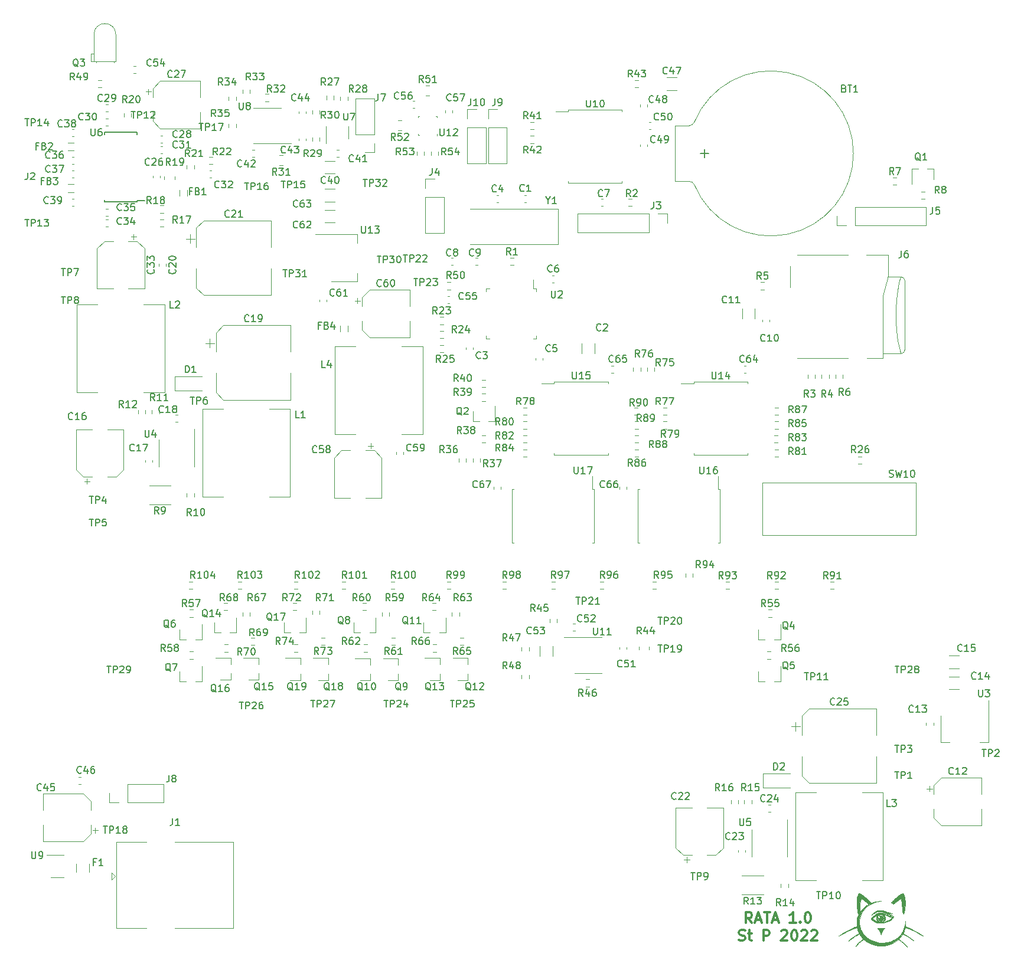
<source format=gbr>
%TF.GenerationSoftware,KiCad,Pcbnew,5.1.12-84ad8e8a86~92~ubuntu20.04.1*%
%TF.CreationDate,2022-04-17T17:37:32+03:00*%
%TF.ProjectId,rata,72617461-2e6b-4696-9361-645f70636258,rev?*%
%TF.SameCoordinates,Original*%
%TF.FileFunction,Legend,Top*%
%TF.FilePolarity,Positive*%
%FSLAX46Y46*%
G04 Gerber Fmt 4.6, Leading zero omitted, Abs format (unit mm)*
G04 Created by KiCad (PCBNEW 5.1.12-84ad8e8a86~92~ubuntu20.04.1) date 2022-04-17 17:37:32*
%MOMM*%
%LPD*%
G01*
G04 APERTURE LIST*
%ADD10C,0.300000*%
%ADD11C,0.150000*%
%ADD12C,0.120000*%
%ADD13C,0.100000*%
%ADD14C,0.010000*%
G04 APERTURE END LIST*
D10*
X104500000Y-124403571D02*
X104000000Y-123689285D01*
X103642857Y-124403571D02*
X103642857Y-122903571D01*
X104214285Y-122903571D01*
X104357142Y-122975000D01*
X104428571Y-123046428D01*
X104500000Y-123189285D01*
X104500000Y-123403571D01*
X104428571Y-123546428D01*
X104357142Y-123617857D01*
X104214285Y-123689285D01*
X103642857Y-123689285D01*
X105071428Y-123975000D02*
X105785714Y-123975000D01*
X104928571Y-124403571D02*
X105428571Y-122903571D01*
X105928571Y-124403571D01*
X106214285Y-122903571D02*
X107071428Y-122903571D01*
X106642857Y-124403571D02*
X106642857Y-122903571D01*
X107500000Y-123975000D02*
X108214285Y-123975000D01*
X107357142Y-124403571D02*
X107857142Y-122903571D01*
X108357142Y-124403571D01*
X110785714Y-124403571D02*
X109928571Y-124403571D01*
X110357142Y-124403571D02*
X110357142Y-122903571D01*
X110214285Y-123117857D01*
X110071428Y-123260714D01*
X109928571Y-123332142D01*
X111428571Y-124260714D02*
X111500000Y-124332142D01*
X111428571Y-124403571D01*
X111357142Y-124332142D01*
X111428571Y-124260714D01*
X111428571Y-124403571D01*
X112428571Y-122903571D02*
X112571428Y-122903571D01*
X112714285Y-122975000D01*
X112785714Y-123046428D01*
X112857142Y-123189285D01*
X112928571Y-123475000D01*
X112928571Y-123832142D01*
X112857142Y-124117857D01*
X112785714Y-124260714D01*
X112714285Y-124332142D01*
X112571428Y-124403571D01*
X112428571Y-124403571D01*
X112285714Y-124332142D01*
X112214285Y-124260714D01*
X112142857Y-124117857D01*
X112071428Y-123832142D01*
X112071428Y-123475000D01*
X112142857Y-123189285D01*
X112214285Y-123046428D01*
X112285714Y-122975000D01*
X112428571Y-122903571D01*
X102642857Y-126882142D02*
X102857142Y-126953571D01*
X103214285Y-126953571D01*
X103357142Y-126882142D01*
X103428571Y-126810714D01*
X103500000Y-126667857D01*
X103500000Y-126525000D01*
X103428571Y-126382142D01*
X103357142Y-126310714D01*
X103214285Y-126239285D01*
X102928571Y-126167857D01*
X102785714Y-126096428D01*
X102714285Y-126025000D01*
X102642857Y-125882142D01*
X102642857Y-125739285D01*
X102714285Y-125596428D01*
X102785714Y-125525000D01*
X102928571Y-125453571D01*
X103285714Y-125453571D01*
X103500000Y-125525000D01*
X103928571Y-125953571D02*
X104500000Y-125953571D01*
X104142857Y-125453571D02*
X104142857Y-126739285D01*
X104214285Y-126882142D01*
X104357142Y-126953571D01*
X104500000Y-126953571D01*
X106142857Y-126953571D02*
X106142857Y-125453571D01*
X106714285Y-125453571D01*
X106857142Y-125525000D01*
X106928571Y-125596428D01*
X107000000Y-125739285D01*
X107000000Y-125953571D01*
X106928571Y-126096428D01*
X106857142Y-126167857D01*
X106714285Y-126239285D01*
X106142857Y-126239285D01*
X108714285Y-125596428D02*
X108785714Y-125525000D01*
X108928571Y-125453571D01*
X109285714Y-125453571D01*
X109428571Y-125525000D01*
X109500000Y-125596428D01*
X109571428Y-125739285D01*
X109571428Y-125882142D01*
X109500000Y-126096428D01*
X108642857Y-126953571D01*
X109571428Y-126953571D01*
X110500000Y-125453571D02*
X110642857Y-125453571D01*
X110785714Y-125525000D01*
X110857142Y-125596428D01*
X110928571Y-125739285D01*
X111000000Y-126025000D01*
X111000000Y-126382142D01*
X110928571Y-126667857D01*
X110857142Y-126810714D01*
X110785714Y-126882142D01*
X110642857Y-126953571D01*
X110500000Y-126953571D01*
X110357142Y-126882142D01*
X110285714Y-126810714D01*
X110214285Y-126667857D01*
X110142857Y-126382142D01*
X110142857Y-126025000D01*
X110214285Y-125739285D01*
X110285714Y-125596428D01*
X110357142Y-125525000D01*
X110500000Y-125453571D01*
X111571428Y-125596428D02*
X111642857Y-125525000D01*
X111785714Y-125453571D01*
X112142857Y-125453571D01*
X112285714Y-125525000D01*
X112357142Y-125596428D01*
X112428571Y-125739285D01*
X112428571Y-125882142D01*
X112357142Y-126096428D01*
X111500000Y-126953571D01*
X112428571Y-126953571D01*
X113000000Y-125596428D02*
X113071428Y-125525000D01*
X113214285Y-125453571D01*
X113571428Y-125453571D01*
X113714285Y-125525000D01*
X113785714Y-125596428D01*
X113857142Y-125739285D01*
X113857142Y-125882142D01*
X113785714Y-126096428D01*
X112928571Y-126953571D01*
X113857142Y-126953571D01*
D11*
%TO.C,U6*%
X16325000Y-20750000D02*
X17400000Y-20750000D01*
X16325000Y-10974200D02*
X11675000Y-10974200D01*
X16325000Y-20975000D02*
X11675000Y-20975000D01*
X16325000Y-10974200D02*
X16325000Y-11299200D01*
X11675000Y-10974200D02*
X11675000Y-11299200D01*
X11675000Y-20975000D02*
X11675000Y-20650000D01*
X16325000Y-20975000D02*
X16325000Y-20750000D01*
D12*
%TO.C,U2*%
X73160000Y-33390000D02*
X73160000Y-32100000D01*
X73610000Y-33390000D02*
X73160000Y-33390000D01*
X73610000Y-33840000D02*
X73610000Y-33390000D01*
X73610000Y-40610000D02*
X73160000Y-40610000D01*
X73610000Y-40160000D02*
X73610000Y-40610000D01*
X66390000Y-33390000D02*
X66840000Y-33390000D01*
X66390000Y-33840000D02*
X66390000Y-33390000D01*
X66390000Y-40610000D02*
X66840000Y-40610000D01*
X66390000Y-40160000D02*
X66390000Y-40610000D01*
%TO.C,C54*%
X15853733Y-1490000D02*
X16146267Y-1490000D01*
X15853733Y-2510000D02*
X16146267Y-2510000D01*
%TO.C,C60*%
X47956250Y-34758750D02*
X47956250Y-35546250D01*
X47562500Y-35152500D02*
X48350000Y-35152500D01*
X48590000Y-39345563D02*
X49654437Y-40410000D01*
X48590000Y-34654437D02*
X49654437Y-33590000D01*
X48590000Y-34654437D02*
X48590000Y-35940000D01*
X48590000Y-39345563D02*
X48590000Y-38060000D01*
X49654437Y-40410000D02*
X55410000Y-40410000D01*
X49654437Y-33590000D02*
X55410000Y-33590000D01*
X55410000Y-33590000D02*
X55410000Y-35940000D01*
X55410000Y-40410000D02*
X55410000Y-38060000D01*
%TO.C,C58*%
X50241250Y-55956250D02*
X49453750Y-55956250D01*
X49847500Y-55562500D02*
X49847500Y-56350000D01*
X45654437Y-56590000D02*
X44590000Y-57654437D01*
X50345563Y-56590000D02*
X51410000Y-57654437D01*
X50345563Y-56590000D02*
X49060000Y-56590000D01*
X45654437Y-56590000D02*
X46940000Y-56590000D01*
X44590000Y-57654437D02*
X44590000Y-63410000D01*
X51410000Y-57654437D02*
X51410000Y-63410000D01*
X51410000Y-63410000D02*
X49060000Y-63410000D01*
X44590000Y-63410000D02*
X46940000Y-63410000D01*
%TO.C,C45*%
X2890000Y-105890000D02*
X2890000Y-108240000D01*
X2890000Y-112710000D02*
X2890000Y-110360000D01*
X8645563Y-112710000D02*
X2890000Y-112710000D01*
X8645563Y-105890000D02*
X2890000Y-105890000D01*
X9710000Y-106954437D02*
X9710000Y-108240000D01*
X9710000Y-111645563D02*
X9710000Y-110360000D01*
X9710000Y-111645563D02*
X8645563Y-112710000D01*
X9710000Y-106954437D02*
X8645563Y-105890000D01*
X10737500Y-111147500D02*
X9950000Y-111147500D01*
X10343750Y-111541250D02*
X10343750Y-110753750D01*
%TO.C,C33*%
X16241250Y-25956250D02*
X15453750Y-25956250D01*
X15847500Y-25562500D02*
X15847500Y-26350000D01*
X11654437Y-26590000D02*
X10590000Y-27654437D01*
X16345563Y-26590000D02*
X17410000Y-27654437D01*
X16345563Y-26590000D02*
X15060000Y-26590000D01*
X11654437Y-26590000D02*
X12940000Y-26590000D01*
X10590000Y-27654437D02*
X10590000Y-33410000D01*
X17410000Y-27654437D02*
X17410000Y-33410000D01*
X17410000Y-33410000D02*
X15060000Y-33410000D01*
X10590000Y-33410000D02*
X12940000Y-33410000D01*
%TO.C,C27*%
X17956250Y-4758750D02*
X17956250Y-5546250D01*
X17562500Y-5152500D02*
X18350000Y-5152500D01*
X18590000Y-9345563D02*
X19654437Y-10410000D01*
X18590000Y-4654437D02*
X19654437Y-3590000D01*
X18590000Y-4654437D02*
X18590000Y-5940000D01*
X18590000Y-9345563D02*
X18590000Y-8060000D01*
X19654437Y-10410000D02*
X25410000Y-10410000D01*
X19654437Y-3590000D02*
X25410000Y-3590000D01*
X25410000Y-3590000D02*
X25410000Y-5940000D01*
X25410000Y-10410000D02*
X25410000Y-8060000D01*
%TO.C,C25*%
X110775000Y-95615000D02*
X110775000Y-96865000D01*
X110150000Y-96240000D02*
X111400000Y-96240000D01*
X111640000Y-103295563D02*
X112704437Y-104360000D01*
X111640000Y-94704437D02*
X112704437Y-93640000D01*
X111640000Y-94704437D02*
X111640000Y-97490000D01*
X111640000Y-103295563D02*
X111640000Y-100510000D01*
X112704437Y-104360000D02*
X122360000Y-104360000D01*
X112704437Y-93640000D02*
X122360000Y-93640000D01*
X122360000Y-93640000D02*
X122360000Y-97490000D01*
X122360000Y-104360000D02*
X122360000Y-100510000D01*
%TO.C,C22*%
X94758750Y-115343750D02*
X95546250Y-115343750D01*
X95152500Y-115737500D02*
X95152500Y-114950000D01*
X99345563Y-114710000D02*
X100410000Y-113645563D01*
X94654437Y-114710000D02*
X93590000Y-113645563D01*
X94654437Y-114710000D02*
X95940000Y-114710000D01*
X99345563Y-114710000D02*
X98060000Y-114710000D01*
X100410000Y-113645563D02*
X100410000Y-107890000D01*
X93590000Y-113645563D02*
X93590000Y-107890000D01*
X93590000Y-107890000D02*
X95940000Y-107890000D01*
X100410000Y-107890000D02*
X98060000Y-107890000D01*
%TO.C,C21*%
X23975000Y-25615000D02*
X23975000Y-26865000D01*
X23350000Y-26240000D02*
X24600000Y-26240000D01*
X24840000Y-33295563D02*
X25904437Y-34360000D01*
X24840000Y-24704437D02*
X25904437Y-23640000D01*
X24840000Y-24704437D02*
X24840000Y-27490000D01*
X24840000Y-33295563D02*
X24840000Y-30510000D01*
X25904437Y-34360000D02*
X35560000Y-34360000D01*
X25904437Y-23640000D02*
X35560000Y-23640000D01*
X35560000Y-23640000D02*
X35560000Y-27490000D01*
X35560000Y-34360000D02*
X35560000Y-30510000D01*
%TO.C,C19*%
X26775000Y-40615000D02*
X26775000Y-41865000D01*
X26150000Y-41240000D02*
X27400000Y-41240000D01*
X27640000Y-48295563D02*
X28704437Y-49360000D01*
X27640000Y-39704437D02*
X28704437Y-38640000D01*
X27640000Y-39704437D02*
X27640000Y-42490000D01*
X27640000Y-48295563D02*
X27640000Y-45510000D01*
X28704437Y-49360000D02*
X38360000Y-49360000D01*
X28704437Y-38640000D02*
X38360000Y-38640000D01*
X38360000Y-38640000D02*
X38360000Y-42490000D01*
X38360000Y-49360000D02*
X38360000Y-45510000D01*
%TO.C,C16*%
X8758750Y-61043750D02*
X9546250Y-61043750D01*
X9152500Y-61437500D02*
X9152500Y-60650000D01*
X13345563Y-60410000D02*
X14410000Y-59345563D01*
X8654437Y-60410000D02*
X7590000Y-59345563D01*
X8654437Y-60410000D02*
X9940000Y-60410000D01*
X13345563Y-60410000D02*
X12060000Y-60410000D01*
X14410000Y-59345563D02*
X14410000Y-53590000D01*
X7590000Y-59345563D02*
X7590000Y-53590000D01*
X7590000Y-53590000D02*
X9940000Y-53590000D01*
X14410000Y-53590000D02*
X12060000Y-53590000D01*
%TO.C,C12*%
X129956250Y-104758750D02*
X129956250Y-105546250D01*
X129562500Y-105152500D02*
X130350000Y-105152500D01*
X130590000Y-109345563D02*
X131654437Y-110410000D01*
X130590000Y-104654437D02*
X131654437Y-103590000D01*
X130590000Y-104654437D02*
X130590000Y-105940000D01*
X130590000Y-109345563D02*
X130590000Y-108060000D01*
X131654437Y-110410000D02*
X137410000Y-110410000D01*
X131654437Y-103590000D02*
X137410000Y-103590000D01*
X137410000Y-103590000D02*
X137410000Y-105940000D01*
X137410000Y-110410000D02*
X137410000Y-108060000D01*
%TO.C,Q3*%
X13290000Y-790000D02*
X13290000Y3070000D01*
X10170000Y-790000D02*
X10170000Y3070000D01*
X13290000Y-790000D02*
X10170000Y-790000D01*
X9770000Y-790000D02*
X9770000Y330000D01*
X9770000Y330000D02*
X10170000Y330000D01*
X10170000Y330000D02*
X10170000Y-790000D01*
X10170000Y-790000D02*
X9770000Y-790000D01*
X13000000Y-920000D02*
X13000000Y-790000D01*
X13000000Y-790000D02*
X13000000Y-790000D01*
X13000000Y-790000D02*
X13000000Y-920000D01*
X13000000Y-920000D02*
X13000000Y-920000D01*
X10460000Y-920000D02*
X10460000Y-790000D01*
X10460000Y-790000D02*
X10460000Y-790000D01*
X10460000Y-790000D02*
X10460000Y-920000D01*
X10460000Y-920000D02*
X10460000Y-920000D01*
X10170000Y3070000D02*
G75*
G02*
X13290000Y3070000I1560000J0D01*
G01*
%TO.C,L4*%
X44700000Y-41700000D02*
X47700000Y-41700000D01*
X44700000Y-54300000D02*
X44700000Y-41700000D01*
X47700000Y-54300000D02*
X44700000Y-54300000D01*
X57300000Y-54300000D02*
X54300000Y-54300000D01*
X57300000Y-41700000D02*
X57300000Y-54300000D01*
X54300000Y-41700000D02*
X57300000Y-41700000D01*
%TO.C,L3*%
X110700000Y-105700000D02*
X113700000Y-105700000D01*
X110700000Y-118300000D02*
X110700000Y-105700000D01*
X113700000Y-118300000D02*
X110700000Y-118300000D01*
X123300000Y-118300000D02*
X120300000Y-118300000D01*
X123300000Y-105700000D02*
X123300000Y-118300000D01*
X120300000Y-105700000D02*
X123300000Y-105700000D01*
%TO.C,L2*%
X7700000Y-35700000D02*
X10700000Y-35700000D01*
X7700000Y-48300000D02*
X7700000Y-35700000D01*
X10700000Y-48300000D02*
X7700000Y-48300000D01*
X20300000Y-48300000D02*
X17300000Y-48300000D01*
X20300000Y-35700000D02*
X20300000Y-48300000D01*
X17300000Y-35700000D02*
X20300000Y-35700000D01*
%TO.C,L1*%
X25700000Y-50700000D02*
X28700000Y-50700000D01*
X25700000Y-63300000D02*
X25700000Y-50700000D01*
X28700000Y-63300000D02*
X25700000Y-63300000D01*
X38300000Y-63300000D02*
X35300000Y-63300000D01*
X38300000Y-50700000D02*
X38300000Y-63300000D01*
X35300000Y-50700000D02*
X38300000Y-50700000D01*
%TO.C,J6*%
X124000000Y-31600000D02*
X123300000Y-34400000D01*
X123300000Y-43400000D02*
X123300000Y-34400000D01*
X125690500Y-42231900D02*
X125790500Y-42731900D01*
X125390500Y-40931900D02*
X125690500Y-42231900D01*
X125190500Y-39431900D02*
X125390500Y-40931900D01*
X125090500Y-38131900D02*
X125190500Y-39431900D01*
X125090500Y-36331900D02*
X125090500Y-38131900D01*
X125190500Y-35031900D02*
X125090500Y-36331900D01*
X125290500Y-34231900D02*
X125190500Y-35031900D01*
X125590500Y-32531900D02*
X125290500Y-34231900D01*
X125790500Y-31731900D02*
X125590500Y-32531900D01*
X126390500Y-32231900D02*
X126390500Y-42231900D01*
X123982700Y-31732800D02*
X126002000Y-31732800D01*
X123335000Y-42731000D02*
X125875000Y-42731000D01*
X124000000Y-28600000D02*
X124000000Y-31600000D01*
X110000000Y-33206000D02*
X110000000Y-30158000D01*
X123300000Y-43400000D02*
X121000000Y-43400000D01*
X118255000Y-43400000D02*
X111016000Y-43400000D01*
X118255000Y-28600000D02*
X111016000Y-28600000D01*
X124000000Y-28600000D02*
X120922000Y-28600000D01*
X126390500Y-32231900D02*
G75*
G03*
X125890500Y-31731900I-500000J0D01*
G01*
X125890500Y-42731900D02*
G75*
G03*
X126390500Y-42231900I0J500000D01*
G01*
%TO.C,Y1*%
X76700000Y-21950000D02*
X64100000Y-21950000D01*
X76700000Y-27050000D02*
X76700000Y-21950000D01*
X64100000Y-27050000D02*
X76700000Y-27050000D01*
%TO.C,U13*%
X41900000Y-25590000D02*
X47910000Y-25590000D01*
X44150000Y-32410000D02*
X47910000Y-32410000D01*
X47910000Y-25590000D02*
X47910000Y-26850000D01*
X47910000Y-32410000D02*
X47910000Y-31150000D01*
%TO.C,U17*%
X81640000Y-62140000D02*
X81640000Y-60325000D01*
X81885000Y-62140000D02*
X81640000Y-62140000D01*
X81885000Y-66000000D02*
X81885000Y-62140000D01*
X81885000Y-69860000D02*
X81640000Y-69860000D01*
X81885000Y-66000000D02*
X81885000Y-69860000D01*
X70115000Y-62140000D02*
X70360000Y-62140000D01*
X70115000Y-66000000D02*
X70115000Y-62140000D01*
X70115000Y-69860000D02*
X70360000Y-69860000D01*
X70115000Y-66000000D02*
X70115000Y-69860000D01*
%TO.C,U16*%
X99640000Y-62140000D02*
X99640000Y-60325000D01*
X99885000Y-62140000D02*
X99640000Y-62140000D01*
X99885000Y-66000000D02*
X99885000Y-62140000D01*
X99885000Y-69860000D02*
X99640000Y-69860000D01*
X99885000Y-66000000D02*
X99885000Y-69860000D01*
X88115000Y-62140000D02*
X88360000Y-62140000D01*
X88115000Y-66000000D02*
X88115000Y-62140000D01*
X88115000Y-69860000D02*
X88360000Y-69860000D01*
X88115000Y-66000000D02*
X88115000Y-69860000D01*
%TO.C,U15*%
X76140000Y-46995000D02*
X74325000Y-46995000D01*
X76140000Y-46740000D02*
X76140000Y-46995000D01*
X80000000Y-46740000D02*
X76140000Y-46740000D01*
X83860000Y-46740000D02*
X83860000Y-46995000D01*
X80000000Y-46740000D02*
X83860000Y-46740000D01*
X76140000Y-57260000D02*
X76140000Y-57005000D01*
X80000000Y-57260000D02*
X76140000Y-57260000D01*
X83860000Y-57260000D02*
X83860000Y-57005000D01*
X80000000Y-57260000D02*
X83860000Y-57260000D01*
%TO.C,U14*%
X96140000Y-46995000D02*
X94325000Y-46995000D01*
X96140000Y-46740000D02*
X96140000Y-46995000D01*
X100000000Y-46740000D02*
X96140000Y-46740000D01*
X103860000Y-46740000D02*
X103860000Y-46995000D01*
X100000000Y-46740000D02*
X103860000Y-46740000D01*
X96140000Y-57260000D02*
X96140000Y-57005000D01*
X100000000Y-57260000D02*
X96140000Y-57260000D01*
X103860000Y-57260000D02*
X103860000Y-57005000D01*
X100000000Y-57260000D02*
X103860000Y-57260000D01*
D13*
%TO.C,U12*%
X59350000Y-11200000D02*
X59350000Y-11450000D01*
X56650000Y-11350000D02*
X56650000Y-11200000D01*
X56800000Y-11350000D02*
X56650000Y-11350000D01*
X56650000Y-8650000D02*
X56800000Y-8650000D01*
X56650000Y-8650000D02*
X56650000Y-8800000D01*
X59350000Y-8650000D02*
X59350000Y-8800000D01*
X59350000Y-8640000D02*
X59200000Y-8640000D01*
D12*
%TO.C,U11*%
X81000000Y-83440000D02*
X77550000Y-83440000D01*
X81000000Y-83440000D02*
X82950000Y-83440000D01*
X81000000Y-88560000D02*
X79050000Y-88560000D01*
X81000000Y-88560000D02*
X82950000Y-88560000D01*
%TO.C,U10*%
X78140000Y-7995000D02*
X76325000Y-7995000D01*
X78140000Y-7740000D02*
X78140000Y-7995000D01*
X82000000Y-7740000D02*
X78140000Y-7740000D01*
X85860000Y-7740000D02*
X85860000Y-7995000D01*
X82000000Y-7740000D02*
X85860000Y-7740000D01*
X78140000Y-18260000D02*
X78140000Y-18005000D01*
X82000000Y-18260000D02*
X78140000Y-18260000D01*
X85860000Y-18260000D02*
X85860000Y-18005000D01*
X82000000Y-18260000D02*
X85860000Y-18260000D01*
%TO.C,U9*%
X4000000Y-117860000D02*
X5800000Y-117860000D01*
X5800000Y-114640000D02*
X3350000Y-114640000D01*
%TO.C,U8*%
X35000000Y-12560000D02*
X38450000Y-12560000D01*
X35000000Y-12560000D02*
X33050000Y-12560000D01*
X35000000Y-7440000D02*
X36950000Y-7440000D01*
X35000000Y-7440000D02*
X33050000Y-7440000D01*
%TO.C,U7*%
X43390000Y-10100000D02*
X43390000Y-12550000D01*
X46610000Y-11900000D02*
X46610000Y-10100000D01*
%TO.C,U5*%
X109560000Y-113000000D02*
X109560000Y-109550000D01*
X109560000Y-113000000D02*
X109560000Y-114950000D01*
X104440000Y-113000000D02*
X104440000Y-111050000D01*
X104440000Y-113000000D02*
X104440000Y-114950000D01*
%TO.C,U4*%
X24560000Y-57000000D02*
X24560000Y-53550000D01*
X24560000Y-57000000D02*
X24560000Y-58950000D01*
X19440000Y-57000000D02*
X19440000Y-55050000D01*
X19440000Y-57000000D02*
X19440000Y-58950000D01*
%TO.C,U3*%
X138410000Y-92450000D02*
X138410000Y-98460000D01*
X131590000Y-94700000D02*
X131590000Y-98460000D01*
X138410000Y-98460000D02*
X137150000Y-98460000D01*
X131590000Y-98460000D02*
X132850000Y-98460000D01*
%TO.C,SW10*%
X128000000Y-68750000D02*
X128000000Y-61250000D01*
X128000000Y-61250000D02*
X106000000Y-61250000D01*
X106000000Y-61250000D02*
X106000000Y-68750000D01*
X128000000Y-68750000D02*
X106000000Y-68750000D01*
%TO.C,R74*%
X38832776Y-85522500D02*
X39342224Y-85522500D01*
X38832776Y-84477500D02*
X39342224Y-84477500D01*
%TO.C,R73*%
X43254724Y-83477500D02*
X42745276Y-83477500D01*
X43254724Y-84522500D02*
X42745276Y-84522500D01*
%TO.C,R72*%
X39167224Y-78477500D02*
X38657776Y-78477500D01*
X39167224Y-79522500D02*
X38657776Y-79522500D01*
%TO.C,R71*%
X41477500Y-79657776D02*
X41477500Y-80167224D01*
X42522500Y-79657776D02*
X42522500Y-80167224D01*
%TO.C,R70*%
X28832776Y-85522500D02*
X29342224Y-85522500D01*
X28832776Y-84477500D02*
X29342224Y-84477500D01*
%TO.C,R69*%
X33167224Y-83477500D02*
X32657776Y-83477500D01*
X33167224Y-84522500D02*
X32657776Y-84522500D01*
%TO.C,R68*%
X29254724Y-78477500D02*
X28745276Y-78477500D01*
X29254724Y-79522500D02*
X28745276Y-79522500D01*
%TO.C,R67*%
X31477500Y-79832776D02*
X31477500Y-80342224D01*
X32522500Y-79832776D02*
X32522500Y-80342224D01*
%TO.C,R66*%
X58745276Y-85522500D02*
X59254724Y-85522500D01*
X58745276Y-84477500D02*
X59254724Y-84477500D01*
%TO.C,R65*%
X63167224Y-83477500D02*
X62657776Y-83477500D01*
X63167224Y-84522500D02*
X62657776Y-84522500D01*
%TO.C,R64*%
X59167224Y-78477500D02*
X58657776Y-78477500D01*
X59167224Y-79522500D02*
X58657776Y-79522500D01*
%TO.C,R63*%
X61477500Y-79832776D02*
X61477500Y-80342224D01*
X62522500Y-79832776D02*
X62522500Y-80342224D01*
%TO.C,R62*%
X48832776Y-85522500D02*
X49342224Y-85522500D01*
X48832776Y-84477500D02*
X49342224Y-84477500D01*
%TO.C,R61*%
X53342224Y-83477500D02*
X52832776Y-83477500D01*
X53342224Y-84522500D02*
X52832776Y-84522500D01*
%TO.C,R60*%
X49167224Y-78477500D02*
X48657776Y-78477500D01*
X49167224Y-79522500D02*
X48657776Y-79522500D01*
%TO.C,R59*%
X51477500Y-79832776D02*
X51477500Y-80342224D01*
X52522500Y-79832776D02*
X52522500Y-80342224D01*
%TO.C,R58*%
X24342224Y-85477500D02*
X23832776Y-85477500D01*
X24342224Y-86522500D02*
X23832776Y-86522500D01*
%TO.C,R57*%
X23832776Y-80522500D02*
X24342224Y-80522500D01*
X23832776Y-79477500D02*
X24342224Y-79477500D01*
%TO.C,R56*%
X107167224Y-85477500D02*
X106657776Y-85477500D01*
X107167224Y-86522500D02*
X106657776Y-86522500D01*
%TO.C,R55*%
X106832776Y-80522500D02*
X107342224Y-80522500D01*
X106832776Y-79477500D02*
X107342224Y-79477500D01*
%TO.C,R104*%
X24254724Y-75477500D02*
X23745276Y-75477500D01*
X24254724Y-76522500D02*
X23745276Y-76522500D01*
%TO.C,R103*%
X31342224Y-75477500D02*
X30832776Y-75477500D01*
X31342224Y-76522500D02*
X30832776Y-76522500D01*
%TO.C,R102*%
X39342224Y-75477500D02*
X38832776Y-75477500D01*
X39342224Y-76522500D02*
X38832776Y-76522500D01*
%TO.C,R101*%
X46254724Y-75477500D02*
X45745276Y-75477500D01*
X46254724Y-76522500D02*
X45745276Y-76522500D01*
%TO.C,R100*%
X53254724Y-75477500D02*
X52745276Y-75477500D01*
X53254724Y-76522500D02*
X52745276Y-76522500D01*
%TO.C,R99*%
X61254724Y-75477500D02*
X60745276Y-75477500D01*
X61254724Y-76522500D02*
X60745276Y-76522500D01*
%TO.C,R98*%
X69254724Y-75477500D02*
X68745276Y-75477500D01*
X69254724Y-76522500D02*
X68745276Y-76522500D01*
%TO.C,R97*%
X76254724Y-75477500D02*
X75745276Y-75477500D01*
X76254724Y-76522500D02*
X75745276Y-76522500D01*
%TO.C,R96*%
X83254724Y-75477500D02*
X82745276Y-75477500D01*
X83254724Y-76522500D02*
X82745276Y-76522500D01*
%TO.C,R95*%
X90754724Y-75477500D02*
X90245276Y-75477500D01*
X90754724Y-76522500D02*
X90245276Y-76522500D01*
%TO.C,R94*%
X94977500Y-74245276D02*
X94977500Y-74754724D01*
X96022500Y-74245276D02*
X96022500Y-74754724D01*
%TO.C,R93*%
X100745276Y-76522500D02*
X101254724Y-76522500D01*
X100745276Y-75477500D02*
X101254724Y-75477500D01*
%TO.C,R92*%
X107745276Y-76522500D02*
X108254724Y-76522500D01*
X107745276Y-75477500D02*
X108254724Y-75477500D01*
%TO.C,R91*%
X115745276Y-76522500D02*
X116254724Y-76522500D01*
X115745276Y-75477500D02*
X116254724Y-75477500D01*
%TO.C,R90*%
X88167224Y-50477500D02*
X87657776Y-50477500D01*
X88167224Y-51522500D02*
X87657776Y-51522500D01*
%TO.C,R89*%
X88254724Y-52477500D02*
X87745276Y-52477500D01*
X88254724Y-53522500D02*
X87745276Y-53522500D01*
%TO.C,R88*%
X88254724Y-54477500D02*
X87745276Y-54477500D01*
X88254724Y-55522500D02*
X87745276Y-55522500D01*
%TO.C,R85*%
X108254724Y-52477500D02*
X107745276Y-52477500D01*
X108254724Y-53522500D02*
X107745276Y-53522500D01*
%TO.C,R86*%
X88254724Y-56477500D02*
X87745276Y-56477500D01*
X88254724Y-57522500D02*
X87745276Y-57522500D01*
%TO.C,R83*%
X108167224Y-54477500D02*
X107657776Y-54477500D01*
X108167224Y-55522500D02*
X107657776Y-55522500D01*
%TO.C,R84*%
X71745276Y-57522500D02*
X72254724Y-57522500D01*
X71745276Y-56477500D02*
X72254724Y-56477500D01*
%TO.C,R81*%
X108254724Y-56477500D02*
X107745276Y-56477500D01*
X108254724Y-57522500D02*
X107745276Y-57522500D01*
%TO.C,R82*%
X71745276Y-55522500D02*
X72254724Y-55522500D01*
X71745276Y-54477500D02*
X72254724Y-54477500D01*
%TO.C,R87*%
X108254724Y-50477500D02*
X107745276Y-50477500D01*
X108254724Y-51522500D02*
X107745276Y-51522500D01*
%TO.C,R80*%
X71745276Y-53522500D02*
X72254724Y-53522500D01*
X71745276Y-52477500D02*
X72254724Y-52477500D01*
%TO.C,R79*%
X91745276Y-53522500D02*
X92254724Y-53522500D01*
X91745276Y-52477500D02*
X92254724Y-52477500D01*
%TO.C,R78*%
X71745276Y-51522500D02*
X72254724Y-51522500D01*
X71745276Y-50477500D02*
X72254724Y-50477500D01*
%TO.C,R77*%
X91745276Y-51522500D02*
X92254724Y-51522500D01*
X91745276Y-50477500D02*
X92254724Y-50477500D01*
%TO.C,R76*%
X87477500Y-44745276D02*
X87477500Y-45254724D01*
X88522500Y-44745276D02*
X88522500Y-45254724D01*
%TO.C,R75*%
X89477500Y-44745276D02*
X89477500Y-45254724D01*
X90522500Y-44745276D02*
X90522500Y-45254724D01*
%TO.C,R54*%
X59522500Y-14254724D02*
X59522500Y-13745276D01*
X58477500Y-14254724D02*
X58477500Y-13745276D01*
%TO.C,R53*%
X57522500Y-14254724D02*
X57522500Y-13745276D01*
X56477500Y-14254724D02*
X56477500Y-13745276D01*
%TO.C,R52*%
X54227064Y-9265000D02*
X53772936Y-9265000D01*
X54227064Y-10735000D02*
X53772936Y-10735000D01*
%TO.C,R51*%
X57772936Y-5735000D02*
X58227064Y-5735000D01*
X57772936Y-4265000D02*
X58227064Y-4265000D01*
%TO.C,R50*%
X60745276Y-33522500D02*
X61254724Y-33522500D01*
X60745276Y-32477500D02*
X61254724Y-32477500D01*
%TO.C,R49*%
X11254724Y-3477500D02*
X10745276Y-3477500D01*
X11254724Y-4522500D02*
X10745276Y-4522500D01*
%TO.C,R48*%
X71477500Y-88832776D02*
X71477500Y-89342224D01*
X72522500Y-88832776D02*
X72522500Y-89342224D01*
%TO.C,R47*%
X71477500Y-84832776D02*
X71477500Y-85342224D01*
X72522500Y-84832776D02*
X72522500Y-85342224D01*
%TO.C,R46*%
X81167224Y-89477500D02*
X80657776Y-89477500D01*
X81167224Y-90522500D02*
X80657776Y-90522500D01*
%TO.C,R45*%
X76522500Y-81342224D02*
X76522500Y-80832776D01*
X75477500Y-81342224D02*
X75477500Y-80832776D01*
%TO.C,R44*%
X89735000Y-85227064D02*
X89735000Y-84772936D01*
X88265000Y-85227064D02*
X88265000Y-84772936D01*
%TO.C,R43*%
X87745276Y-4522500D02*
X88254724Y-4522500D01*
X87745276Y-3477500D02*
X88254724Y-3477500D01*
%TO.C,R42*%
X72745276Y-12522500D02*
X73254724Y-12522500D01*
X72745276Y-11477500D02*
X73254724Y-11477500D01*
%TO.C,R41*%
X72745276Y-10522500D02*
X73254724Y-10522500D01*
X72745276Y-9477500D02*
X73254724Y-9477500D01*
%TO.C,R40*%
X66254724Y-46477500D02*
X65745276Y-46477500D01*
X66254724Y-47522500D02*
X65745276Y-47522500D01*
%TO.C,R39*%
X65745276Y-49522500D02*
X66254724Y-49522500D01*
X65745276Y-48477500D02*
X66254724Y-48477500D01*
%TO.C,R38*%
X65745276Y-55522500D02*
X66254724Y-55522500D01*
X65745276Y-54477500D02*
X66254724Y-54477500D01*
%TO.C,R37*%
X65522500Y-58254724D02*
X65522500Y-57745276D01*
X64477500Y-58254724D02*
X64477500Y-57745276D01*
%TO.C,R36*%
X63522500Y-58254724D02*
X63522500Y-57745276D01*
X62477500Y-58254724D02*
X62477500Y-57745276D01*
%TO.C,R35*%
X29477500Y-9745276D02*
X29477500Y-10254724D01*
X30522500Y-9745276D02*
X30522500Y-10254724D01*
%TO.C,R34*%
X30522500Y-6342224D02*
X30522500Y-5832776D01*
X29477500Y-6342224D02*
X29477500Y-5832776D01*
%TO.C,R33*%
X32522500Y-5342224D02*
X32522500Y-4832776D01*
X31477500Y-5342224D02*
X31477500Y-4832776D01*
%TO.C,R32*%
X35254724Y-5477500D02*
X34745276Y-5477500D01*
X35254724Y-6522500D02*
X34745276Y-6522500D01*
%TO.C,R31*%
X37227064Y-14265000D02*
X36772936Y-14265000D01*
X37227064Y-15735000D02*
X36772936Y-15735000D01*
%TO.C,R30*%
X42522500Y-8342224D02*
X42522500Y-7832776D01*
X41477500Y-8342224D02*
X41477500Y-7832776D01*
%TO.C,R29*%
X42522500Y-12254724D02*
X42522500Y-11745276D01*
X41477500Y-12254724D02*
X41477500Y-11745276D01*
%TO.C,R28*%
X45477500Y-5832776D02*
X45477500Y-6342224D01*
X46522500Y-5832776D02*
X46522500Y-6342224D01*
%TO.C,R27*%
X43477500Y-5745276D02*
X43477500Y-6254724D01*
X44522500Y-5745276D02*
X44522500Y-6254724D01*
%TO.C,R26*%
X120254724Y-57477500D02*
X119745276Y-57477500D01*
X120254724Y-58522500D02*
X119745276Y-58522500D01*
%TO.C,R25*%
X59745276Y-42522500D02*
X60254724Y-42522500D01*
X59745276Y-41477500D02*
X60254724Y-41477500D01*
%TO.C,R24*%
X59745276Y-40522500D02*
X60254724Y-40522500D01*
X59745276Y-39477500D02*
X60254724Y-39477500D01*
%TO.C,R23*%
X59745276Y-38522500D02*
X60254724Y-38522500D01*
X59745276Y-37477500D02*
X60254724Y-37477500D01*
%TO.C,R22*%
X26657776Y-15522500D02*
X27167224Y-15522500D01*
X26657776Y-14477500D02*
X27167224Y-14477500D01*
%TO.C,R21*%
X24522500Y-16167224D02*
X24522500Y-15657776D01*
X23477500Y-16167224D02*
X23477500Y-15657776D01*
%TO.C,R20*%
X14477500Y-8245276D02*
X14477500Y-8754724D01*
X15522500Y-8245276D02*
X15522500Y-8754724D01*
%TO.C,R19*%
X21735000Y-17727064D02*
X21735000Y-17272936D01*
X20265000Y-17727064D02*
X20265000Y-17272936D01*
%TO.C,R18*%
X20167224Y-21477500D02*
X19657776Y-21477500D01*
X20167224Y-22522500D02*
X19657776Y-22522500D01*
%TO.C,R17*%
X20167224Y-23477500D02*
X19657776Y-23477500D01*
X20167224Y-24522500D02*
X19657776Y-24522500D01*
%TO.C,R16*%
X102522500Y-107342224D02*
X102522500Y-106832776D01*
X101477500Y-107342224D02*
X101477500Y-106832776D01*
%TO.C,R15*%
X103390000Y-106832776D02*
X103390000Y-107342224D01*
X104435000Y-106832776D02*
X104435000Y-107342224D01*
%TO.C,R14*%
X109697500Y-119342224D02*
X109697500Y-118832776D01*
X108652500Y-119342224D02*
X108652500Y-118832776D01*
%TO.C,R13*%
X106127064Y-117640000D02*
X103072936Y-117640000D01*
X106127064Y-120360000D02*
X103072936Y-120360000D01*
%TO.C,R12*%
X17522500Y-51342224D02*
X17522500Y-50832776D01*
X16477500Y-51342224D02*
X16477500Y-50832776D01*
%TO.C,R11*%
X18477500Y-50832776D02*
X18477500Y-51342224D01*
X19522500Y-50832776D02*
X19522500Y-51342224D01*
%TO.C,R10*%
X24522500Y-63254724D02*
X24522500Y-62745276D01*
X23477500Y-63254724D02*
X23477500Y-62745276D01*
%TO.C,R9*%
X21127064Y-61640000D02*
X18072936Y-61640000D01*
X21127064Y-64360000D02*
X18072936Y-64360000D01*
%TO.C,R8*%
X128745276Y-20522500D02*
X129254724Y-20522500D01*
X128745276Y-19477500D02*
X129254724Y-19477500D01*
%TO.C,R7*%
X124745276Y-18522500D02*
X125254724Y-18522500D01*
X124745276Y-17477500D02*
X125254724Y-17477500D01*
%TO.C,R6*%
X117522500Y-46254724D02*
X117522500Y-45745276D01*
X116477500Y-46254724D02*
X116477500Y-45745276D01*
%TO.C,R5*%
X105745276Y-33522500D02*
X106254724Y-33522500D01*
X105745276Y-32477500D02*
X106254724Y-32477500D01*
%TO.C,R4*%
X115522500Y-46254724D02*
X115522500Y-45745276D01*
X114477500Y-46254724D02*
X114477500Y-45745276D01*
%TO.C,R3*%
X113522500Y-46254724D02*
X113522500Y-45745276D01*
X112477500Y-46254724D02*
X112477500Y-45745276D01*
%TO.C,R2*%
X87254724Y-20477500D02*
X86745276Y-20477500D01*
X87254724Y-21522500D02*
X86745276Y-21522500D01*
%TO.C,R1*%
X69832776Y-30022500D02*
X70342224Y-30022500D01*
X69832776Y-28977500D02*
X70342224Y-28977500D01*
%TO.C,Q19*%
X39760000Y-89580000D02*
X38300000Y-89580000D01*
X39760000Y-86420000D02*
X37600000Y-86420000D01*
X39760000Y-86420000D02*
X39760000Y-87350000D01*
X39760000Y-89580000D02*
X39760000Y-88650000D01*
%TO.C,Q18*%
X43760000Y-89580000D02*
X42300000Y-89580000D01*
X43760000Y-86420000D02*
X41600000Y-86420000D01*
X43760000Y-86420000D02*
X43760000Y-87350000D01*
X43760000Y-89580000D02*
X43760000Y-88650000D01*
%TO.C,Q17*%
X37420000Y-82760000D02*
X37420000Y-81300000D01*
X40580000Y-82760000D02*
X40580000Y-80600000D01*
X40580000Y-82760000D02*
X39650000Y-82760000D01*
X37420000Y-82760000D02*
X38350000Y-82760000D01*
%TO.C,Q16*%
X29760000Y-89530000D02*
X28300000Y-89530000D01*
X29760000Y-86370000D02*
X27600000Y-86370000D01*
X29760000Y-86370000D02*
X29760000Y-87300000D01*
X29760000Y-89530000D02*
X29760000Y-88600000D01*
%TO.C,Q15*%
X33760000Y-89530000D02*
X32300000Y-89530000D01*
X33760000Y-86370000D02*
X31600000Y-86370000D01*
X33760000Y-86370000D02*
X33760000Y-87300000D01*
X33760000Y-89530000D02*
X33760000Y-88600000D01*
%TO.C,Q14*%
X27420000Y-82760000D02*
X27420000Y-81300000D01*
X30580000Y-82760000D02*
X30580000Y-80600000D01*
X30580000Y-82760000D02*
X29650000Y-82760000D01*
X27420000Y-82760000D02*
X28350000Y-82760000D01*
%TO.C,Q13*%
X59760000Y-89580000D02*
X58300000Y-89580000D01*
X59760000Y-86420000D02*
X57600000Y-86420000D01*
X59760000Y-86420000D02*
X59760000Y-87350000D01*
X59760000Y-89580000D02*
X59760000Y-88650000D01*
%TO.C,Q12*%
X63760000Y-89580000D02*
X62300000Y-89580000D01*
X63760000Y-86420000D02*
X61600000Y-86420000D01*
X63760000Y-86420000D02*
X63760000Y-87350000D01*
X63760000Y-89580000D02*
X63760000Y-88650000D01*
%TO.C,Q11*%
X57420000Y-82760000D02*
X57420000Y-81300000D01*
X60580000Y-82760000D02*
X60580000Y-80600000D01*
X60580000Y-82760000D02*
X59650000Y-82760000D01*
X57420000Y-82760000D02*
X58350000Y-82760000D01*
%TO.C,Q10*%
X49760000Y-89630000D02*
X48300000Y-89630000D01*
X49760000Y-86470000D02*
X47600000Y-86470000D01*
X49760000Y-86470000D02*
X49760000Y-87400000D01*
X49760000Y-89630000D02*
X49760000Y-88700000D01*
%TO.C,Q9*%
X53760000Y-89630000D02*
X52300000Y-89630000D01*
X53760000Y-86470000D02*
X51600000Y-86470000D01*
X53760000Y-86470000D02*
X53760000Y-87400000D01*
X53760000Y-89630000D02*
X53760000Y-88700000D01*
%TO.C,Q8*%
X47420000Y-82760000D02*
X47420000Y-81300000D01*
X50580000Y-82760000D02*
X50580000Y-80600000D01*
X50580000Y-82760000D02*
X49650000Y-82760000D01*
X47420000Y-82760000D02*
X48350000Y-82760000D01*
%TO.C,Q7*%
X22470000Y-89760000D02*
X22470000Y-88300000D01*
X25630000Y-89760000D02*
X25630000Y-87600000D01*
X25630000Y-89760000D02*
X24700000Y-89760000D01*
X22470000Y-89760000D02*
X23400000Y-89760000D01*
%TO.C,Q6*%
X22470000Y-83760000D02*
X22470000Y-82300000D01*
X25630000Y-83760000D02*
X25630000Y-81600000D01*
X25630000Y-83760000D02*
X24700000Y-83760000D01*
X22470000Y-83760000D02*
X23400000Y-83760000D01*
%TO.C,Q5*%
X105420000Y-89760000D02*
X105420000Y-88300000D01*
X108580000Y-89760000D02*
X108580000Y-87600000D01*
X108580000Y-89760000D02*
X107650000Y-89760000D01*
X105420000Y-89760000D02*
X106350000Y-89760000D01*
%TO.C,Q4*%
X105420000Y-83760000D02*
X105420000Y-82300000D01*
X108580000Y-83760000D02*
X108580000Y-81600000D01*
X108580000Y-83760000D02*
X107650000Y-83760000D01*
X105420000Y-83760000D02*
X106350000Y-83760000D01*
%TO.C,Q2*%
X64470000Y-52425001D02*
X64470000Y-50965001D01*
X67630000Y-52425001D02*
X67630000Y-50265001D01*
X67630000Y-52425001D02*
X66700000Y-52425001D01*
X64470000Y-52425001D02*
X65400000Y-52425001D01*
%TO.C,Q1*%
X130580000Y-16240000D02*
X130580000Y-17700000D01*
X127420000Y-16240000D02*
X127420000Y-18400000D01*
X127420000Y-16240000D02*
X128350000Y-16240000D01*
X130580000Y-16240000D02*
X129650000Y-16240000D01*
%TO.C,J10*%
X63670000Y-7670000D02*
X65000000Y-7670000D01*
X63670000Y-9000000D02*
X63670000Y-7670000D01*
X63670000Y-10270000D02*
X66330000Y-10270000D01*
X66330000Y-10270000D02*
X66330000Y-15410000D01*
X63670000Y-10270000D02*
X63670000Y-15410000D01*
X63670000Y-15410000D02*
X66330000Y-15410000D01*
%TO.C,J9*%
X66670000Y-7670000D02*
X68000000Y-7670000D01*
X66670000Y-9000000D02*
X66670000Y-7670000D01*
X66670000Y-10270000D02*
X69330000Y-10270000D01*
X69330000Y-10270000D02*
X69330000Y-15410000D01*
X66670000Y-10270000D02*
X66670000Y-15410000D01*
X66670000Y-15410000D02*
X69330000Y-15410000D01*
%TO.C,J8*%
X12370000Y-107130000D02*
X12370000Y-105800000D01*
X13700000Y-107130000D02*
X12370000Y-107130000D01*
X14970000Y-107130000D02*
X14970000Y-104470000D01*
X14970000Y-104470000D02*
X20110000Y-104470000D01*
X14970000Y-107130000D02*
X20110000Y-107130000D01*
X20110000Y-107130000D02*
X20110000Y-104470000D01*
%TO.C,J7*%
X50330000Y-13870000D02*
X49000000Y-13870000D01*
X50330000Y-12540000D02*
X50330000Y-13870000D01*
X50330000Y-11270000D02*
X47670000Y-11270000D01*
X47670000Y-11270000D02*
X47670000Y-6130000D01*
X50330000Y-11270000D02*
X50330000Y-6130000D01*
X50330000Y-6130000D02*
X47670000Y-6130000D01*
%TO.C,J5*%
X116670000Y-24330000D02*
X116670000Y-23000000D01*
X118000000Y-24330000D02*
X116670000Y-24330000D01*
X119270000Y-24330000D02*
X119270000Y-21670000D01*
X119270000Y-21670000D02*
X129490000Y-21670000D01*
X119270000Y-24330000D02*
X129490000Y-24330000D01*
X129490000Y-24330000D02*
X129490000Y-21670000D01*
%TO.C,J4*%
X57670000Y-17670000D02*
X59000000Y-17670000D01*
X57670000Y-19000000D02*
X57670000Y-17670000D01*
X57670000Y-20270000D02*
X60330000Y-20270000D01*
X60330000Y-20270000D02*
X60330000Y-25410000D01*
X57670000Y-20270000D02*
X57670000Y-25410000D01*
X57670000Y-25410000D02*
X60330000Y-25410000D01*
%TO.C,J3*%
X92330000Y-22670000D02*
X92330000Y-24000000D01*
X91000000Y-22670000D02*
X92330000Y-22670000D01*
X89730000Y-22670000D02*
X89730000Y-25330000D01*
X89730000Y-25330000D02*
X79510000Y-25330000D01*
X89730000Y-22670000D02*
X79510000Y-22670000D01*
X79510000Y-22670000D02*
X79510000Y-25330000D01*
%TO.C,J1*%
X12680000Y-118230000D02*
X13180000Y-117730000D01*
X12680000Y-117230000D02*
X12680000Y-118230000D01*
X13180000Y-117730000D02*
X12680000Y-117230000D01*
X30120000Y-125140000D02*
X21760000Y-125140000D01*
X30120000Y-112820000D02*
X30120000Y-125140000D01*
X21760000Y-112820000D02*
X30120000Y-112820000D01*
X13400000Y-125140000D02*
X17660000Y-125140000D01*
X13400000Y-112820000D02*
X13400000Y-125140000D01*
X17660000Y-112820000D02*
X13400000Y-112820000D01*
D14*
%TO.C,G1*%
G36*
X123005726Y-123359740D02*
G01*
X123046027Y-123364040D01*
X123079240Y-123373644D01*
X123114500Y-123390497D01*
X123124875Y-123396165D01*
X123183205Y-123434116D01*
X123229240Y-123478912D01*
X123269778Y-123537875D01*
X123289190Y-123573185D01*
X123306110Y-123609165D01*
X123316294Y-123642850D01*
X123321361Y-123682838D01*
X123322935Y-123737727D01*
X123322973Y-123752350D01*
X123321929Y-123811683D01*
X123317736Y-123854189D01*
X123308800Y-123888395D01*
X123293528Y-123922825D01*
X123289751Y-123930150D01*
X123235566Y-124010725D01*
X123166943Y-124076295D01*
X123103420Y-124115183D01*
X123045904Y-124134384D01*
X122977170Y-124145845D01*
X122908701Y-124148364D01*
X122853950Y-124141275D01*
X122772090Y-124107304D01*
X122697755Y-124052522D01*
X122636203Y-123981420D01*
X122606080Y-123929695D01*
X122592857Y-123893366D01*
X122581716Y-123846396D01*
X122573250Y-123794647D01*
X122568054Y-123743982D01*
X122566723Y-123700264D01*
X122569849Y-123669355D01*
X122578028Y-123657118D01*
X122578451Y-123657100D01*
X122592742Y-123667588D01*
X122599749Y-123681869D01*
X122619404Y-123709529D01*
X122655165Y-123735024D01*
X122697928Y-123753098D01*
X122732839Y-123758700D01*
X122790188Y-123746654D01*
X122839010Y-123711960D01*
X122874944Y-123659432D01*
X122890867Y-123622107D01*
X122894985Y-123593495D01*
X122888655Y-123560585D01*
X122886144Y-123551976D01*
X122862323Y-123501889D01*
X122826321Y-123459820D01*
X122784696Y-123432395D01*
X122761384Y-123425904D01*
X122742714Y-123422695D01*
X122740355Y-123417136D01*
X122756494Y-123405805D01*
X122784100Y-123390335D01*
X122818164Y-123374000D01*
X122852356Y-123364403D01*
X122895346Y-123359889D01*
X122949200Y-123358802D01*
X123005726Y-123359740D01*
G37*
X123005726Y-123359740D02*
X123046027Y-123364040D01*
X123079240Y-123373644D01*
X123114500Y-123390497D01*
X123124875Y-123396165D01*
X123183205Y-123434116D01*
X123229240Y-123478912D01*
X123269778Y-123537875D01*
X123289190Y-123573185D01*
X123306110Y-123609165D01*
X123316294Y-123642850D01*
X123321361Y-123682838D01*
X123322935Y-123737727D01*
X123322973Y-123752350D01*
X123321929Y-123811683D01*
X123317736Y-123854189D01*
X123308800Y-123888395D01*
X123293528Y-123922825D01*
X123289751Y-123930150D01*
X123235566Y-124010725D01*
X123166943Y-124076295D01*
X123103420Y-124115183D01*
X123045904Y-124134384D01*
X122977170Y-124145845D01*
X122908701Y-124148364D01*
X122853950Y-124141275D01*
X122772090Y-124107304D01*
X122697755Y-124052522D01*
X122636203Y-123981420D01*
X122606080Y-123929695D01*
X122592857Y-123893366D01*
X122581716Y-123846396D01*
X122573250Y-123794647D01*
X122568054Y-123743982D01*
X122566723Y-123700264D01*
X122569849Y-123669355D01*
X122578028Y-123657118D01*
X122578451Y-123657100D01*
X122592742Y-123667588D01*
X122599749Y-123681869D01*
X122619404Y-123709529D01*
X122655165Y-123735024D01*
X122697928Y-123753098D01*
X122732839Y-123758700D01*
X122790188Y-123746654D01*
X122839010Y-123711960D01*
X122874944Y-123659432D01*
X122890867Y-123622107D01*
X122894985Y-123593495D01*
X122888655Y-123560585D01*
X122886144Y-123551976D01*
X122862323Y-123501889D01*
X122826321Y-123459820D01*
X122784696Y-123432395D01*
X122761384Y-123425904D01*
X122742714Y-123422695D01*
X122740355Y-123417136D01*
X122756494Y-123405805D01*
X122784100Y-123390335D01*
X122818164Y-123374000D01*
X122852356Y-123364403D01*
X122895346Y-123359889D01*
X122949200Y-123358802D01*
X123005726Y-123359740D01*
G36*
X126167043Y-120150312D02*
G01*
X126184286Y-120180762D01*
X126206346Y-120226221D01*
X126231021Y-120282358D01*
X126237384Y-120297658D01*
X126322299Y-120535150D01*
X126388516Y-120787864D01*
X126435946Y-121053736D01*
X126464503Y-121330704D01*
X126474099Y-121616704D01*
X126464648Y-121909673D01*
X126436062Y-122207548D01*
X126388254Y-122508265D01*
X126340253Y-122732239D01*
X126322365Y-122804851D01*
X126303145Y-122878677D01*
X126283778Y-122949620D01*
X126265448Y-123013578D01*
X126249339Y-123066452D01*
X126236638Y-123104143D01*
X126228528Y-123122550D01*
X126227138Y-123123700D01*
X126218102Y-123113096D01*
X126201234Y-123084783D01*
X126179569Y-123044010D01*
X126170185Y-123025275D01*
X126141335Y-122968556D01*
X126110167Y-122910159D01*
X126082893Y-122861690D01*
X126080122Y-122857000D01*
X126038543Y-122787150D01*
X126030543Y-122425200D01*
X126026830Y-122277866D01*
X126022481Y-122150681D01*
X126017128Y-122038393D01*
X126010402Y-121935754D01*
X126001935Y-121837512D01*
X125991358Y-121738417D01*
X125978303Y-121633219D01*
X125971271Y-121580650D01*
X125962502Y-121522535D01*
X125950503Y-121451850D01*
X125936110Y-121372705D01*
X125920160Y-121289211D01*
X125903491Y-121205478D01*
X125886939Y-121125618D01*
X125871343Y-121053740D01*
X125857538Y-120993956D01*
X125846363Y-120950376D01*
X125838654Y-120927111D01*
X125837885Y-120925686D01*
X125823361Y-120925287D01*
X125791266Y-120939143D01*
X125743862Y-120965642D01*
X125683412Y-121003171D01*
X125612177Y-121050117D01*
X125532419Y-121104869D01*
X125446402Y-121165812D01*
X125356388Y-121231335D01*
X125264638Y-121299825D01*
X125173415Y-121369669D01*
X125084982Y-121439255D01*
X125001600Y-121506970D01*
X124925533Y-121571202D01*
X124895700Y-121597293D01*
X124803850Y-121678610D01*
X124655424Y-121612623D01*
X124596250Y-121586466D01*
X124543074Y-121563237D01*
X124501510Y-121545370D01*
X124477172Y-121535299D01*
X124476367Y-121534990D01*
X124454994Y-121522473D01*
X124449942Y-121511758D01*
X124462478Y-121492490D01*
X124490655Y-121457948D01*
X124532060Y-121410722D01*
X124584279Y-121353405D01*
X124644897Y-121288585D01*
X124711501Y-121218855D01*
X124781675Y-121146805D01*
X124853007Y-121075025D01*
X124901513Y-121027133D01*
X125095488Y-120844440D01*
X125283761Y-120682181D01*
X125470223Y-120537274D01*
X125658763Y-120406633D01*
X125781250Y-120329730D01*
X125842516Y-120293864D01*
X125908389Y-120257221D01*
X125974534Y-120222000D01*
X126036615Y-120190400D01*
X126090299Y-120164619D01*
X126131250Y-120146858D01*
X126155134Y-120139315D01*
X126156819Y-120139200D01*
X126167043Y-120150312D01*
G37*
X126167043Y-120150312D02*
X126184286Y-120180762D01*
X126206346Y-120226221D01*
X126231021Y-120282358D01*
X126237384Y-120297658D01*
X126322299Y-120535150D01*
X126388516Y-120787864D01*
X126435946Y-121053736D01*
X126464503Y-121330704D01*
X126474099Y-121616704D01*
X126464648Y-121909673D01*
X126436062Y-122207548D01*
X126388254Y-122508265D01*
X126340253Y-122732239D01*
X126322365Y-122804851D01*
X126303145Y-122878677D01*
X126283778Y-122949620D01*
X126265448Y-123013578D01*
X126249339Y-123066452D01*
X126236638Y-123104143D01*
X126228528Y-123122550D01*
X126227138Y-123123700D01*
X126218102Y-123113096D01*
X126201234Y-123084783D01*
X126179569Y-123044010D01*
X126170185Y-123025275D01*
X126141335Y-122968556D01*
X126110167Y-122910159D01*
X126082893Y-122861690D01*
X126080122Y-122857000D01*
X126038543Y-122787150D01*
X126030543Y-122425200D01*
X126026830Y-122277866D01*
X126022481Y-122150681D01*
X126017128Y-122038393D01*
X126010402Y-121935754D01*
X126001935Y-121837512D01*
X125991358Y-121738417D01*
X125978303Y-121633219D01*
X125971271Y-121580650D01*
X125962502Y-121522535D01*
X125950503Y-121451850D01*
X125936110Y-121372705D01*
X125920160Y-121289211D01*
X125903491Y-121205478D01*
X125886939Y-121125618D01*
X125871343Y-121053740D01*
X125857538Y-120993956D01*
X125846363Y-120950376D01*
X125838654Y-120927111D01*
X125837885Y-120925686D01*
X125823361Y-120925287D01*
X125791266Y-120939143D01*
X125743862Y-120965642D01*
X125683412Y-121003171D01*
X125612177Y-121050117D01*
X125532419Y-121104869D01*
X125446402Y-121165812D01*
X125356388Y-121231335D01*
X125264638Y-121299825D01*
X125173415Y-121369669D01*
X125084982Y-121439255D01*
X125001600Y-121506970D01*
X124925533Y-121571202D01*
X124895700Y-121597293D01*
X124803850Y-121678610D01*
X124655424Y-121612623D01*
X124596250Y-121586466D01*
X124543074Y-121563237D01*
X124501510Y-121545370D01*
X124477172Y-121535299D01*
X124476367Y-121534990D01*
X124454994Y-121522473D01*
X124449942Y-121511758D01*
X124462478Y-121492490D01*
X124490655Y-121457948D01*
X124532060Y-121410722D01*
X124584279Y-121353405D01*
X124644897Y-121288585D01*
X124711501Y-121218855D01*
X124781675Y-121146805D01*
X124853007Y-121075025D01*
X124901513Y-121027133D01*
X125095488Y-120844440D01*
X125283761Y-120682181D01*
X125470223Y-120537274D01*
X125658763Y-120406633D01*
X125781250Y-120329730D01*
X125842516Y-120293864D01*
X125908389Y-120257221D01*
X125974534Y-120222000D01*
X126036615Y-120190400D01*
X126090299Y-120164619D01*
X126131250Y-120146858D01*
X126155134Y-120139315D01*
X126156819Y-120139200D01*
X126167043Y-120150312D01*
G36*
X122909764Y-122589889D02*
G01*
X122998203Y-122596420D01*
X123088402Y-122608313D01*
X123183877Y-122626335D01*
X123288142Y-122651255D01*
X123404713Y-122683838D01*
X123537105Y-122724854D01*
X123688834Y-122775068D01*
X123710673Y-122782486D01*
X123899843Y-122845887D01*
X124067558Y-122899886D01*
X124215733Y-122945037D01*
X124346280Y-122981892D01*
X124461113Y-123011003D01*
X124562146Y-123032922D01*
X124606529Y-123041091D01*
X124657309Y-123049834D01*
X124619229Y-123070892D01*
X124598812Y-123079480D01*
X124570882Y-123085477D01*
X124531063Y-123089285D01*
X124474981Y-123091307D01*
X124398263Y-123091946D01*
X124390650Y-123091950D01*
X124319746Y-123091326D01*
X124254409Y-123089612D01*
X124200502Y-123087043D01*
X124163890Y-123083855D01*
X124155700Y-123082523D01*
X124111250Y-123073096D01*
X124143000Y-123098735D01*
X124180902Y-123123845D01*
X124237300Y-123154194D01*
X124306538Y-123187164D01*
X124382960Y-123220132D01*
X124460907Y-123250481D01*
X124501699Y-123264877D01*
X124551885Y-123282888D01*
X124590399Y-123298721D01*
X124612677Y-123310368D01*
X124615999Y-123315135D01*
X124594256Y-123324197D01*
X124559041Y-123330604D01*
X124522265Y-123332639D01*
X124504950Y-123331146D01*
X124437374Y-123317637D01*
X124371768Y-123300845D01*
X124304204Y-123279268D01*
X124230758Y-123251399D01*
X124147501Y-123215737D01*
X124050508Y-123170775D01*
X123935853Y-123115012D01*
X123919148Y-123106743D01*
X123723154Y-123013354D01*
X123543702Y-122936210D01*
X123378274Y-122874767D01*
X123224353Y-122828480D01*
X123079421Y-122796805D01*
X122940960Y-122779196D01*
X122806452Y-122775111D01*
X122673380Y-122784003D01*
X122539227Y-122805329D01*
X122532136Y-122806776D01*
X122448581Y-122826033D01*
X122369490Y-122849063D01*
X122291857Y-122877435D01*
X122212679Y-122912714D01*
X122128950Y-122956470D01*
X122037665Y-123010270D01*
X121935820Y-123075680D01*
X121820410Y-123154270D01*
X121691900Y-123245120D01*
X121622050Y-123295146D01*
X121666500Y-123238365D01*
X121794276Y-123088644D01*
X121929860Y-122955114D01*
X122070529Y-122839989D01*
X122213557Y-122745487D01*
X122356223Y-122673822D01*
X122365000Y-122670179D01*
X122464390Y-122633932D01*
X122560662Y-122609216D01*
X122662120Y-122594530D01*
X122777067Y-122588370D01*
X122819570Y-122587952D01*
X122909764Y-122589889D01*
G37*
X122909764Y-122589889D02*
X122998203Y-122596420D01*
X123088402Y-122608313D01*
X123183877Y-122626335D01*
X123288142Y-122651255D01*
X123404713Y-122683838D01*
X123537105Y-122724854D01*
X123688834Y-122775068D01*
X123710673Y-122782486D01*
X123899843Y-122845887D01*
X124067558Y-122899886D01*
X124215733Y-122945037D01*
X124346280Y-122981892D01*
X124461113Y-123011003D01*
X124562146Y-123032922D01*
X124606529Y-123041091D01*
X124657309Y-123049834D01*
X124619229Y-123070892D01*
X124598812Y-123079480D01*
X124570882Y-123085477D01*
X124531063Y-123089285D01*
X124474981Y-123091307D01*
X124398263Y-123091946D01*
X124390650Y-123091950D01*
X124319746Y-123091326D01*
X124254409Y-123089612D01*
X124200502Y-123087043D01*
X124163890Y-123083855D01*
X124155700Y-123082523D01*
X124111250Y-123073096D01*
X124143000Y-123098735D01*
X124180902Y-123123845D01*
X124237300Y-123154194D01*
X124306538Y-123187164D01*
X124382960Y-123220132D01*
X124460907Y-123250481D01*
X124501699Y-123264877D01*
X124551885Y-123282888D01*
X124590399Y-123298721D01*
X124612677Y-123310368D01*
X124615999Y-123315135D01*
X124594256Y-123324197D01*
X124559041Y-123330604D01*
X124522265Y-123332639D01*
X124504950Y-123331146D01*
X124437374Y-123317637D01*
X124371768Y-123300845D01*
X124304204Y-123279268D01*
X124230758Y-123251399D01*
X124147501Y-123215737D01*
X124050508Y-123170775D01*
X123935853Y-123115012D01*
X123919148Y-123106743D01*
X123723154Y-123013354D01*
X123543702Y-122936210D01*
X123378274Y-122874767D01*
X123224353Y-122828480D01*
X123079421Y-122796805D01*
X122940960Y-122779196D01*
X122806452Y-122775111D01*
X122673380Y-122784003D01*
X122539227Y-122805329D01*
X122532136Y-122806776D01*
X122448581Y-122826033D01*
X122369490Y-122849063D01*
X122291857Y-122877435D01*
X122212679Y-122912714D01*
X122128950Y-122956470D01*
X122037665Y-123010270D01*
X121935820Y-123075680D01*
X121820410Y-123154270D01*
X121691900Y-123245120D01*
X121622050Y-123295146D01*
X121666500Y-123238365D01*
X121794276Y-123088644D01*
X121929860Y-122955114D01*
X122070529Y-122839989D01*
X122213557Y-122745487D01*
X122356223Y-122673822D01*
X122365000Y-122670179D01*
X122464390Y-122633932D01*
X122560662Y-122609216D01*
X122662120Y-122594530D01*
X122777067Y-122588370D01*
X122819570Y-122587952D01*
X122909764Y-122589889D01*
G36*
X123041337Y-122949851D02*
G01*
X123048151Y-122951079D01*
X123108614Y-122963514D01*
X123168955Y-122979026D01*
X123233290Y-122999056D01*
X123305738Y-123025043D01*
X123390417Y-123058426D01*
X123491444Y-123100646D01*
X123558800Y-123129596D01*
X123726529Y-123201039D01*
X123875619Y-123261766D01*
X124009855Y-123312993D01*
X124133020Y-123355937D01*
X124248899Y-123391811D01*
X124361276Y-123421831D01*
X124473936Y-123447214D01*
X124590663Y-123469173D01*
X124643302Y-123477907D01*
X124704796Y-123488120D01*
X124756714Y-123497440D01*
X124794172Y-123504938D01*
X124812283Y-123509687D01*
X124813109Y-123510176D01*
X124810615Y-123524640D01*
X124793215Y-123554119D01*
X124763571Y-123595283D01*
X124724344Y-123644802D01*
X124678195Y-123699346D01*
X124627786Y-123755585D01*
X124575779Y-123810189D01*
X124563238Y-123822798D01*
X124433656Y-123941038D01*
X124297135Y-124043167D01*
X124146623Y-124134142D01*
X124048832Y-124184384D01*
X123829234Y-124277318D01*
X123598456Y-124348901D01*
X123359899Y-124398581D01*
X123116965Y-124425807D01*
X122873054Y-124430027D01*
X122644400Y-124412332D01*
X122453463Y-124379040D01*
X122271123Y-124328724D01*
X122200510Y-124301424D01*
X123274105Y-124301424D01*
X123285725Y-124303660D01*
X123315262Y-124301010D01*
X123365246Y-124293520D01*
X123420037Y-124284349D01*
X123608477Y-124240138D01*
X123797596Y-124172590D01*
X123984216Y-124083471D01*
X124165162Y-123974551D01*
X124337259Y-123847598D01*
X124497330Y-123704380D01*
X124540748Y-123660369D01*
X124589246Y-123609790D01*
X124470898Y-123587317D01*
X124404346Y-123572741D01*
X124326796Y-123552831D01*
X124251102Y-123530976D01*
X124221702Y-123521618D01*
X124171450Y-123504705D01*
X124126503Y-123488639D01*
X124082407Y-123471526D01*
X124034713Y-123451475D01*
X123978969Y-123426592D01*
X123910724Y-123394986D01*
X123825525Y-123354763D01*
X123793750Y-123339665D01*
X123700909Y-123295885D01*
X123614944Y-123256062D01*
X123538504Y-123221366D01*
X123474240Y-123192968D01*
X123424804Y-123172038D01*
X123392846Y-123159748D01*
X123381017Y-123157269D01*
X123381000Y-123157385D01*
X123388862Y-123169678D01*
X123409467Y-123195124D01*
X123438164Y-123227998D01*
X123509818Y-123326073D01*
X123561836Y-123436628D01*
X123593939Y-123555698D01*
X123605850Y-123679318D01*
X123597290Y-123803524D01*
X123567981Y-123924350D01*
X123517645Y-124037833D01*
X123497336Y-124071508D01*
X123448330Y-124137411D01*
X123388872Y-124202466D01*
X123327257Y-124258056D01*
X123294492Y-124282115D01*
X123277870Y-124294257D01*
X123274105Y-124301424D01*
X122200510Y-124301424D01*
X122100307Y-124262685D01*
X121943941Y-124182226D01*
X121804951Y-124088648D01*
X121691306Y-123988411D01*
X121663232Y-123957780D01*
X121631413Y-123919925D01*
X121600153Y-123880406D01*
X121573755Y-123844788D01*
X121556522Y-123818630D01*
X121552200Y-123808606D01*
X121561344Y-123782652D01*
X121759026Y-123782652D01*
X121767521Y-123793154D01*
X121793026Y-123814749D01*
X121831436Y-123844413D01*
X121878647Y-123879119D01*
X121930556Y-123915841D01*
X121983058Y-123951553D01*
X122025495Y-123979113D01*
X122075740Y-124008943D01*
X122137524Y-124042734D01*
X122206141Y-124078226D01*
X122276881Y-124113155D01*
X122345036Y-124145257D01*
X122405897Y-124172271D01*
X122454758Y-124191932D01*
X122486908Y-124201979D01*
X122490452Y-124202579D01*
X122486351Y-124194295D01*
X122470357Y-124172732D01*
X122461730Y-124161925D01*
X122411566Y-124091333D01*
X122363575Y-124008146D01*
X122324860Y-123924682D01*
X122324508Y-123923800D01*
X122312159Y-123888475D01*
X122303949Y-123852097D01*
X122299068Y-123808144D01*
X122297910Y-123779692D01*
X122461746Y-123779692D01*
X122478689Y-123884286D01*
X122515928Y-123981861D01*
X122571174Y-124069554D01*
X122642133Y-124144505D01*
X122726516Y-124203853D01*
X122822030Y-124244737D01*
X122926385Y-124264295D01*
X122943356Y-124265239D01*
X122976902Y-124262804D01*
X123022971Y-124254989D01*
X123057656Y-124246989D01*
X123161249Y-124207983D01*
X123249844Y-124150488D01*
X123322301Y-124077306D01*
X123377477Y-123991235D01*
X123414232Y-123895075D01*
X123431423Y-123791628D01*
X123427909Y-123683692D01*
X123402548Y-123574067D01*
X123366735Y-123488932D01*
X123331884Y-123436907D01*
X123281661Y-123382088D01*
X123223911Y-123331993D01*
X123166476Y-123294136D01*
X123159896Y-123290732D01*
X123060542Y-123254151D01*
X122960060Y-123241072D01*
X122861327Y-123249917D01*
X122767220Y-123279105D01*
X122680616Y-123327058D01*
X122604391Y-123392196D01*
X122541424Y-123472938D01*
X122494589Y-123567706D01*
X122467392Y-123670939D01*
X122461746Y-123779692D01*
X122297910Y-123779692D01*
X122296705Y-123750090D01*
X122296105Y-123695200D01*
X122297274Y-123610564D01*
X122302868Y-123543286D01*
X122314837Y-123485445D01*
X122335132Y-123429118D01*
X122365704Y-123366384D01*
X122386429Y-123328388D01*
X122431629Y-123247326D01*
X122374373Y-123286719D01*
X122346935Y-123306615D01*
X122307159Y-123336746D01*
X122259227Y-123373803D01*
X122207318Y-123414478D01*
X122155612Y-123455461D01*
X122108290Y-123493443D01*
X122069531Y-123525116D01*
X122043516Y-123547172D01*
X122034800Y-123555517D01*
X122022981Y-123566081D01*
X121995086Y-123589165D01*
X121955006Y-123621595D01*
X121906638Y-123660198D01*
X121895100Y-123669340D01*
X121845767Y-123708774D01*
X121804260Y-123742710D01*
X121774349Y-123768009D01*
X121759804Y-123781531D01*
X121759026Y-123782652D01*
X121561344Y-123782652D01*
X121561725Y-123781573D01*
X121588712Y-123741113D01*
X121630776Y-123689651D01*
X121685533Y-123629613D01*
X121750598Y-123563423D01*
X121823588Y-123493507D01*
X121902117Y-123422291D01*
X121983801Y-123352199D01*
X122066256Y-123285657D01*
X122066550Y-123285428D01*
X122221570Y-123172476D01*
X122368321Y-123082221D01*
X122508610Y-123014049D01*
X122644247Y-122967341D01*
X122777041Y-122941484D01*
X122908801Y-122935859D01*
X123041337Y-122949851D01*
G37*
X123041337Y-122949851D02*
X123048151Y-122951079D01*
X123108614Y-122963514D01*
X123168955Y-122979026D01*
X123233290Y-122999056D01*
X123305738Y-123025043D01*
X123390417Y-123058426D01*
X123491444Y-123100646D01*
X123558800Y-123129596D01*
X123726529Y-123201039D01*
X123875619Y-123261766D01*
X124009855Y-123312993D01*
X124133020Y-123355937D01*
X124248899Y-123391811D01*
X124361276Y-123421831D01*
X124473936Y-123447214D01*
X124590663Y-123469173D01*
X124643302Y-123477907D01*
X124704796Y-123488120D01*
X124756714Y-123497440D01*
X124794172Y-123504938D01*
X124812283Y-123509687D01*
X124813109Y-123510176D01*
X124810615Y-123524640D01*
X124793215Y-123554119D01*
X124763571Y-123595283D01*
X124724344Y-123644802D01*
X124678195Y-123699346D01*
X124627786Y-123755585D01*
X124575779Y-123810189D01*
X124563238Y-123822798D01*
X124433656Y-123941038D01*
X124297135Y-124043167D01*
X124146623Y-124134142D01*
X124048832Y-124184384D01*
X123829234Y-124277318D01*
X123598456Y-124348901D01*
X123359899Y-124398581D01*
X123116965Y-124425807D01*
X122873054Y-124430027D01*
X122644400Y-124412332D01*
X122453463Y-124379040D01*
X122271123Y-124328724D01*
X122200510Y-124301424D01*
X123274105Y-124301424D01*
X123285725Y-124303660D01*
X123315262Y-124301010D01*
X123365246Y-124293520D01*
X123420037Y-124284349D01*
X123608477Y-124240138D01*
X123797596Y-124172590D01*
X123984216Y-124083471D01*
X124165162Y-123974551D01*
X124337259Y-123847598D01*
X124497330Y-123704380D01*
X124540748Y-123660369D01*
X124589246Y-123609790D01*
X124470898Y-123587317D01*
X124404346Y-123572741D01*
X124326796Y-123552831D01*
X124251102Y-123530976D01*
X124221702Y-123521618D01*
X124171450Y-123504705D01*
X124126503Y-123488639D01*
X124082407Y-123471526D01*
X124034713Y-123451475D01*
X123978969Y-123426592D01*
X123910724Y-123394986D01*
X123825525Y-123354763D01*
X123793750Y-123339665D01*
X123700909Y-123295885D01*
X123614944Y-123256062D01*
X123538504Y-123221366D01*
X123474240Y-123192968D01*
X123424804Y-123172038D01*
X123392846Y-123159748D01*
X123381017Y-123157269D01*
X123381000Y-123157385D01*
X123388862Y-123169678D01*
X123409467Y-123195124D01*
X123438164Y-123227998D01*
X123509818Y-123326073D01*
X123561836Y-123436628D01*
X123593939Y-123555698D01*
X123605850Y-123679318D01*
X123597290Y-123803524D01*
X123567981Y-123924350D01*
X123517645Y-124037833D01*
X123497336Y-124071508D01*
X123448330Y-124137411D01*
X123388872Y-124202466D01*
X123327257Y-124258056D01*
X123294492Y-124282115D01*
X123277870Y-124294257D01*
X123274105Y-124301424D01*
X122200510Y-124301424D01*
X122100307Y-124262685D01*
X121943941Y-124182226D01*
X121804951Y-124088648D01*
X121691306Y-123988411D01*
X121663232Y-123957780D01*
X121631413Y-123919925D01*
X121600153Y-123880406D01*
X121573755Y-123844788D01*
X121556522Y-123818630D01*
X121552200Y-123808606D01*
X121561344Y-123782652D01*
X121759026Y-123782652D01*
X121767521Y-123793154D01*
X121793026Y-123814749D01*
X121831436Y-123844413D01*
X121878647Y-123879119D01*
X121930556Y-123915841D01*
X121983058Y-123951553D01*
X122025495Y-123979113D01*
X122075740Y-124008943D01*
X122137524Y-124042734D01*
X122206141Y-124078226D01*
X122276881Y-124113155D01*
X122345036Y-124145257D01*
X122405897Y-124172271D01*
X122454758Y-124191932D01*
X122486908Y-124201979D01*
X122490452Y-124202579D01*
X122486351Y-124194295D01*
X122470357Y-124172732D01*
X122461730Y-124161925D01*
X122411566Y-124091333D01*
X122363575Y-124008146D01*
X122324860Y-123924682D01*
X122324508Y-123923800D01*
X122312159Y-123888475D01*
X122303949Y-123852097D01*
X122299068Y-123808144D01*
X122297910Y-123779692D01*
X122461746Y-123779692D01*
X122478689Y-123884286D01*
X122515928Y-123981861D01*
X122571174Y-124069554D01*
X122642133Y-124144505D01*
X122726516Y-124203853D01*
X122822030Y-124244737D01*
X122926385Y-124264295D01*
X122943356Y-124265239D01*
X122976902Y-124262804D01*
X123022971Y-124254989D01*
X123057656Y-124246989D01*
X123161249Y-124207983D01*
X123249844Y-124150488D01*
X123322301Y-124077306D01*
X123377477Y-123991235D01*
X123414232Y-123895075D01*
X123431423Y-123791628D01*
X123427909Y-123683692D01*
X123402548Y-123574067D01*
X123366735Y-123488932D01*
X123331884Y-123436907D01*
X123281661Y-123382088D01*
X123223911Y-123331993D01*
X123166476Y-123294136D01*
X123159896Y-123290732D01*
X123060542Y-123254151D01*
X122960060Y-123241072D01*
X122861327Y-123249917D01*
X122767220Y-123279105D01*
X122680616Y-123327058D01*
X122604391Y-123392196D01*
X122541424Y-123472938D01*
X122494589Y-123567706D01*
X122467392Y-123670939D01*
X122461746Y-123779692D01*
X122297910Y-123779692D01*
X122296705Y-123750090D01*
X122296105Y-123695200D01*
X122297274Y-123610564D01*
X122302868Y-123543286D01*
X122314837Y-123485445D01*
X122335132Y-123429118D01*
X122365704Y-123366384D01*
X122386429Y-123328388D01*
X122431629Y-123247326D01*
X122374373Y-123286719D01*
X122346935Y-123306615D01*
X122307159Y-123336746D01*
X122259227Y-123373803D01*
X122207318Y-123414478D01*
X122155612Y-123455461D01*
X122108290Y-123493443D01*
X122069531Y-123525116D01*
X122043516Y-123547172D01*
X122034800Y-123555517D01*
X122022981Y-123566081D01*
X121995086Y-123589165D01*
X121955006Y-123621595D01*
X121906638Y-123660198D01*
X121895100Y-123669340D01*
X121845767Y-123708774D01*
X121804260Y-123742710D01*
X121774349Y-123768009D01*
X121759804Y-123781531D01*
X121759026Y-123782652D01*
X121561344Y-123782652D01*
X121561725Y-123781573D01*
X121588712Y-123741113D01*
X121630776Y-123689651D01*
X121685533Y-123629613D01*
X121750598Y-123563423D01*
X121823588Y-123493507D01*
X121902117Y-123422291D01*
X121983801Y-123352199D01*
X122066256Y-123285657D01*
X122066550Y-123285428D01*
X122221570Y-123172476D01*
X122368321Y-123082221D01*
X122508610Y-123014049D01*
X122644247Y-122967341D01*
X122777041Y-122941484D01*
X122908801Y-122935859D01*
X123041337Y-122949851D01*
G36*
X123458332Y-125226539D02*
G01*
X123368281Y-125322508D01*
X123283772Y-125439083D01*
X123218600Y-125549400D01*
X123185082Y-125615752D01*
X123147343Y-125698115D01*
X123108825Y-125788281D01*
X123072973Y-125878045D01*
X123043230Y-125959200D01*
X123030759Y-125997075D01*
X123017653Y-126035641D01*
X123006521Y-126062107D01*
X123000697Y-126070100D01*
X122993929Y-126058844D01*
X122983059Y-126029235D01*
X122970357Y-125987503D01*
X122969481Y-125984375D01*
X122918321Y-125824174D01*
X122857183Y-125673336D01*
X122787754Y-125534704D01*
X122711718Y-125411123D01*
X122630760Y-125305436D01*
X122546566Y-125220488D01*
X122492000Y-125178480D01*
X122485404Y-125173258D01*
X122483924Y-125168953D01*
X122489659Y-125165473D01*
X122504707Y-125162726D01*
X122531168Y-125160620D01*
X122571140Y-125159064D01*
X122626724Y-125157965D01*
X122700017Y-125157231D01*
X122793120Y-125156772D01*
X122908131Y-125156494D01*
X122997548Y-125156366D01*
X123534847Y-125155700D01*
X123458332Y-125226539D01*
G37*
X123458332Y-125226539D02*
X123368281Y-125322508D01*
X123283772Y-125439083D01*
X123218600Y-125549400D01*
X123185082Y-125615752D01*
X123147343Y-125698115D01*
X123108825Y-125788281D01*
X123072973Y-125878045D01*
X123043230Y-125959200D01*
X123030759Y-125997075D01*
X123017653Y-126035641D01*
X123006521Y-126062107D01*
X123000697Y-126070100D01*
X122993929Y-126058844D01*
X122983059Y-126029235D01*
X122970357Y-125987503D01*
X122969481Y-125984375D01*
X122918321Y-125824174D01*
X122857183Y-125673336D01*
X122787754Y-125534704D01*
X122711718Y-125411123D01*
X122630760Y-125305436D01*
X122546566Y-125220488D01*
X122492000Y-125178480D01*
X122485404Y-125173258D01*
X122483924Y-125168953D01*
X122489659Y-125165473D01*
X122504707Y-125162726D01*
X122531168Y-125160620D01*
X122571140Y-125159064D01*
X122626724Y-125157965D01*
X122700017Y-125157231D01*
X122793120Y-125156772D01*
X122908131Y-125156494D01*
X122997548Y-125156366D01*
X123534847Y-125155700D01*
X123458332Y-125226539D01*
G36*
X119846247Y-120145224D02*
G01*
X119884075Y-120161832D01*
X119935465Y-120186826D01*
X119996225Y-120218006D01*
X120062160Y-120253175D01*
X120129077Y-120290135D01*
X120192783Y-120326685D01*
X120249084Y-120360629D01*
X120251838Y-120362349D01*
X120454180Y-120498301D01*
X120661029Y-120655068D01*
X120868768Y-120829402D01*
X121073777Y-121018053D01*
X121272439Y-121217771D01*
X121461135Y-121425307D01*
X121543564Y-121522469D01*
X121579379Y-121565663D01*
X121676914Y-121530786D01*
X121941842Y-121446101D01*
X122210237Y-121379749D01*
X122477148Y-121332711D01*
X122737629Y-121305968D01*
X122834900Y-121301299D01*
X123006350Y-121295814D01*
X122841250Y-121313908D01*
X122596606Y-121346811D01*
X122369825Y-121390620D01*
X122155111Y-121446993D01*
X121946669Y-121517588D01*
X121738706Y-121604064D01*
X121604841Y-121667684D01*
X121362986Y-121800724D01*
X121134834Y-121952230D01*
X120921827Y-122120686D01*
X120725411Y-122304577D01*
X120547027Y-122502387D01*
X120388119Y-122712602D01*
X120250132Y-122933706D01*
X120134508Y-123164184D01*
X120098820Y-123248699D01*
X120009693Y-123502913D01*
X119945920Y-123758643D01*
X119907500Y-124015899D01*
X119894434Y-124274691D01*
X119906720Y-124535028D01*
X119944358Y-124796921D01*
X120007348Y-125060378D01*
X120008784Y-125065374D01*
X120091486Y-125307120D01*
X120197119Y-125540173D01*
X120324364Y-125763399D01*
X120471902Y-125975665D01*
X120638414Y-126175836D01*
X120822582Y-126362779D01*
X121023087Y-126535358D01*
X121238609Y-126692441D01*
X121467832Y-126832893D01*
X121709434Y-126955580D01*
X121962099Y-127059368D01*
X122224506Y-127143123D01*
X122495338Y-127205711D01*
X122498350Y-127206276D01*
X122799323Y-127250372D01*
X123099097Y-127270164D01*
X123396314Y-127265890D01*
X123689614Y-127237787D01*
X123977639Y-127186092D01*
X124259030Y-127111043D01*
X124532428Y-127012877D01*
X124796475Y-126891830D01*
X125021594Y-126765610D01*
X125258562Y-126606762D01*
X125476217Y-126432587D01*
X125674039Y-126243978D01*
X125851507Y-126041826D01*
X126008102Y-125827026D01*
X126143303Y-125600467D01*
X126256589Y-125363043D01*
X126347441Y-125115646D01*
X126415339Y-124859168D01*
X126459761Y-124594501D01*
X126480188Y-124322538D01*
X126481406Y-124262179D01*
X126482135Y-124197963D01*
X126482975Y-124157367D01*
X126484295Y-124138609D01*
X126486468Y-124139911D01*
X126489863Y-124159491D01*
X126494853Y-124195571D01*
X126495026Y-124196850D01*
X126497991Y-124233069D01*
X126500048Y-124287909D01*
X126501249Y-124356984D01*
X126501648Y-124435909D01*
X126501301Y-124520298D01*
X126500260Y-124605766D01*
X126498580Y-124687926D01*
X126496314Y-124762395D01*
X126493518Y-124824785D01*
X126490245Y-124870712D01*
X126486548Y-124895789D01*
X126486404Y-124896262D01*
X126484954Y-124907949D01*
X126491233Y-124918557D01*
X126508832Y-124930155D01*
X126541348Y-124944813D01*
X126592373Y-124964600D01*
X126628135Y-124977868D01*
X126929925Y-125096600D01*
X127241653Y-125233682D01*
X127558610Y-125386711D01*
X127876090Y-125553285D01*
X128189384Y-125731000D01*
X128493784Y-125917453D01*
X128588000Y-125978215D01*
X128660671Y-126026148D01*
X128735194Y-126076126D01*
X128808568Y-126126053D01*
X128877795Y-126173833D01*
X128939876Y-126217366D01*
X128991811Y-126254558D01*
X129030602Y-126283310D01*
X129053250Y-126301526D01*
X129057900Y-126306803D01*
X129056606Y-126309310D01*
X129050424Y-126307579D01*
X129035904Y-126299588D01*
X129009595Y-126283317D01*
X128968046Y-126256742D01*
X128924550Y-126228666D01*
X128660677Y-126064210D01*
X128386510Y-125904896D01*
X128106316Y-125752849D01*
X127824360Y-125610194D01*
X127544910Y-125479059D01*
X127272231Y-125361569D01*
X127010591Y-125259850D01*
X126905250Y-125222422D01*
X126822094Y-125194190D01*
X126739652Y-125166970D01*
X126661483Y-125141860D01*
X126591145Y-125119955D01*
X126532199Y-125102355D01*
X126488202Y-125090156D01*
X126462716Y-125084456D01*
X126457870Y-125084496D01*
X126453238Y-125097801D01*
X126443868Y-125130784D01*
X126431123Y-125178467D01*
X126416468Y-125235483D01*
X126354784Y-125444077D01*
X126274605Y-125652394D01*
X126220074Y-125772832D01*
X126153017Y-125913715D01*
X126230683Y-125956045D01*
X126424276Y-126066544D01*
X126625603Y-126190705D01*
X126829750Y-126325054D01*
X127031805Y-126466119D01*
X127226855Y-126610427D01*
X127409988Y-126754504D01*
X127576290Y-126894877D01*
X127641850Y-126953644D01*
X127661867Y-126972151D01*
X127673417Y-126983527D01*
X127674901Y-126986661D01*
X127664723Y-126980443D01*
X127641287Y-126963762D01*
X127602994Y-126935509D01*
X127548250Y-126894572D01*
X127475456Y-126839841D01*
X127442641Y-126815129D01*
X127366496Y-126758519D01*
X127285231Y-126699378D01*
X127205325Y-126642337D01*
X127133258Y-126592024D01*
X127080691Y-126556479D01*
X127026342Y-126520463D01*
X126979845Y-126489376D01*
X126945196Y-126465911D01*
X126926392Y-126452761D01*
X126924300Y-126451100D01*
X126909440Y-126440081D01*
X126892550Y-126429256D01*
X126866798Y-126413695D01*
X126824891Y-126388529D01*
X126772494Y-126357144D01*
X126715276Y-126322931D01*
X126658904Y-126289278D01*
X126609046Y-126259573D01*
X126571369Y-126237205D01*
X126568700Y-126235626D01*
X126533645Y-126215921D01*
X126484222Y-126189484D01*
X126425101Y-126158671D01*
X126360954Y-126125836D01*
X126296452Y-126093337D01*
X126236266Y-126063528D01*
X126185067Y-126038765D01*
X126147527Y-126021405D01*
X126129432Y-126014101D01*
X126116325Y-126013493D01*
X126101903Y-126021781D01*
X126083303Y-126042139D01*
X126057660Y-126077746D01*
X126022113Y-126131775D01*
X126019024Y-126136572D01*
X125882063Y-126330883D01*
X125724118Y-126520088D01*
X125658887Y-126590481D01*
X125553836Y-126700872D01*
X125715193Y-126830000D01*
X125804375Y-126903970D01*
X125902367Y-126989793D01*
X126006031Y-127084369D01*
X126112231Y-127184597D01*
X126217832Y-127287375D01*
X126319696Y-127389603D01*
X126414688Y-127488178D01*
X126499670Y-127579999D01*
X126571508Y-127661965D01*
X126627065Y-127730976D01*
X126629186Y-127733800D01*
X126660993Y-127773827D01*
X126695730Y-127814175D01*
X126700618Y-127819525D01*
X126722245Y-127843890D01*
X126733054Y-127858050D01*
X126733116Y-127859589D01*
X126723154Y-127850602D01*
X126697470Y-127825643D01*
X126658179Y-127786818D01*
X126607400Y-127736234D01*
X126547249Y-127675999D01*
X126479844Y-127608220D01*
X126429000Y-127556931D01*
X126351621Y-127479397D01*
X126274360Y-127403117D01*
X126200447Y-127331200D01*
X126133115Y-127266755D01*
X126075595Y-127212889D01*
X126031118Y-127172711D01*
X126016250Y-127159949D01*
X125961522Y-127115165D01*
X125896763Y-127063694D01*
X125826229Y-127008770D01*
X125754180Y-126953623D01*
X125684874Y-126901485D01*
X125622567Y-126855588D01*
X125571518Y-126819164D01*
X125535986Y-126795443D01*
X125535967Y-126795432D01*
X125489644Y-126766803D01*
X125359247Y-126873731D01*
X125127205Y-127049968D01*
X124887038Y-127204340D01*
X124637060Y-127337565D01*
X124375583Y-127450361D01*
X124100922Y-127543448D01*
X123811388Y-127617543D01*
X123505296Y-127673366D01*
X123469900Y-127678513D01*
X123375021Y-127688867D01*
X123261127Y-127696296D01*
X123134433Y-127700798D01*
X123001156Y-127702369D01*
X122867511Y-127701008D01*
X122739714Y-127696711D01*
X122623982Y-127689476D01*
X122526529Y-127679300D01*
X122523750Y-127678922D01*
X122209737Y-127623851D01*
X121908143Y-127546667D01*
X121619020Y-127447389D01*
X121342419Y-127326040D01*
X121078390Y-127182641D01*
X120826984Y-127017215D01*
X120650859Y-126882068D01*
X120508840Y-126766089D01*
X120405045Y-126836659D01*
X120220609Y-126970418D01*
X120027148Y-127126939D01*
X119825435Y-127305552D01*
X119616243Y-127505585D01*
X119505848Y-127616735D01*
X119448038Y-127675439D01*
X119400202Y-127723082D01*
X119363829Y-127758263D01*
X119340405Y-127779582D01*
X119331422Y-127785639D01*
X119338366Y-127775032D01*
X119340889Y-127771900D01*
X119538297Y-127541999D01*
X119752568Y-127315036D01*
X119977483Y-127097152D01*
X120206824Y-126894487D01*
X120336267Y-126788827D01*
X120447167Y-126701104D01*
X120335637Y-126585627D01*
X120197869Y-126431560D01*
X120067269Y-126263471D01*
X119970160Y-126120587D01*
X119936763Y-126069127D01*
X119912933Y-126036266D01*
X119895509Y-126018621D01*
X119881331Y-126012810D01*
X119870799Y-126014221D01*
X119842406Y-126025573D01*
X119795942Y-126047209D01*
X119735493Y-126076997D01*
X119665147Y-126112806D01*
X119588990Y-126152502D01*
X119511109Y-126193955D01*
X119435591Y-126235033D01*
X119366524Y-126273603D01*
X119307993Y-126307533D01*
X119304300Y-126309737D01*
X119020160Y-126488020D01*
X118740372Y-126679747D01*
X118485150Y-126870167D01*
X118415883Y-126923630D01*
X118365855Y-126961080D01*
X118334835Y-126982815D01*
X118322590Y-126989135D01*
X118328890Y-126980337D01*
X118353503Y-126956719D01*
X118396197Y-126918581D01*
X118456740Y-126866219D01*
X118534901Y-126799934D01*
X118548650Y-126788372D01*
X118765431Y-126614572D01*
X119001066Y-126440931D01*
X119249343Y-126271737D01*
X119504054Y-126111277D01*
X119673919Y-126011529D01*
X119846689Y-125913105D01*
X119779778Y-125772527D01*
X119695777Y-125580959D01*
X119628867Y-125393526D01*
X119584942Y-125238960D01*
X119569924Y-125180952D01*
X119556915Y-125132631D01*
X119547279Y-125098923D01*
X119542375Y-125084754D01*
X119542303Y-125084670D01*
X119527025Y-125085087D01*
X119491074Y-125093479D01*
X119437523Y-125108804D01*
X119369446Y-125130018D01*
X119289915Y-125156080D01*
X119202002Y-125185948D01*
X119108782Y-125218578D01*
X119013326Y-125252929D01*
X118918707Y-125287958D01*
X118828000Y-125322623D01*
X118751850Y-125352808D01*
X118461999Y-125475349D01*
X118180972Y-125605203D01*
X117903668Y-125745029D01*
X117624985Y-125897485D01*
X117339821Y-126065230D01*
X117107200Y-126209929D01*
X117044500Y-126249745D01*
X117000076Y-126277749D01*
X116970785Y-126295788D01*
X116953487Y-126305710D01*
X116945041Y-126309361D01*
X116942307Y-126308587D01*
X116942100Y-126306996D01*
X116952021Y-126297635D01*
X116979516Y-126276389D01*
X117021182Y-126245695D01*
X117073618Y-126207992D01*
X117133420Y-126165718D01*
X117197186Y-126121311D01*
X117261514Y-126077208D01*
X117285000Y-126061304D01*
X117595550Y-125860343D01*
X117918416Y-125667655D01*
X118248901Y-125485672D01*
X118582312Y-125316824D01*
X118913953Y-125163545D01*
X119239130Y-125028266D01*
X119389872Y-124971052D01*
X119519894Y-124923311D01*
X119510522Y-124871230D01*
X119508014Y-124844580D01*
X119505815Y-124796550D01*
X119504012Y-124731160D01*
X119502696Y-124652429D01*
X119501956Y-124564377D01*
X119501852Y-124482600D01*
X119502235Y-124378346D01*
X119503104Y-124294922D01*
X119504772Y-124227756D01*
X119507551Y-124172278D01*
X119511751Y-124123918D01*
X119517685Y-124078104D01*
X119525663Y-124030266D01*
X119535999Y-123975834D01*
X119536612Y-123972706D01*
X119584429Y-123764447D01*
X119643881Y-123564402D01*
X119711167Y-123384050D01*
X119733603Y-123329277D01*
X119752560Y-123281037D01*
X119765672Y-123245467D01*
X119770226Y-123230883D01*
X119769032Y-123207967D01*
X119760911Y-123167744D01*
X119747352Y-123116871D01*
X119737496Y-123084833D01*
X119667296Y-122841625D01*
X119639266Y-122718960D01*
X119951629Y-122718960D01*
X119952033Y-122788377D01*
X119952920Y-122843124D01*
X119954319Y-122879772D01*
X119956263Y-122894894D01*
X119956551Y-122895100D01*
X119965249Y-122885337D01*
X119983773Y-122859690D01*
X120008184Y-122823624D01*
X120009205Y-122822075D01*
X120090958Y-122707248D01*
X120189370Y-122584312D01*
X120299554Y-122458609D01*
X120416623Y-122335480D01*
X120535690Y-122220268D01*
X120651868Y-122118312D01*
X120656850Y-122114204D01*
X120748868Y-122041859D01*
X120851034Y-121967157D01*
X120956002Y-121895151D01*
X121056430Y-121830895D01*
X121137260Y-121783647D01*
X121177695Y-121760200D01*
X121207640Y-121740508D01*
X121221606Y-121728238D01*
X121222000Y-121727056D01*
X121212663Y-121714837D01*
X121186752Y-121689300D01*
X121147410Y-121653136D01*
X121097784Y-121609036D01*
X121041017Y-121559689D01*
X120980256Y-121507786D01*
X120918646Y-121456017D01*
X120859331Y-121407074D01*
X120805456Y-121363646D01*
X120760168Y-121328424D01*
X120731384Y-121307371D01*
X120710693Y-121292679D01*
X120674612Y-121266764D01*
X120628293Y-121233336D01*
X120578984Y-121197626D01*
X120517264Y-121153920D01*
X120443482Y-121103302D01*
X120367170Y-121052234D01*
X120301764Y-121009669D01*
X120244643Y-120972484D01*
X120202789Y-120946283D01*
X120173000Y-120932942D01*
X120152075Y-120934337D01*
X120136810Y-120952343D01*
X120124005Y-120988838D01*
X120110456Y-121045698D01*
X120092961Y-121124798D01*
X120091073Y-121133118D01*
X120039238Y-121386517D01*
X120000202Y-121638042D01*
X119972390Y-121898490D01*
X119964596Y-121999750D01*
X119962048Y-122046916D01*
X119959706Y-122110269D01*
X119957599Y-122186379D01*
X119955758Y-122271819D01*
X119954214Y-122363159D01*
X119952999Y-122456972D01*
X119952142Y-122549829D01*
X119951675Y-122638301D01*
X119951629Y-122718960D01*
X119639266Y-122718960D01*
X119606941Y-122577507D01*
X119557024Y-122295223D01*
X119537528Y-122158500D01*
X119530183Y-122086657D01*
X119524071Y-121994671D01*
X119519263Y-121887771D01*
X119515835Y-121771188D01*
X119513860Y-121650150D01*
X119513410Y-121529889D01*
X119514561Y-121415634D01*
X119517386Y-121312614D01*
X119521958Y-121226061D01*
X119524029Y-121200129D01*
X119546896Y-121018286D01*
X119583001Y-120825940D01*
X119630115Y-120632733D01*
X119686011Y-120448309D01*
X119719314Y-120355100D01*
X119753456Y-120268132D01*
X119781115Y-120204409D01*
X119802863Y-120162777D01*
X119819271Y-120142079D01*
X119826175Y-120139200D01*
X119846247Y-120145224D01*
G37*
X119846247Y-120145224D02*
X119884075Y-120161832D01*
X119935465Y-120186826D01*
X119996225Y-120218006D01*
X120062160Y-120253175D01*
X120129077Y-120290135D01*
X120192783Y-120326685D01*
X120249084Y-120360629D01*
X120251838Y-120362349D01*
X120454180Y-120498301D01*
X120661029Y-120655068D01*
X120868768Y-120829402D01*
X121073777Y-121018053D01*
X121272439Y-121217771D01*
X121461135Y-121425307D01*
X121543564Y-121522469D01*
X121579379Y-121565663D01*
X121676914Y-121530786D01*
X121941842Y-121446101D01*
X122210237Y-121379749D01*
X122477148Y-121332711D01*
X122737629Y-121305968D01*
X122834900Y-121301299D01*
X123006350Y-121295814D01*
X122841250Y-121313908D01*
X122596606Y-121346811D01*
X122369825Y-121390620D01*
X122155111Y-121446993D01*
X121946669Y-121517588D01*
X121738706Y-121604064D01*
X121604841Y-121667684D01*
X121362986Y-121800724D01*
X121134834Y-121952230D01*
X120921827Y-122120686D01*
X120725411Y-122304577D01*
X120547027Y-122502387D01*
X120388119Y-122712602D01*
X120250132Y-122933706D01*
X120134508Y-123164184D01*
X120098820Y-123248699D01*
X120009693Y-123502913D01*
X119945920Y-123758643D01*
X119907500Y-124015899D01*
X119894434Y-124274691D01*
X119906720Y-124535028D01*
X119944358Y-124796921D01*
X120007348Y-125060378D01*
X120008784Y-125065374D01*
X120091486Y-125307120D01*
X120197119Y-125540173D01*
X120324364Y-125763399D01*
X120471902Y-125975665D01*
X120638414Y-126175836D01*
X120822582Y-126362779D01*
X121023087Y-126535358D01*
X121238609Y-126692441D01*
X121467832Y-126832893D01*
X121709434Y-126955580D01*
X121962099Y-127059368D01*
X122224506Y-127143123D01*
X122495338Y-127205711D01*
X122498350Y-127206276D01*
X122799323Y-127250372D01*
X123099097Y-127270164D01*
X123396314Y-127265890D01*
X123689614Y-127237787D01*
X123977639Y-127186092D01*
X124259030Y-127111043D01*
X124532428Y-127012877D01*
X124796475Y-126891830D01*
X125021594Y-126765610D01*
X125258562Y-126606762D01*
X125476217Y-126432587D01*
X125674039Y-126243978D01*
X125851507Y-126041826D01*
X126008102Y-125827026D01*
X126143303Y-125600467D01*
X126256589Y-125363043D01*
X126347441Y-125115646D01*
X126415339Y-124859168D01*
X126459761Y-124594501D01*
X126480188Y-124322538D01*
X126481406Y-124262179D01*
X126482135Y-124197963D01*
X126482975Y-124157367D01*
X126484295Y-124138609D01*
X126486468Y-124139911D01*
X126489863Y-124159491D01*
X126494853Y-124195571D01*
X126495026Y-124196850D01*
X126497991Y-124233069D01*
X126500048Y-124287909D01*
X126501249Y-124356984D01*
X126501648Y-124435909D01*
X126501301Y-124520298D01*
X126500260Y-124605766D01*
X126498580Y-124687926D01*
X126496314Y-124762395D01*
X126493518Y-124824785D01*
X126490245Y-124870712D01*
X126486548Y-124895789D01*
X126486404Y-124896262D01*
X126484954Y-124907949D01*
X126491233Y-124918557D01*
X126508832Y-124930155D01*
X126541348Y-124944813D01*
X126592373Y-124964600D01*
X126628135Y-124977868D01*
X126929925Y-125096600D01*
X127241653Y-125233682D01*
X127558610Y-125386711D01*
X127876090Y-125553285D01*
X128189384Y-125731000D01*
X128493784Y-125917453D01*
X128588000Y-125978215D01*
X128660671Y-126026148D01*
X128735194Y-126076126D01*
X128808568Y-126126053D01*
X128877795Y-126173833D01*
X128939876Y-126217366D01*
X128991811Y-126254558D01*
X129030602Y-126283310D01*
X129053250Y-126301526D01*
X129057900Y-126306803D01*
X129056606Y-126309310D01*
X129050424Y-126307579D01*
X129035904Y-126299588D01*
X129009595Y-126283317D01*
X128968046Y-126256742D01*
X128924550Y-126228666D01*
X128660677Y-126064210D01*
X128386510Y-125904896D01*
X128106316Y-125752849D01*
X127824360Y-125610194D01*
X127544910Y-125479059D01*
X127272231Y-125361569D01*
X127010591Y-125259850D01*
X126905250Y-125222422D01*
X126822094Y-125194190D01*
X126739652Y-125166970D01*
X126661483Y-125141860D01*
X126591145Y-125119955D01*
X126532199Y-125102355D01*
X126488202Y-125090156D01*
X126462716Y-125084456D01*
X126457870Y-125084496D01*
X126453238Y-125097801D01*
X126443868Y-125130784D01*
X126431123Y-125178467D01*
X126416468Y-125235483D01*
X126354784Y-125444077D01*
X126274605Y-125652394D01*
X126220074Y-125772832D01*
X126153017Y-125913715D01*
X126230683Y-125956045D01*
X126424276Y-126066544D01*
X126625603Y-126190705D01*
X126829750Y-126325054D01*
X127031805Y-126466119D01*
X127226855Y-126610427D01*
X127409988Y-126754504D01*
X127576290Y-126894877D01*
X127641850Y-126953644D01*
X127661867Y-126972151D01*
X127673417Y-126983527D01*
X127674901Y-126986661D01*
X127664723Y-126980443D01*
X127641287Y-126963762D01*
X127602994Y-126935509D01*
X127548250Y-126894572D01*
X127475456Y-126839841D01*
X127442641Y-126815129D01*
X127366496Y-126758519D01*
X127285231Y-126699378D01*
X127205325Y-126642337D01*
X127133258Y-126592024D01*
X127080691Y-126556479D01*
X127026342Y-126520463D01*
X126979845Y-126489376D01*
X126945196Y-126465911D01*
X126926392Y-126452761D01*
X126924300Y-126451100D01*
X126909440Y-126440081D01*
X126892550Y-126429256D01*
X126866798Y-126413695D01*
X126824891Y-126388529D01*
X126772494Y-126357144D01*
X126715276Y-126322931D01*
X126658904Y-126289278D01*
X126609046Y-126259573D01*
X126571369Y-126237205D01*
X126568700Y-126235626D01*
X126533645Y-126215921D01*
X126484222Y-126189484D01*
X126425101Y-126158671D01*
X126360954Y-126125836D01*
X126296452Y-126093337D01*
X126236266Y-126063528D01*
X126185067Y-126038765D01*
X126147527Y-126021405D01*
X126129432Y-126014101D01*
X126116325Y-126013493D01*
X126101903Y-126021781D01*
X126083303Y-126042139D01*
X126057660Y-126077746D01*
X126022113Y-126131775D01*
X126019024Y-126136572D01*
X125882063Y-126330883D01*
X125724118Y-126520088D01*
X125658887Y-126590481D01*
X125553836Y-126700872D01*
X125715193Y-126830000D01*
X125804375Y-126903970D01*
X125902367Y-126989793D01*
X126006031Y-127084369D01*
X126112231Y-127184597D01*
X126217832Y-127287375D01*
X126319696Y-127389603D01*
X126414688Y-127488178D01*
X126499670Y-127579999D01*
X126571508Y-127661965D01*
X126627065Y-127730976D01*
X126629186Y-127733800D01*
X126660993Y-127773827D01*
X126695730Y-127814175D01*
X126700618Y-127819525D01*
X126722245Y-127843890D01*
X126733054Y-127858050D01*
X126733116Y-127859589D01*
X126723154Y-127850602D01*
X126697470Y-127825643D01*
X126658179Y-127786818D01*
X126607400Y-127736234D01*
X126547249Y-127675999D01*
X126479844Y-127608220D01*
X126429000Y-127556931D01*
X126351621Y-127479397D01*
X126274360Y-127403117D01*
X126200447Y-127331200D01*
X126133115Y-127266755D01*
X126075595Y-127212889D01*
X126031118Y-127172711D01*
X126016250Y-127159949D01*
X125961522Y-127115165D01*
X125896763Y-127063694D01*
X125826229Y-127008770D01*
X125754180Y-126953623D01*
X125684874Y-126901485D01*
X125622567Y-126855588D01*
X125571518Y-126819164D01*
X125535986Y-126795443D01*
X125535967Y-126795432D01*
X125489644Y-126766803D01*
X125359247Y-126873731D01*
X125127205Y-127049968D01*
X124887038Y-127204340D01*
X124637060Y-127337565D01*
X124375583Y-127450361D01*
X124100922Y-127543448D01*
X123811388Y-127617543D01*
X123505296Y-127673366D01*
X123469900Y-127678513D01*
X123375021Y-127688867D01*
X123261127Y-127696296D01*
X123134433Y-127700798D01*
X123001156Y-127702369D01*
X122867511Y-127701008D01*
X122739714Y-127696711D01*
X122623982Y-127689476D01*
X122526529Y-127679300D01*
X122523750Y-127678922D01*
X122209737Y-127623851D01*
X121908143Y-127546667D01*
X121619020Y-127447389D01*
X121342419Y-127326040D01*
X121078390Y-127182641D01*
X120826984Y-127017215D01*
X120650859Y-126882068D01*
X120508840Y-126766089D01*
X120405045Y-126836659D01*
X120220609Y-126970418D01*
X120027148Y-127126939D01*
X119825435Y-127305552D01*
X119616243Y-127505585D01*
X119505848Y-127616735D01*
X119448038Y-127675439D01*
X119400202Y-127723082D01*
X119363829Y-127758263D01*
X119340405Y-127779582D01*
X119331422Y-127785639D01*
X119338366Y-127775032D01*
X119340889Y-127771900D01*
X119538297Y-127541999D01*
X119752568Y-127315036D01*
X119977483Y-127097152D01*
X120206824Y-126894487D01*
X120336267Y-126788827D01*
X120447167Y-126701104D01*
X120335637Y-126585627D01*
X120197869Y-126431560D01*
X120067269Y-126263471D01*
X119970160Y-126120587D01*
X119936763Y-126069127D01*
X119912933Y-126036266D01*
X119895509Y-126018621D01*
X119881331Y-126012810D01*
X119870799Y-126014221D01*
X119842406Y-126025573D01*
X119795942Y-126047209D01*
X119735493Y-126076997D01*
X119665147Y-126112806D01*
X119588990Y-126152502D01*
X119511109Y-126193955D01*
X119435591Y-126235033D01*
X119366524Y-126273603D01*
X119307993Y-126307533D01*
X119304300Y-126309737D01*
X119020160Y-126488020D01*
X118740372Y-126679747D01*
X118485150Y-126870167D01*
X118415883Y-126923630D01*
X118365855Y-126961080D01*
X118334835Y-126982815D01*
X118322590Y-126989135D01*
X118328890Y-126980337D01*
X118353503Y-126956719D01*
X118396197Y-126918581D01*
X118456740Y-126866219D01*
X118534901Y-126799934D01*
X118548650Y-126788372D01*
X118765431Y-126614572D01*
X119001066Y-126440931D01*
X119249343Y-126271737D01*
X119504054Y-126111277D01*
X119673919Y-126011529D01*
X119846689Y-125913105D01*
X119779778Y-125772527D01*
X119695777Y-125580959D01*
X119628867Y-125393526D01*
X119584942Y-125238960D01*
X119569924Y-125180952D01*
X119556915Y-125132631D01*
X119547279Y-125098923D01*
X119542375Y-125084754D01*
X119542303Y-125084670D01*
X119527025Y-125085087D01*
X119491074Y-125093479D01*
X119437523Y-125108804D01*
X119369446Y-125130018D01*
X119289915Y-125156080D01*
X119202002Y-125185948D01*
X119108782Y-125218578D01*
X119013326Y-125252929D01*
X118918707Y-125287958D01*
X118828000Y-125322623D01*
X118751850Y-125352808D01*
X118461999Y-125475349D01*
X118180972Y-125605203D01*
X117903668Y-125745029D01*
X117624985Y-125897485D01*
X117339821Y-126065230D01*
X117107200Y-126209929D01*
X117044500Y-126249745D01*
X117000076Y-126277749D01*
X116970785Y-126295788D01*
X116953487Y-126305710D01*
X116945041Y-126309361D01*
X116942307Y-126308587D01*
X116942100Y-126306996D01*
X116952021Y-126297635D01*
X116979516Y-126276389D01*
X117021182Y-126245695D01*
X117073618Y-126207992D01*
X117133420Y-126165718D01*
X117197186Y-126121311D01*
X117261514Y-126077208D01*
X117285000Y-126061304D01*
X117595550Y-125860343D01*
X117918416Y-125667655D01*
X118248901Y-125485672D01*
X118582312Y-125316824D01*
X118913953Y-125163545D01*
X119239130Y-125028266D01*
X119389872Y-124971052D01*
X119519894Y-124923311D01*
X119510522Y-124871230D01*
X119508014Y-124844580D01*
X119505815Y-124796550D01*
X119504012Y-124731160D01*
X119502696Y-124652429D01*
X119501956Y-124564377D01*
X119501852Y-124482600D01*
X119502235Y-124378346D01*
X119503104Y-124294922D01*
X119504772Y-124227756D01*
X119507551Y-124172278D01*
X119511751Y-124123918D01*
X119517685Y-124078104D01*
X119525663Y-124030266D01*
X119535999Y-123975834D01*
X119536612Y-123972706D01*
X119584429Y-123764447D01*
X119643881Y-123564402D01*
X119711167Y-123384050D01*
X119733603Y-123329277D01*
X119752560Y-123281037D01*
X119765672Y-123245467D01*
X119770226Y-123230883D01*
X119769032Y-123207967D01*
X119760911Y-123167744D01*
X119747352Y-123116871D01*
X119737496Y-123084833D01*
X119667296Y-122841625D01*
X119639266Y-122718960D01*
X119951629Y-122718960D01*
X119952033Y-122788377D01*
X119952920Y-122843124D01*
X119954319Y-122879772D01*
X119956263Y-122894894D01*
X119956551Y-122895100D01*
X119965249Y-122885337D01*
X119983773Y-122859690D01*
X120008184Y-122823624D01*
X120009205Y-122822075D01*
X120090958Y-122707248D01*
X120189370Y-122584312D01*
X120299554Y-122458609D01*
X120416623Y-122335480D01*
X120535690Y-122220268D01*
X120651868Y-122118312D01*
X120656850Y-122114204D01*
X120748868Y-122041859D01*
X120851034Y-121967157D01*
X120956002Y-121895151D01*
X121056430Y-121830895D01*
X121137260Y-121783647D01*
X121177695Y-121760200D01*
X121207640Y-121740508D01*
X121221606Y-121728238D01*
X121222000Y-121727056D01*
X121212663Y-121714837D01*
X121186752Y-121689300D01*
X121147410Y-121653136D01*
X121097784Y-121609036D01*
X121041017Y-121559689D01*
X120980256Y-121507786D01*
X120918646Y-121456017D01*
X120859331Y-121407074D01*
X120805456Y-121363646D01*
X120760168Y-121328424D01*
X120731384Y-121307371D01*
X120710693Y-121292679D01*
X120674612Y-121266764D01*
X120628293Y-121233336D01*
X120578984Y-121197626D01*
X120517264Y-121153920D01*
X120443482Y-121103302D01*
X120367170Y-121052234D01*
X120301764Y-121009669D01*
X120244643Y-120972484D01*
X120202789Y-120946283D01*
X120173000Y-120932942D01*
X120152075Y-120934337D01*
X120136810Y-120952343D01*
X120124005Y-120988838D01*
X120110456Y-121045698D01*
X120092961Y-121124798D01*
X120091073Y-121133118D01*
X120039238Y-121386517D01*
X120000202Y-121638042D01*
X119972390Y-121898490D01*
X119964596Y-121999750D01*
X119962048Y-122046916D01*
X119959706Y-122110269D01*
X119957599Y-122186379D01*
X119955758Y-122271819D01*
X119954214Y-122363159D01*
X119952999Y-122456972D01*
X119952142Y-122549829D01*
X119951675Y-122638301D01*
X119951629Y-122718960D01*
X119639266Y-122718960D01*
X119606941Y-122577507D01*
X119557024Y-122295223D01*
X119537528Y-122158500D01*
X119530183Y-122086657D01*
X119524071Y-121994671D01*
X119519263Y-121887771D01*
X119515835Y-121771188D01*
X119513860Y-121650150D01*
X119513410Y-121529889D01*
X119514561Y-121415634D01*
X119517386Y-121312614D01*
X119521958Y-121226061D01*
X119524029Y-121200129D01*
X119546896Y-121018286D01*
X119583001Y-120825940D01*
X119630115Y-120632733D01*
X119686011Y-120448309D01*
X119719314Y-120355100D01*
X119753456Y-120268132D01*
X119781115Y-120204409D01*
X119802863Y-120162777D01*
X119819271Y-120142079D01*
X119826175Y-120139200D01*
X119846247Y-120145224D01*
D12*
%TO.C,FB4*%
X45440000Y-38739758D02*
X45440000Y-39560242D01*
X46560000Y-38739758D02*
X46560000Y-39560242D01*
%TO.C,FB3*%
X6439758Y-19560000D02*
X7260242Y-19560000D01*
X6439758Y-18440000D02*
X7260242Y-18440000D01*
%TO.C,FB2*%
X6439758Y-13560000D02*
X7260242Y-13560000D01*
X6439758Y-12440000D02*
X7260242Y-12440000D01*
%TO.C,FB1*%
X22440000Y-19239758D02*
X22440000Y-20060242D01*
X23560000Y-19239758D02*
X23560000Y-20060242D01*
%TO.C,F1*%
X9460000Y-115910436D02*
X9460000Y-117114564D01*
X7640000Y-115910436D02*
X7640000Y-117114564D01*
%TO.C,D2*%
X106100000Y-103000000D02*
X110000000Y-103000000D01*
X106100000Y-105000000D02*
X110000000Y-105000000D01*
X106100000Y-103000000D02*
X106100000Y-105000000D01*
%TO.C,D1*%
X21750000Y-46000000D02*
X25650000Y-46000000D01*
X21750000Y-48000000D02*
X25650000Y-48000000D01*
X21750000Y-46000000D02*
X21750000Y-48000000D01*
%TO.C,C63*%
X44711252Y-19090000D02*
X43288748Y-19090000D01*
X44711252Y-20910000D02*
X43288748Y-20910000D01*
%TO.C,C62*%
X44711252Y-22090000D02*
X43288748Y-22090000D01*
X44711252Y-23910000D02*
X43288748Y-23910000D01*
%TO.C,C61*%
X42490000Y-34991233D02*
X42490000Y-35283767D01*
X43510000Y-34991233D02*
X43510000Y-35283767D01*
%TO.C,C59*%
X53490000Y-56853733D02*
X53490000Y-57146267D01*
X54510000Y-56853733D02*
X54510000Y-57146267D01*
%TO.C,C67*%
X67490000Y-61853733D02*
X67490000Y-62146267D01*
X68510000Y-61853733D02*
X68510000Y-62146267D01*
%TO.C,C66*%
X85490000Y-61853733D02*
X85490000Y-62146267D01*
X86510000Y-61853733D02*
X86510000Y-62146267D01*
%TO.C,C65*%
X84646267Y-44490000D02*
X84353733Y-44490000D01*
X84646267Y-45510000D02*
X84353733Y-45510000D01*
%TO.C,C64*%
X103646267Y-44490000D02*
X103353733Y-44490000D01*
X103646267Y-45510000D02*
X103353733Y-45510000D01*
%TO.C,C57*%
X61510000Y-8146267D02*
X61510000Y-7853733D01*
X60490000Y-8146267D02*
X60490000Y-7853733D01*
%TO.C,C56*%
X56146267Y-6490000D02*
X55853733Y-6490000D01*
X56146267Y-7510000D02*
X55853733Y-7510000D01*
%TO.C,C55*%
X61146267Y-34490000D02*
X60853733Y-34490000D01*
X61146267Y-35510000D02*
X60853733Y-35510000D01*
%TO.C,C53*%
X74090000Y-84726248D02*
X74090000Y-86148752D01*
X75910000Y-84726248D02*
X75910000Y-86148752D01*
%TO.C,C52*%
X78853733Y-82510000D02*
X79146267Y-82510000D01*
X78853733Y-81490000D02*
X79146267Y-81490000D01*
%TO.C,C51*%
X85490000Y-84853733D02*
X85490000Y-85146267D01*
X86510000Y-84853733D02*
X86510000Y-85146267D01*
%TO.C,C50*%
X89716233Y-10510000D02*
X90008767Y-10510000D01*
X89716233Y-9490000D02*
X90008767Y-9490000D01*
%TO.C,C49*%
X88490000Y-12716233D02*
X88490000Y-13008767D01*
X89510000Y-12716233D02*
X89510000Y-13008767D01*
%TO.C,C48*%
X89510000Y-7283767D02*
X89510000Y-6991233D01*
X88490000Y-7283767D02*
X88490000Y-6991233D01*
%TO.C,C47*%
X92288748Y-4910000D02*
X93711252Y-4910000D01*
X92288748Y-3090000D02*
X93711252Y-3090000D01*
%TO.C,C46*%
X8283767Y-104510000D02*
X7991233Y-104510000D01*
X8283767Y-103490000D02*
X7991233Y-103490000D01*
%TO.C,C44*%
X40510000Y-8283767D02*
X40510000Y-7991233D01*
X39490000Y-8283767D02*
X39490000Y-7991233D01*
%TO.C,C43*%
X40510000Y-12146267D02*
X40510000Y-11853733D01*
X39490000Y-12146267D02*
X39490000Y-11853733D01*
%TO.C,C42*%
X32853733Y-14510000D02*
X33146267Y-14510000D01*
X32853733Y-13490000D02*
X33146267Y-13490000D01*
%TO.C,C41*%
X45283767Y-13490000D02*
X44991233Y-13490000D01*
X45283767Y-14510000D02*
X44991233Y-14510000D01*
%TO.C,C40*%
X44711252Y-15090000D02*
X43288748Y-15090000D01*
X44711252Y-16910000D02*
X43288748Y-16910000D01*
%TO.C,C39*%
X6991233Y-21510000D02*
X7283767Y-21510000D01*
X6991233Y-20490000D02*
X7283767Y-20490000D01*
%TO.C,C38*%
X6991233Y-11510000D02*
X7283767Y-11510000D01*
X6991233Y-10490000D02*
X7283767Y-10490000D01*
%TO.C,C37*%
X6991233Y-17510000D02*
X7283767Y-17510000D01*
X6991233Y-16490000D02*
X7283767Y-16490000D01*
%TO.C,C36*%
X6991233Y-15510000D02*
X7283767Y-15510000D01*
X6991233Y-14490000D02*
X7283767Y-14490000D01*
%TO.C,C35*%
X11853733Y-23010000D02*
X12146267Y-23010000D01*
X11853733Y-21990000D02*
X12146267Y-21990000D01*
%TO.C,C34*%
X11853733Y-24510000D02*
X12146267Y-24510000D01*
X11853733Y-23490000D02*
X12146267Y-23490000D01*
%TO.C,C32*%
X26716233Y-17510000D02*
X27008767Y-17510000D01*
X26716233Y-16490000D02*
X27008767Y-16490000D01*
%TO.C,C31*%
X19716233Y-14010000D02*
X20008767Y-14010000D01*
X19716233Y-12990000D02*
X20008767Y-12990000D01*
%TO.C,C30*%
X11853733Y-10010000D02*
X12146267Y-10010000D01*
X11853733Y-8990000D02*
X12146267Y-8990000D01*
%TO.C,C29*%
X11853733Y-8010000D02*
X12146267Y-8010000D01*
X11853733Y-6990000D02*
X12146267Y-6990000D01*
%TO.C,C28*%
X19716233Y-12510000D02*
X20008767Y-12510000D01*
X19716233Y-11490000D02*
X20008767Y-11490000D01*
%TO.C,C26*%
X18627500Y-17216233D02*
X18627500Y-17508767D01*
X19647500Y-17216233D02*
X19647500Y-17508767D01*
%TO.C,C24*%
X106853733Y-108510000D02*
X107146267Y-108510000D01*
X106853733Y-107490000D02*
X107146267Y-107490000D01*
%TO.C,C23*%
X103510000Y-114283767D02*
X103510000Y-113991233D01*
X102490000Y-114283767D02*
X102490000Y-113991233D01*
%TO.C,C20*%
X19490000Y-29853733D02*
X19490000Y-30146267D01*
X20510000Y-29853733D02*
X20510000Y-30146267D01*
%TO.C,C18*%
X21853733Y-52510000D02*
X22146267Y-52510000D01*
X21853733Y-51490000D02*
X22146267Y-51490000D01*
%TO.C,C17*%
X18510000Y-58283767D02*
X18510000Y-57991233D01*
X17490000Y-58283767D02*
X17490000Y-57991233D01*
%TO.C,C15*%
X134148752Y-86090000D02*
X132726248Y-86090000D01*
X134148752Y-87910000D02*
X132726248Y-87910000D01*
%TO.C,C14*%
X134148752Y-89090000D02*
X132726248Y-89090000D01*
X134148752Y-90910000D02*
X132726248Y-90910000D01*
%TO.C,C13*%
X129490000Y-95716233D02*
X129490000Y-96008767D01*
X130510000Y-95716233D02*
X130510000Y-96008767D01*
%TO.C,C11*%
X103090000Y-36288748D02*
X103090000Y-37711252D01*
X104910000Y-36288748D02*
X104910000Y-37711252D01*
%TO.C,C10*%
X105990000Y-37853733D02*
X105990000Y-38146267D01*
X107010000Y-37853733D02*
X107010000Y-38146267D01*
%TO.C,C9*%
X65146267Y-28990000D02*
X64853733Y-28990000D01*
X65146267Y-30010000D02*
X64853733Y-30010000D01*
%TO.C,C8*%
X61646267Y-28990000D02*
X61353733Y-28990000D01*
X61646267Y-30010000D02*
X61353733Y-30010000D01*
%TO.C,C7*%
X83146267Y-20490000D02*
X82853733Y-20490000D01*
X83146267Y-21510000D02*
X82853733Y-21510000D01*
%TO.C,C6*%
X75853733Y-32510000D02*
X76146267Y-32510000D01*
X75853733Y-31490000D02*
X76146267Y-31490000D01*
%TO.C,C5*%
X73490000Y-43353733D02*
X73490000Y-43646267D01*
X74510000Y-43353733D02*
X74510000Y-43646267D01*
%TO.C,C4*%
X67853733Y-21010000D02*
X68146267Y-21010000D01*
X67853733Y-19990000D02*
X68146267Y-19990000D01*
%TO.C,C3*%
X63490000Y-41853733D02*
X63490000Y-42146267D01*
X64510000Y-41853733D02*
X64510000Y-42146267D01*
%TO.C,C2*%
X80090000Y-41288748D02*
X80090000Y-42711252D01*
X81910000Y-41288748D02*
X81910000Y-42711252D01*
%TO.C,C1*%
X72146267Y-19990000D02*
X71853733Y-19990000D01*
X72146267Y-21010000D02*
X71853733Y-21010000D01*
%TO.C,BT1*%
X93500000Y-18000000D02*
X95500000Y-18000000D01*
X93500000Y-18000000D02*
X93500000Y-10000000D01*
X93500000Y-10000000D02*
X95500000Y-10000000D01*
X96243020Y-9500000D02*
G75*
G02*
X95500000Y-10003485I-743020J296515D01*
G01*
X119044966Y-14046656D02*
G75*
G03*
X96243020Y-9500000I-11844966J46656D01*
G01*
X96251754Y-18526384D02*
G75*
G03*
X95500000Y-18000000I-751754J-273616D01*
G01*
X119046943Y-13953335D02*
G75*
G02*
X96251754Y-18526384I-11846943J-46665D01*
G01*
%TO.C,U6*%
D11*
X9738095Y-10452380D02*
X9738095Y-11261904D01*
X9785714Y-11357142D01*
X9833333Y-11404761D01*
X9928571Y-11452380D01*
X10119047Y-11452380D01*
X10214285Y-11404761D01*
X10261904Y-11357142D01*
X10309523Y-11261904D01*
X10309523Y-10452380D01*
X11214285Y-10452380D02*
X11023809Y-10452380D01*
X10928571Y-10500000D01*
X10880952Y-10547619D01*
X10785714Y-10690476D01*
X10738095Y-10880952D01*
X10738095Y-11261904D01*
X10785714Y-11357142D01*
X10833333Y-11404761D01*
X10928571Y-11452380D01*
X11119047Y-11452380D01*
X11214285Y-11404761D01*
X11261904Y-11357142D01*
X11309523Y-11261904D01*
X11309523Y-11023809D01*
X11261904Y-10928571D01*
X11214285Y-10880952D01*
X11119047Y-10833333D01*
X10928571Y-10833333D01*
X10833333Y-10880952D01*
X10785714Y-10928571D01*
X10738095Y-11023809D01*
%TO.C,U2*%
X75738095Y-33702380D02*
X75738095Y-34511904D01*
X75785714Y-34607142D01*
X75833333Y-34654761D01*
X75928571Y-34702380D01*
X76119047Y-34702380D01*
X76214285Y-34654761D01*
X76261904Y-34607142D01*
X76309523Y-34511904D01*
X76309523Y-33702380D01*
X76738095Y-33797619D02*
X76785714Y-33750000D01*
X76880952Y-33702380D01*
X77119047Y-33702380D01*
X77214285Y-33750000D01*
X77261904Y-33797619D01*
X77309523Y-33892857D01*
X77309523Y-33988095D01*
X77261904Y-34130952D01*
X76690476Y-34702380D01*
X77309523Y-34702380D01*
%TO.C,C54*%
X18357142Y-1357142D02*
X18309523Y-1404761D01*
X18166666Y-1452380D01*
X18071428Y-1452380D01*
X17928571Y-1404761D01*
X17833333Y-1309523D01*
X17785714Y-1214285D01*
X17738095Y-1023809D01*
X17738095Y-880952D01*
X17785714Y-690476D01*
X17833333Y-595238D01*
X17928571Y-500000D01*
X18071428Y-452380D01*
X18166666Y-452380D01*
X18309523Y-500000D01*
X18357142Y-547619D01*
X19261904Y-452380D02*
X18785714Y-452380D01*
X18738095Y-928571D01*
X18785714Y-880952D01*
X18880952Y-833333D01*
X19119047Y-833333D01*
X19214285Y-880952D01*
X19261904Y-928571D01*
X19309523Y-1023809D01*
X19309523Y-1261904D01*
X19261904Y-1357142D01*
X19214285Y-1404761D01*
X19119047Y-1452380D01*
X18880952Y-1452380D01*
X18785714Y-1404761D01*
X18738095Y-1357142D01*
X20166666Y-785714D02*
X20166666Y-1452380D01*
X19928571Y-404761D02*
X19690476Y-1119047D01*
X20309523Y-1119047D01*
%TO.C,C60*%
X51357142Y-33007142D02*
X51309523Y-33054761D01*
X51166666Y-33102380D01*
X51071428Y-33102380D01*
X50928571Y-33054761D01*
X50833333Y-32959523D01*
X50785714Y-32864285D01*
X50738095Y-32673809D01*
X50738095Y-32530952D01*
X50785714Y-32340476D01*
X50833333Y-32245238D01*
X50928571Y-32150000D01*
X51071428Y-32102380D01*
X51166666Y-32102380D01*
X51309523Y-32150000D01*
X51357142Y-32197619D01*
X52214285Y-32102380D02*
X52023809Y-32102380D01*
X51928571Y-32150000D01*
X51880952Y-32197619D01*
X51785714Y-32340476D01*
X51738095Y-32530952D01*
X51738095Y-32911904D01*
X51785714Y-33007142D01*
X51833333Y-33054761D01*
X51928571Y-33102380D01*
X52119047Y-33102380D01*
X52214285Y-33054761D01*
X52261904Y-33007142D01*
X52309523Y-32911904D01*
X52309523Y-32673809D01*
X52261904Y-32578571D01*
X52214285Y-32530952D01*
X52119047Y-32483333D01*
X51928571Y-32483333D01*
X51833333Y-32530952D01*
X51785714Y-32578571D01*
X51738095Y-32673809D01*
X52928571Y-32102380D02*
X53023809Y-32102380D01*
X53119047Y-32150000D01*
X53166666Y-32197619D01*
X53214285Y-32292857D01*
X53261904Y-32483333D01*
X53261904Y-32721428D01*
X53214285Y-32911904D01*
X53166666Y-33007142D01*
X53119047Y-33054761D01*
X53023809Y-33102380D01*
X52928571Y-33102380D01*
X52833333Y-33054761D01*
X52785714Y-33007142D01*
X52738095Y-32911904D01*
X52690476Y-32721428D01*
X52690476Y-32483333D01*
X52738095Y-32292857D01*
X52785714Y-32197619D01*
X52833333Y-32150000D01*
X52928571Y-32102380D01*
%TO.C,C58*%
X42107142Y-56857142D02*
X42059523Y-56904761D01*
X41916666Y-56952380D01*
X41821428Y-56952380D01*
X41678571Y-56904761D01*
X41583333Y-56809523D01*
X41535714Y-56714285D01*
X41488095Y-56523809D01*
X41488095Y-56380952D01*
X41535714Y-56190476D01*
X41583333Y-56095238D01*
X41678571Y-56000000D01*
X41821428Y-55952380D01*
X41916666Y-55952380D01*
X42059523Y-56000000D01*
X42107142Y-56047619D01*
X43011904Y-55952380D02*
X42535714Y-55952380D01*
X42488095Y-56428571D01*
X42535714Y-56380952D01*
X42630952Y-56333333D01*
X42869047Y-56333333D01*
X42964285Y-56380952D01*
X43011904Y-56428571D01*
X43059523Y-56523809D01*
X43059523Y-56761904D01*
X43011904Y-56857142D01*
X42964285Y-56904761D01*
X42869047Y-56952380D01*
X42630952Y-56952380D01*
X42535714Y-56904761D01*
X42488095Y-56857142D01*
X43630952Y-56380952D02*
X43535714Y-56333333D01*
X43488095Y-56285714D01*
X43440476Y-56190476D01*
X43440476Y-56142857D01*
X43488095Y-56047619D01*
X43535714Y-56000000D01*
X43630952Y-55952380D01*
X43821428Y-55952380D01*
X43916666Y-56000000D01*
X43964285Y-56047619D01*
X44011904Y-56142857D01*
X44011904Y-56190476D01*
X43964285Y-56285714D01*
X43916666Y-56333333D01*
X43821428Y-56380952D01*
X43630952Y-56380952D01*
X43535714Y-56428571D01*
X43488095Y-56476190D01*
X43440476Y-56571428D01*
X43440476Y-56761904D01*
X43488095Y-56857142D01*
X43535714Y-56904761D01*
X43630952Y-56952380D01*
X43821428Y-56952380D01*
X43916666Y-56904761D01*
X43964285Y-56857142D01*
X44011904Y-56761904D01*
X44011904Y-56571428D01*
X43964285Y-56476190D01*
X43916666Y-56428571D01*
X43821428Y-56380952D01*
%TO.C,C45*%
X2607142Y-105357142D02*
X2559523Y-105404761D01*
X2416666Y-105452380D01*
X2321428Y-105452380D01*
X2178571Y-105404761D01*
X2083333Y-105309523D01*
X2035714Y-105214285D01*
X1988095Y-105023809D01*
X1988095Y-104880952D01*
X2035714Y-104690476D01*
X2083333Y-104595238D01*
X2178571Y-104500000D01*
X2321428Y-104452380D01*
X2416666Y-104452380D01*
X2559523Y-104500000D01*
X2607142Y-104547619D01*
X3464285Y-104785714D02*
X3464285Y-105452380D01*
X3226190Y-104404761D02*
X2988095Y-105119047D01*
X3607142Y-105119047D01*
X4464285Y-104452380D02*
X3988095Y-104452380D01*
X3940476Y-104928571D01*
X3988095Y-104880952D01*
X4083333Y-104833333D01*
X4321428Y-104833333D01*
X4416666Y-104880952D01*
X4464285Y-104928571D01*
X4511904Y-105023809D01*
X4511904Y-105261904D01*
X4464285Y-105357142D01*
X4416666Y-105404761D01*
X4321428Y-105452380D01*
X4083333Y-105452380D01*
X3988095Y-105404761D01*
X3940476Y-105357142D01*
%TO.C,C33*%
X18707142Y-30642857D02*
X18754761Y-30690476D01*
X18802380Y-30833333D01*
X18802380Y-30928571D01*
X18754761Y-31071428D01*
X18659523Y-31166666D01*
X18564285Y-31214285D01*
X18373809Y-31261904D01*
X18230952Y-31261904D01*
X18040476Y-31214285D01*
X17945238Y-31166666D01*
X17850000Y-31071428D01*
X17802380Y-30928571D01*
X17802380Y-30833333D01*
X17850000Y-30690476D01*
X17897619Y-30642857D01*
X17802380Y-30309523D02*
X17802380Y-29690476D01*
X18183333Y-30023809D01*
X18183333Y-29880952D01*
X18230952Y-29785714D01*
X18278571Y-29738095D01*
X18373809Y-29690476D01*
X18611904Y-29690476D01*
X18707142Y-29738095D01*
X18754761Y-29785714D01*
X18802380Y-29880952D01*
X18802380Y-30166666D01*
X18754761Y-30261904D01*
X18707142Y-30309523D01*
X17802380Y-29357142D02*
X17802380Y-28738095D01*
X18183333Y-29071428D01*
X18183333Y-28928571D01*
X18230952Y-28833333D01*
X18278571Y-28785714D01*
X18373809Y-28738095D01*
X18611904Y-28738095D01*
X18707142Y-28785714D01*
X18754761Y-28833333D01*
X18802380Y-28928571D01*
X18802380Y-29214285D01*
X18754761Y-29309523D01*
X18707142Y-29357142D01*
%TO.C,C27*%
X21357142Y-3007142D02*
X21309523Y-3054761D01*
X21166666Y-3102380D01*
X21071428Y-3102380D01*
X20928571Y-3054761D01*
X20833333Y-2959523D01*
X20785714Y-2864285D01*
X20738095Y-2673809D01*
X20738095Y-2530952D01*
X20785714Y-2340476D01*
X20833333Y-2245238D01*
X20928571Y-2150000D01*
X21071428Y-2102380D01*
X21166666Y-2102380D01*
X21309523Y-2150000D01*
X21357142Y-2197619D01*
X21738095Y-2197619D02*
X21785714Y-2150000D01*
X21880952Y-2102380D01*
X22119047Y-2102380D01*
X22214285Y-2150000D01*
X22261904Y-2197619D01*
X22309523Y-2292857D01*
X22309523Y-2388095D01*
X22261904Y-2530952D01*
X21690476Y-3102380D01*
X22309523Y-3102380D01*
X22642857Y-2102380D02*
X23309523Y-2102380D01*
X22880952Y-3102380D01*
%TO.C,C25*%
X116357142Y-93057142D02*
X116309523Y-93104761D01*
X116166666Y-93152380D01*
X116071428Y-93152380D01*
X115928571Y-93104761D01*
X115833333Y-93009523D01*
X115785714Y-92914285D01*
X115738095Y-92723809D01*
X115738095Y-92580952D01*
X115785714Y-92390476D01*
X115833333Y-92295238D01*
X115928571Y-92200000D01*
X116071428Y-92152380D01*
X116166666Y-92152380D01*
X116309523Y-92200000D01*
X116357142Y-92247619D01*
X116738095Y-92247619D02*
X116785714Y-92200000D01*
X116880952Y-92152380D01*
X117119047Y-92152380D01*
X117214285Y-92200000D01*
X117261904Y-92247619D01*
X117309523Y-92342857D01*
X117309523Y-92438095D01*
X117261904Y-92580952D01*
X116690476Y-93152380D01*
X117309523Y-93152380D01*
X118214285Y-92152380D02*
X117738095Y-92152380D01*
X117690476Y-92628571D01*
X117738095Y-92580952D01*
X117833333Y-92533333D01*
X118071428Y-92533333D01*
X118166666Y-92580952D01*
X118214285Y-92628571D01*
X118261904Y-92723809D01*
X118261904Y-92961904D01*
X118214285Y-93057142D01*
X118166666Y-93104761D01*
X118071428Y-93152380D01*
X117833333Y-93152380D01*
X117738095Y-93104761D01*
X117690476Y-93057142D01*
%TO.C,C22*%
X93607142Y-106607142D02*
X93559523Y-106654761D01*
X93416666Y-106702380D01*
X93321428Y-106702380D01*
X93178571Y-106654761D01*
X93083333Y-106559523D01*
X93035714Y-106464285D01*
X92988095Y-106273809D01*
X92988095Y-106130952D01*
X93035714Y-105940476D01*
X93083333Y-105845238D01*
X93178571Y-105750000D01*
X93321428Y-105702380D01*
X93416666Y-105702380D01*
X93559523Y-105750000D01*
X93607142Y-105797619D01*
X93988095Y-105797619D02*
X94035714Y-105750000D01*
X94130952Y-105702380D01*
X94369047Y-105702380D01*
X94464285Y-105750000D01*
X94511904Y-105797619D01*
X94559523Y-105892857D01*
X94559523Y-105988095D01*
X94511904Y-106130952D01*
X93940476Y-106702380D01*
X94559523Y-106702380D01*
X94940476Y-105797619D02*
X94988095Y-105750000D01*
X95083333Y-105702380D01*
X95321428Y-105702380D01*
X95416666Y-105750000D01*
X95464285Y-105797619D01*
X95511904Y-105892857D01*
X95511904Y-105988095D01*
X95464285Y-106130952D01*
X94892857Y-106702380D01*
X95511904Y-106702380D01*
%TO.C,C21*%
X29557142Y-23057142D02*
X29509523Y-23104761D01*
X29366666Y-23152380D01*
X29271428Y-23152380D01*
X29128571Y-23104761D01*
X29033333Y-23009523D01*
X28985714Y-22914285D01*
X28938095Y-22723809D01*
X28938095Y-22580952D01*
X28985714Y-22390476D01*
X29033333Y-22295238D01*
X29128571Y-22200000D01*
X29271428Y-22152380D01*
X29366666Y-22152380D01*
X29509523Y-22200000D01*
X29557142Y-22247619D01*
X29938095Y-22247619D02*
X29985714Y-22200000D01*
X30080952Y-22152380D01*
X30319047Y-22152380D01*
X30414285Y-22200000D01*
X30461904Y-22247619D01*
X30509523Y-22342857D01*
X30509523Y-22438095D01*
X30461904Y-22580952D01*
X29890476Y-23152380D01*
X30509523Y-23152380D01*
X31461904Y-23152380D02*
X30890476Y-23152380D01*
X31176190Y-23152380D02*
X31176190Y-22152380D01*
X31080952Y-22295238D01*
X30985714Y-22390476D01*
X30890476Y-22438095D01*
%TO.C,C19*%
X32357142Y-38057142D02*
X32309523Y-38104761D01*
X32166666Y-38152380D01*
X32071428Y-38152380D01*
X31928571Y-38104761D01*
X31833333Y-38009523D01*
X31785714Y-37914285D01*
X31738095Y-37723809D01*
X31738095Y-37580952D01*
X31785714Y-37390476D01*
X31833333Y-37295238D01*
X31928571Y-37200000D01*
X32071428Y-37152380D01*
X32166666Y-37152380D01*
X32309523Y-37200000D01*
X32357142Y-37247619D01*
X33309523Y-38152380D02*
X32738095Y-38152380D01*
X33023809Y-38152380D02*
X33023809Y-37152380D01*
X32928571Y-37295238D01*
X32833333Y-37390476D01*
X32738095Y-37438095D01*
X33785714Y-38152380D02*
X33976190Y-38152380D01*
X34071428Y-38104761D01*
X34119047Y-38057142D01*
X34214285Y-37914285D01*
X34261904Y-37723809D01*
X34261904Y-37342857D01*
X34214285Y-37247619D01*
X34166666Y-37200000D01*
X34071428Y-37152380D01*
X33880952Y-37152380D01*
X33785714Y-37200000D01*
X33738095Y-37247619D01*
X33690476Y-37342857D01*
X33690476Y-37580952D01*
X33738095Y-37676190D01*
X33785714Y-37723809D01*
X33880952Y-37771428D01*
X34071428Y-37771428D01*
X34166666Y-37723809D01*
X34214285Y-37676190D01*
X34261904Y-37580952D01*
%TO.C,C16*%
X7107142Y-52107142D02*
X7059523Y-52154761D01*
X6916666Y-52202380D01*
X6821428Y-52202380D01*
X6678571Y-52154761D01*
X6583333Y-52059523D01*
X6535714Y-51964285D01*
X6488095Y-51773809D01*
X6488095Y-51630952D01*
X6535714Y-51440476D01*
X6583333Y-51345238D01*
X6678571Y-51250000D01*
X6821428Y-51202380D01*
X6916666Y-51202380D01*
X7059523Y-51250000D01*
X7107142Y-51297619D01*
X8059523Y-52202380D02*
X7488095Y-52202380D01*
X7773809Y-52202380D02*
X7773809Y-51202380D01*
X7678571Y-51345238D01*
X7583333Y-51440476D01*
X7488095Y-51488095D01*
X8916666Y-51202380D02*
X8726190Y-51202380D01*
X8630952Y-51250000D01*
X8583333Y-51297619D01*
X8488095Y-51440476D01*
X8440476Y-51630952D01*
X8440476Y-52011904D01*
X8488095Y-52107142D01*
X8535714Y-52154761D01*
X8630952Y-52202380D01*
X8821428Y-52202380D01*
X8916666Y-52154761D01*
X8964285Y-52107142D01*
X9011904Y-52011904D01*
X9011904Y-51773809D01*
X8964285Y-51678571D01*
X8916666Y-51630952D01*
X8821428Y-51583333D01*
X8630952Y-51583333D01*
X8535714Y-51630952D01*
X8488095Y-51678571D01*
X8440476Y-51773809D01*
%TO.C,C12*%
X133357142Y-103007142D02*
X133309523Y-103054761D01*
X133166666Y-103102380D01*
X133071428Y-103102380D01*
X132928571Y-103054761D01*
X132833333Y-102959523D01*
X132785714Y-102864285D01*
X132738095Y-102673809D01*
X132738095Y-102530952D01*
X132785714Y-102340476D01*
X132833333Y-102245238D01*
X132928571Y-102150000D01*
X133071428Y-102102380D01*
X133166666Y-102102380D01*
X133309523Y-102150000D01*
X133357142Y-102197619D01*
X134309523Y-103102380D02*
X133738095Y-103102380D01*
X134023809Y-103102380D02*
X134023809Y-102102380D01*
X133928571Y-102245238D01*
X133833333Y-102340476D01*
X133738095Y-102388095D01*
X134690476Y-102197619D02*
X134738095Y-102150000D01*
X134833333Y-102102380D01*
X135071428Y-102102380D01*
X135166666Y-102150000D01*
X135214285Y-102197619D01*
X135261904Y-102292857D01*
X135261904Y-102388095D01*
X135214285Y-102530952D01*
X134642857Y-103102380D01*
X135261904Y-103102380D01*
%TO.C,Q3*%
X7904761Y-1547619D02*
X7809523Y-1500000D01*
X7714285Y-1404761D01*
X7571428Y-1261904D01*
X7476190Y-1214285D01*
X7380952Y-1214285D01*
X7428571Y-1452380D02*
X7333333Y-1404761D01*
X7238095Y-1309523D01*
X7190476Y-1119047D01*
X7190476Y-785714D01*
X7238095Y-595238D01*
X7333333Y-500000D01*
X7428571Y-452380D01*
X7619047Y-452380D01*
X7714285Y-500000D01*
X7809523Y-595238D01*
X7857142Y-785714D01*
X7857142Y-1119047D01*
X7809523Y-1309523D01*
X7714285Y-1404761D01*
X7619047Y-1452380D01*
X7428571Y-1452380D01*
X8190476Y-452380D02*
X8809523Y-452380D01*
X8476190Y-833333D01*
X8619047Y-833333D01*
X8714285Y-880952D01*
X8761904Y-928571D01*
X8809523Y-1023809D01*
X8809523Y-1261904D01*
X8761904Y-1357142D01*
X8714285Y-1404761D01*
X8619047Y-1452380D01*
X8333333Y-1452380D01*
X8238095Y-1404761D01*
X8190476Y-1357142D01*
%TO.C,L4*%
X43333333Y-44702380D02*
X42857142Y-44702380D01*
X42857142Y-43702380D01*
X44095238Y-44035714D02*
X44095238Y-44702380D01*
X43857142Y-43654761D02*
X43619047Y-44369047D01*
X44238095Y-44369047D01*
%TO.C,L3*%
X124333333Y-107702380D02*
X123857142Y-107702380D01*
X123857142Y-106702380D01*
X124571428Y-106702380D02*
X125190476Y-106702380D01*
X124857142Y-107083333D01*
X125000000Y-107083333D01*
X125095238Y-107130952D01*
X125142857Y-107178571D01*
X125190476Y-107273809D01*
X125190476Y-107511904D01*
X125142857Y-107607142D01*
X125095238Y-107654761D01*
X125000000Y-107702380D01*
X124714285Y-107702380D01*
X124619047Y-107654761D01*
X124571428Y-107607142D01*
%TO.C,L2*%
X21583333Y-36202380D02*
X21107142Y-36202380D01*
X21107142Y-35202380D01*
X21869047Y-35297619D02*
X21916666Y-35250000D01*
X22011904Y-35202380D01*
X22250000Y-35202380D01*
X22345238Y-35250000D01*
X22392857Y-35297619D01*
X22440476Y-35392857D01*
X22440476Y-35488095D01*
X22392857Y-35630952D01*
X21821428Y-36202380D01*
X22440476Y-36202380D01*
%TO.C,L1*%
X39583333Y-51952380D02*
X39107142Y-51952380D01*
X39107142Y-50952380D01*
X40440476Y-51952380D02*
X39869047Y-51952380D01*
X40154761Y-51952380D02*
X40154761Y-50952380D01*
X40059523Y-51095238D01*
X39964285Y-51190476D01*
X39869047Y-51238095D01*
%TO.C,J6*%
X125916666Y-27952380D02*
X125916666Y-28666666D01*
X125869047Y-28809523D01*
X125773809Y-28904761D01*
X125630952Y-28952380D01*
X125535714Y-28952380D01*
X126821428Y-27952380D02*
X126630952Y-27952380D01*
X126535714Y-28000000D01*
X126488095Y-28047619D01*
X126392857Y-28190476D01*
X126345238Y-28380952D01*
X126345238Y-28761904D01*
X126392857Y-28857142D01*
X126440476Y-28904761D01*
X126535714Y-28952380D01*
X126726190Y-28952380D01*
X126821428Y-28904761D01*
X126869047Y-28857142D01*
X126916666Y-28761904D01*
X126916666Y-28523809D01*
X126869047Y-28428571D01*
X126821428Y-28380952D01*
X126726190Y-28333333D01*
X126535714Y-28333333D01*
X126440476Y-28380952D01*
X126392857Y-28428571D01*
X126345238Y-28523809D01*
%TO.C,Y1*%
X75273809Y-20726190D02*
X75273809Y-21202380D01*
X74940476Y-20202380D02*
X75273809Y-20726190D01*
X75607142Y-20202380D01*
X76464285Y-21202380D02*
X75892857Y-21202380D01*
X76178571Y-21202380D02*
X76178571Y-20202380D01*
X76083333Y-20345238D01*
X75988095Y-20440476D01*
X75892857Y-20488095D01*
%TO.C,U13*%
X48511904Y-24452380D02*
X48511904Y-25261904D01*
X48559523Y-25357142D01*
X48607142Y-25404761D01*
X48702380Y-25452380D01*
X48892857Y-25452380D01*
X48988095Y-25404761D01*
X49035714Y-25357142D01*
X49083333Y-25261904D01*
X49083333Y-24452380D01*
X50083333Y-25452380D02*
X49511904Y-25452380D01*
X49797619Y-25452380D02*
X49797619Y-24452380D01*
X49702380Y-24595238D01*
X49607142Y-24690476D01*
X49511904Y-24738095D01*
X50416666Y-24452380D02*
X51035714Y-24452380D01*
X50702380Y-24833333D01*
X50845238Y-24833333D01*
X50940476Y-24880952D01*
X50988095Y-24928571D01*
X51035714Y-25023809D01*
X51035714Y-25261904D01*
X50988095Y-25357142D01*
X50940476Y-25404761D01*
X50845238Y-25452380D01*
X50559523Y-25452380D01*
X50464285Y-25404761D01*
X50416666Y-25357142D01*
%TO.C,U17*%
X79011904Y-58952380D02*
X79011904Y-59761904D01*
X79059523Y-59857142D01*
X79107142Y-59904761D01*
X79202380Y-59952380D01*
X79392857Y-59952380D01*
X79488095Y-59904761D01*
X79535714Y-59857142D01*
X79583333Y-59761904D01*
X79583333Y-58952380D01*
X80583333Y-59952380D02*
X80011904Y-59952380D01*
X80297619Y-59952380D02*
X80297619Y-58952380D01*
X80202380Y-59095238D01*
X80107142Y-59190476D01*
X80011904Y-59238095D01*
X80916666Y-58952380D02*
X81583333Y-58952380D01*
X81154761Y-59952380D01*
%TO.C,U16*%
X97011904Y-58952380D02*
X97011904Y-59761904D01*
X97059523Y-59857142D01*
X97107142Y-59904761D01*
X97202380Y-59952380D01*
X97392857Y-59952380D01*
X97488095Y-59904761D01*
X97535714Y-59857142D01*
X97583333Y-59761904D01*
X97583333Y-58952380D01*
X98583333Y-59952380D02*
X98011904Y-59952380D01*
X98297619Y-59952380D02*
X98297619Y-58952380D01*
X98202380Y-59095238D01*
X98107142Y-59190476D01*
X98011904Y-59238095D01*
X99440476Y-58952380D02*
X99250000Y-58952380D01*
X99154761Y-59000000D01*
X99107142Y-59047619D01*
X99011904Y-59190476D01*
X98964285Y-59380952D01*
X98964285Y-59761904D01*
X99011904Y-59857142D01*
X99059523Y-59904761D01*
X99154761Y-59952380D01*
X99345238Y-59952380D01*
X99440476Y-59904761D01*
X99488095Y-59857142D01*
X99535714Y-59761904D01*
X99535714Y-59523809D01*
X99488095Y-59428571D01*
X99440476Y-59380952D01*
X99345238Y-59333333D01*
X99154761Y-59333333D01*
X99059523Y-59380952D01*
X99011904Y-59428571D01*
X98964285Y-59523809D01*
%TO.C,U15*%
X78761904Y-45352380D02*
X78761904Y-46161904D01*
X78809523Y-46257142D01*
X78857142Y-46304761D01*
X78952380Y-46352380D01*
X79142857Y-46352380D01*
X79238095Y-46304761D01*
X79285714Y-46257142D01*
X79333333Y-46161904D01*
X79333333Y-45352380D01*
X80333333Y-46352380D02*
X79761904Y-46352380D01*
X80047619Y-46352380D02*
X80047619Y-45352380D01*
X79952380Y-45495238D01*
X79857142Y-45590476D01*
X79761904Y-45638095D01*
X81238095Y-45352380D02*
X80761904Y-45352380D01*
X80714285Y-45828571D01*
X80761904Y-45780952D01*
X80857142Y-45733333D01*
X81095238Y-45733333D01*
X81190476Y-45780952D01*
X81238095Y-45828571D01*
X81285714Y-45923809D01*
X81285714Y-46161904D01*
X81238095Y-46257142D01*
X81190476Y-46304761D01*
X81095238Y-46352380D01*
X80857142Y-46352380D01*
X80761904Y-46304761D01*
X80714285Y-46257142D01*
%TO.C,U14*%
X98761904Y-45352380D02*
X98761904Y-46161904D01*
X98809523Y-46257142D01*
X98857142Y-46304761D01*
X98952380Y-46352380D01*
X99142857Y-46352380D01*
X99238095Y-46304761D01*
X99285714Y-46257142D01*
X99333333Y-46161904D01*
X99333333Y-45352380D01*
X100333333Y-46352380D02*
X99761904Y-46352380D01*
X100047619Y-46352380D02*
X100047619Y-45352380D01*
X99952380Y-45495238D01*
X99857142Y-45590476D01*
X99761904Y-45638095D01*
X101190476Y-45685714D02*
X101190476Y-46352380D01*
X100952380Y-45304761D02*
X100714285Y-46019047D01*
X101333333Y-46019047D01*
%TO.C,U12*%
X59761904Y-10452380D02*
X59761904Y-11261904D01*
X59809523Y-11357142D01*
X59857142Y-11404761D01*
X59952380Y-11452380D01*
X60142857Y-11452380D01*
X60238095Y-11404761D01*
X60285714Y-11357142D01*
X60333333Y-11261904D01*
X60333333Y-10452380D01*
X61333333Y-11452380D02*
X60761904Y-11452380D01*
X61047619Y-11452380D02*
X61047619Y-10452380D01*
X60952380Y-10595238D01*
X60857142Y-10690476D01*
X60761904Y-10738095D01*
X61714285Y-10547619D02*
X61761904Y-10500000D01*
X61857142Y-10452380D01*
X62095238Y-10452380D01*
X62190476Y-10500000D01*
X62238095Y-10547619D01*
X62285714Y-10642857D01*
X62285714Y-10738095D01*
X62238095Y-10880952D01*
X61666666Y-11452380D01*
X62285714Y-11452380D01*
%TO.C,U11*%
X81761904Y-82052380D02*
X81761904Y-82861904D01*
X81809523Y-82957142D01*
X81857142Y-83004761D01*
X81952380Y-83052380D01*
X82142857Y-83052380D01*
X82238095Y-83004761D01*
X82285714Y-82957142D01*
X82333333Y-82861904D01*
X82333333Y-82052380D01*
X83333333Y-83052380D02*
X82761904Y-83052380D01*
X83047619Y-83052380D02*
X83047619Y-82052380D01*
X82952380Y-82195238D01*
X82857142Y-82290476D01*
X82761904Y-82338095D01*
X84285714Y-83052380D02*
X83714285Y-83052380D01*
X84000000Y-83052380D02*
X84000000Y-82052380D01*
X83904761Y-82195238D01*
X83809523Y-82290476D01*
X83714285Y-82338095D01*
%TO.C,U10*%
X80761904Y-6352380D02*
X80761904Y-7161904D01*
X80809523Y-7257142D01*
X80857142Y-7304761D01*
X80952380Y-7352380D01*
X81142857Y-7352380D01*
X81238095Y-7304761D01*
X81285714Y-7257142D01*
X81333333Y-7161904D01*
X81333333Y-6352380D01*
X82333333Y-7352380D02*
X81761904Y-7352380D01*
X82047619Y-7352380D02*
X82047619Y-6352380D01*
X81952380Y-6495238D01*
X81857142Y-6590476D01*
X81761904Y-6638095D01*
X82952380Y-6352380D02*
X83047619Y-6352380D01*
X83142857Y-6400000D01*
X83190476Y-6447619D01*
X83238095Y-6542857D01*
X83285714Y-6733333D01*
X83285714Y-6971428D01*
X83238095Y-7161904D01*
X83190476Y-7257142D01*
X83142857Y-7304761D01*
X83047619Y-7352380D01*
X82952380Y-7352380D01*
X82857142Y-7304761D01*
X82809523Y-7257142D01*
X82761904Y-7161904D01*
X82714285Y-6971428D01*
X82714285Y-6733333D01*
X82761904Y-6542857D01*
X82809523Y-6447619D01*
X82857142Y-6400000D01*
X82952380Y-6352380D01*
%TO.C,U9*%
X1238095Y-114202380D02*
X1238095Y-115011904D01*
X1285714Y-115107142D01*
X1333333Y-115154761D01*
X1428571Y-115202380D01*
X1619047Y-115202380D01*
X1714285Y-115154761D01*
X1761904Y-115107142D01*
X1809523Y-115011904D01*
X1809523Y-114202380D01*
X2333333Y-115202380D02*
X2523809Y-115202380D01*
X2619047Y-115154761D01*
X2666666Y-115107142D01*
X2761904Y-114964285D01*
X2809523Y-114773809D01*
X2809523Y-114392857D01*
X2761904Y-114297619D01*
X2714285Y-114250000D01*
X2619047Y-114202380D01*
X2428571Y-114202380D01*
X2333333Y-114250000D01*
X2285714Y-114297619D01*
X2238095Y-114392857D01*
X2238095Y-114630952D01*
X2285714Y-114726190D01*
X2333333Y-114773809D01*
X2428571Y-114821428D01*
X2619047Y-114821428D01*
X2714285Y-114773809D01*
X2761904Y-114726190D01*
X2809523Y-114630952D01*
%TO.C,U8*%
X30988095Y-6702380D02*
X30988095Y-7511904D01*
X31035714Y-7607142D01*
X31083333Y-7654761D01*
X31178571Y-7702380D01*
X31369047Y-7702380D01*
X31464285Y-7654761D01*
X31511904Y-7607142D01*
X31559523Y-7511904D01*
X31559523Y-6702380D01*
X32178571Y-7130952D02*
X32083333Y-7083333D01*
X32035714Y-7035714D01*
X31988095Y-6940476D01*
X31988095Y-6892857D01*
X32035714Y-6797619D01*
X32083333Y-6750000D01*
X32178571Y-6702380D01*
X32369047Y-6702380D01*
X32464285Y-6750000D01*
X32511904Y-6797619D01*
X32559523Y-6892857D01*
X32559523Y-6940476D01*
X32511904Y-7035714D01*
X32464285Y-7083333D01*
X32369047Y-7130952D01*
X32178571Y-7130952D01*
X32083333Y-7178571D01*
X32035714Y-7226190D01*
X31988095Y-7321428D01*
X31988095Y-7511904D01*
X32035714Y-7607142D01*
X32083333Y-7654761D01*
X32178571Y-7702380D01*
X32369047Y-7702380D01*
X32464285Y-7654761D01*
X32511904Y-7607142D01*
X32559523Y-7511904D01*
X32559523Y-7321428D01*
X32511904Y-7226190D01*
X32464285Y-7178571D01*
X32369047Y-7130952D01*
%TO.C,U7*%
X45988095Y-8202380D02*
X45988095Y-9011904D01*
X46035714Y-9107142D01*
X46083333Y-9154761D01*
X46178571Y-9202380D01*
X46369047Y-9202380D01*
X46464285Y-9154761D01*
X46511904Y-9107142D01*
X46559523Y-9011904D01*
X46559523Y-8202380D01*
X46940476Y-8202380D02*
X47607142Y-8202380D01*
X47178571Y-9202380D01*
%TO.C,U5*%
X102738095Y-109452380D02*
X102738095Y-110261904D01*
X102785714Y-110357142D01*
X102833333Y-110404761D01*
X102928571Y-110452380D01*
X103119047Y-110452380D01*
X103214285Y-110404761D01*
X103261904Y-110357142D01*
X103309523Y-110261904D01*
X103309523Y-109452380D01*
X104261904Y-109452380D02*
X103785714Y-109452380D01*
X103738095Y-109928571D01*
X103785714Y-109880952D01*
X103880952Y-109833333D01*
X104119047Y-109833333D01*
X104214285Y-109880952D01*
X104261904Y-109928571D01*
X104309523Y-110023809D01*
X104309523Y-110261904D01*
X104261904Y-110357142D01*
X104214285Y-110404761D01*
X104119047Y-110452380D01*
X103880952Y-110452380D01*
X103785714Y-110404761D01*
X103738095Y-110357142D01*
%TO.C,U4*%
X17488095Y-53702380D02*
X17488095Y-54511904D01*
X17535714Y-54607142D01*
X17583333Y-54654761D01*
X17678571Y-54702380D01*
X17869047Y-54702380D01*
X17964285Y-54654761D01*
X18011904Y-54607142D01*
X18059523Y-54511904D01*
X18059523Y-53702380D01*
X18964285Y-54035714D02*
X18964285Y-54702380D01*
X18726190Y-53654761D02*
X18488095Y-54369047D01*
X19107142Y-54369047D01*
%TO.C,U3*%
X136988095Y-90952380D02*
X136988095Y-91761904D01*
X137035714Y-91857142D01*
X137083333Y-91904761D01*
X137178571Y-91952380D01*
X137369047Y-91952380D01*
X137464285Y-91904761D01*
X137511904Y-91857142D01*
X137559523Y-91761904D01*
X137559523Y-90952380D01*
X137940476Y-90952380D02*
X138559523Y-90952380D01*
X138226190Y-91333333D01*
X138369047Y-91333333D01*
X138464285Y-91380952D01*
X138511904Y-91428571D01*
X138559523Y-91523809D01*
X138559523Y-91761904D01*
X138511904Y-91857142D01*
X138464285Y-91904761D01*
X138369047Y-91952380D01*
X138083333Y-91952380D01*
X137988095Y-91904761D01*
X137940476Y-91857142D01*
%TO.C,TP32*%
X48761904Y-17702380D02*
X49333333Y-17702380D01*
X49047619Y-18702380D02*
X49047619Y-17702380D01*
X49666666Y-18702380D02*
X49666666Y-17702380D01*
X50047619Y-17702380D01*
X50142857Y-17750000D01*
X50190476Y-17797619D01*
X50238095Y-17892857D01*
X50238095Y-18035714D01*
X50190476Y-18130952D01*
X50142857Y-18178571D01*
X50047619Y-18226190D01*
X49666666Y-18226190D01*
X50571428Y-17702380D02*
X51190476Y-17702380D01*
X50857142Y-18083333D01*
X51000000Y-18083333D01*
X51095238Y-18130952D01*
X51142857Y-18178571D01*
X51190476Y-18273809D01*
X51190476Y-18511904D01*
X51142857Y-18607142D01*
X51095238Y-18654761D01*
X51000000Y-18702380D01*
X50714285Y-18702380D01*
X50619047Y-18654761D01*
X50571428Y-18607142D01*
X51571428Y-17797619D02*
X51619047Y-17750000D01*
X51714285Y-17702380D01*
X51952380Y-17702380D01*
X52047619Y-17750000D01*
X52095238Y-17797619D01*
X52142857Y-17892857D01*
X52142857Y-17988095D01*
X52095238Y-18130952D01*
X51523809Y-18702380D01*
X52142857Y-18702380D01*
%TO.C,TP31*%
X37261904Y-30702380D02*
X37833333Y-30702380D01*
X37547619Y-31702380D02*
X37547619Y-30702380D01*
X38166666Y-31702380D02*
X38166666Y-30702380D01*
X38547619Y-30702380D01*
X38642857Y-30750000D01*
X38690476Y-30797619D01*
X38738095Y-30892857D01*
X38738095Y-31035714D01*
X38690476Y-31130952D01*
X38642857Y-31178571D01*
X38547619Y-31226190D01*
X38166666Y-31226190D01*
X39071428Y-30702380D02*
X39690476Y-30702380D01*
X39357142Y-31083333D01*
X39500000Y-31083333D01*
X39595238Y-31130952D01*
X39642857Y-31178571D01*
X39690476Y-31273809D01*
X39690476Y-31511904D01*
X39642857Y-31607142D01*
X39595238Y-31654761D01*
X39500000Y-31702380D01*
X39214285Y-31702380D01*
X39119047Y-31654761D01*
X39071428Y-31607142D01*
X40642857Y-31702380D02*
X40071428Y-31702380D01*
X40357142Y-31702380D02*
X40357142Y-30702380D01*
X40261904Y-30845238D01*
X40166666Y-30940476D01*
X40071428Y-30988095D01*
%TO.C,TP30*%
X50761904Y-28702380D02*
X51333333Y-28702380D01*
X51047619Y-29702380D02*
X51047619Y-28702380D01*
X51666666Y-29702380D02*
X51666666Y-28702380D01*
X52047619Y-28702380D01*
X52142857Y-28750000D01*
X52190476Y-28797619D01*
X52238095Y-28892857D01*
X52238095Y-29035714D01*
X52190476Y-29130952D01*
X52142857Y-29178571D01*
X52047619Y-29226190D01*
X51666666Y-29226190D01*
X52571428Y-28702380D02*
X53190476Y-28702380D01*
X52857142Y-29083333D01*
X53000000Y-29083333D01*
X53095238Y-29130952D01*
X53142857Y-29178571D01*
X53190476Y-29273809D01*
X53190476Y-29511904D01*
X53142857Y-29607142D01*
X53095238Y-29654761D01*
X53000000Y-29702380D01*
X52714285Y-29702380D01*
X52619047Y-29654761D01*
X52571428Y-29607142D01*
X53809523Y-28702380D02*
X53904761Y-28702380D01*
X54000000Y-28750000D01*
X54047619Y-28797619D01*
X54095238Y-28892857D01*
X54142857Y-29083333D01*
X54142857Y-29321428D01*
X54095238Y-29511904D01*
X54047619Y-29607142D01*
X54000000Y-29654761D01*
X53904761Y-29702380D01*
X53809523Y-29702380D01*
X53714285Y-29654761D01*
X53666666Y-29607142D01*
X53619047Y-29511904D01*
X53571428Y-29321428D01*
X53571428Y-29083333D01*
X53619047Y-28892857D01*
X53666666Y-28797619D01*
X53714285Y-28750000D01*
X53809523Y-28702380D01*
%TO.C,TP29*%
X12023904Y-87547380D02*
X12595333Y-87547380D01*
X12309619Y-88547380D02*
X12309619Y-87547380D01*
X12928666Y-88547380D02*
X12928666Y-87547380D01*
X13309619Y-87547380D01*
X13404857Y-87595000D01*
X13452476Y-87642619D01*
X13500095Y-87737857D01*
X13500095Y-87880714D01*
X13452476Y-87975952D01*
X13404857Y-88023571D01*
X13309619Y-88071190D01*
X12928666Y-88071190D01*
X13881047Y-87642619D02*
X13928666Y-87595000D01*
X14023904Y-87547380D01*
X14262000Y-87547380D01*
X14357238Y-87595000D01*
X14404857Y-87642619D01*
X14452476Y-87737857D01*
X14452476Y-87833095D01*
X14404857Y-87975952D01*
X13833428Y-88547380D01*
X14452476Y-88547380D01*
X14928666Y-88547380D02*
X15119142Y-88547380D01*
X15214380Y-88499761D01*
X15262000Y-88452142D01*
X15357238Y-88309285D01*
X15404857Y-88118809D01*
X15404857Y-87737857D01*
X15357238Y-87642619D01*
X15309619Y-87595000D01*
X15214380Y-87547380D01*
X15023904Y-87547380D01*
X14928666Y-87595000D01*
X14881047Y-87642619D01*
X14833428Y-87737857D01*
X14833428Y-87975952D01*
X14881047Y-88071190D01*
X14928666Y-88118809D01*
X15023904Y-88166428D01*
X15214380Y-88166428D01*
X15309619Y-88118809D01*
X15357238Y-88071190D01*
X15404857Y-87975952D01*
%TO.C,TP28*%
X125023904Y-87547380D02*
X125595333Y-87547380D01*
X125309619Y-88547380D02*
X125309619Y-87547380D01*
X125928666Y-88547380D02*
X125928666Y-87547380D01*
X126309619Y-87547380D01*
X126404857Y-87595000D01*
X126452476Y-87642619D01*
X126500095Y-87737857D01*
X126500095Y-87880714D01*
X126452476Y-87975952D01*
X126404857Y-88023571D01*
X126309619Y-88071190D01*
X125928666Y-88071190D01*
X126881047Y-87642619D02*
X126928666Y-87595000D01*
X127023904Y-87547380D01*
X127262000Y-87547380D01*
X127357238Y-87595000D01*
X127404857Y-87642619D01*
X127452476Y-87737857D01*
X127452476Y-87833095D01*
X127404857Y-87975952D01*
X126833428Y-88547380D01*
X127452476Y-88547380D01*
X128023904Y-87975952D02*
X127928666Y-87928333D01*
X127881047Y-87880714D01*
X127833428Y-87785476D01*
X127833428Y-87737857D01*
X127881047Y-87642619D01*
X127928666Y-87595000D01*
X128023904Y-87547380D01*
X128214380Y-87547380D01*
X128309619Y-87595000D01*
X128357238Y-87642619D01*
X128404857Y-87737857D01*
X128404857Y-87785476D01*
X128357238Y-87880714D01*
X128309619Y-87928333D01*
X128214380Y-87975952D01*
X128023904Y-87975952D01*
X127928666Y-88023571D01*
X127881047Y-88071190D01*
X127833428Y-88166428D01*
X127833428Y-88356904D01*
X127881047Y-88452142D01*
X127928666Y-88499761D01*
X128023904Y-88547380D01*
X128214380Y-88547380D01*
X128309619Y-88499761D01*
X128357238Y-88452142D01*
X128404857Y-88356904D01*
X128404857Y-88166428D01*
X128357238Y-88071190D01*
X128309619Y-88023571D01*
X128214380Y-87975952D01*
%TO.C,TP27*%
X41261904Y-92452380D02*
X41833333Y-92452380D01*
X41547619Y-93452380D02*
X41547619Y-92452380D01*
X42166666Y-93452380D02*
X42166666Y-92452380D01*
X42547619Y-92452380D01*
X42642857Y-92500000D01*
X42690476Y-92547619D01*
X42738095Y-92642857D01*
X42738095Y-92785714D01*
X42690476Y-92880952D01*
X42642857Y-92928571D01*
X42547619Y-92976190D01*
X42166666Y-92976190D01*
X43119047Y-92547619D02*
X43166666Y-92500000D01*
X43261904Y-92452380D01*
X43500000Y-92452380D01*
X43595238Y-92500000D01*
X43642857Y-92547619D01*
X43690476Y-92642857D01*
X43690476Y-92738095D01*
X43642857Y-92880952D01*
X43071428Y-93452380D01*
X43690476Y-93452380D01*
X44023809Y-92452380D02*
X44690476Y-92452380D01*
X44261904Y-93452380D01*
%TO.C,TP26*%
X31011904Y-92702380D02*
X31583333Y-92702380D01*
X31297619Y-93702380D02*
X31297619Y-92702380D01*
X31916666Y-93702380D02*
X31916666Y-92702380D01*
X32297619Y-92702380D01*
X32392857Y-92750000D01*
X32440476Y-92797619D01*
X32488095Y-92892857D01*
X32488095Y-93035714D01*
X32440476Y-93130952D01*
X32392857Y-93178571D01*
X32297619Y-93226190D01*
X31916666Y-93226190D01*
X32869047Y-92797619D02*
X32916666Y-92750000D01*
X33011904Y-92702380D01*
X33250000Y-92702380D01*
X33345238Y-92750000D01*
X33392857Y-92797619D01*
X33440476Y-92892857D01*
X33440476Y-92988095D01*
X33392857Y-93130952D01*
X32821428Y-93702380D01*
X33440476Y-93702380D01*
X34297619Y-92702380D02*
X34107142Y-92702380D01*
X34011904Y-92750000D01*
X33964285Y-92797619D01*
X33869047Y-92940476D01*
X33821428Y-93130952D01*
X33821428Y-93511904D01*
X33869047Y-93607142D01*
X33916666Y-93654761D01*
X34011904Y-93702380D01*
X34202380Y-93702380D01*
X34297619Y-93654761D01*
X34345238Y-93607142D01*
X34392857Y-93511904D01*
X34392857Y-93273809D01*
X34345238Y-93178571D01*
X34297619Y-93130952D01*
X34202380Y-93083333D01*
X34011904Y-93083333D01*
X33916666Y-93130952D01*
X33869047Y-93178571D01*
X33821428Y-93273809D01*
%TO.C,TP25*%
X61261904Y-92452380D02*
X61833333Y-92452380D01*
X61547619Y-93452380D02*
X61547619Y-92452380D01*
X62166666Y-93452380D02*
X62166666Y-92452380D01*
X62547619Y-92452380D01*
X62642857Y-92500000D01*
X62690476Y-92547619D01*
X62738095Y-92642857D01*
X62738095Y-92785714D01*
X62690476Y-92880952D01*
X62642857Y-92928571D01*
X62547619Y-92976190D01*
X62166666Y-92976190D01*
X63119047Y-92547619D02*
X63166666Y-92500000D01*
X63261904Y-92452380D01*
X63500000Y-92452380D01*
X63595238Y-92500000D01*
X63642857Y-92547619D01*
X63690476Y-92642857D01*
X63690476Y-92738095D01*
X63642857Y-92880952D01*
X63071428Y-93452380D01*
X63690476Y-93452380D01*
X64595238Y-92452380D02*
X64119047Y-92452380D01*
X64071428Y-92928571D01*
X64119047Y-92880952D01*
X64214285Y-92833333D01*
X64452380Y-92833333D01*
X64547619Y-92880952D01*
X64595238Y-92928571D01*
X64642857Y-93023809D01*
X64642857Y-93261904D01*
X64595238Y-93357142D01*
X64547619Y-93404761D01*
X64452380Y-93452380D01*
X64214285Y-93452380D01*
X64119047Y-93404761D01*
X64071428Y-93357142D01*
%TO.C,TP24*%
X51761904Y-92452380D02*
X52333333Y-92452380D01*
X52047619Y-93452380D02*
X52047619Y-92452380D01*
X52666666Y-93452380D02*
X52666666Y-92452380D01*
X53047619Y-92452380D01*
X53142857Y-92500000D01*
X53190476Y-92547619D01*
X53238095Y-92642857D01*
X53238095Y-92785714D01*
X53190476Y-92880952D01*
X53142857Y-92928571D01*
X53047619Y-92976190D01*
X52666666Y-92976190D01*
X53619047Y-92547619D02*
X53666666Y-92500000D01*
X53761904Y-92452380D01*
X54000000Y-92452380D01*
X54095238Y-92500000D01*
X54142857Y-92547619D01*
X54190476Y-92642857D01*
X54190476Y-92738095D01*
X54142857Y-92880952D01*
X53571428Y-93452380D01*
X54190476Y-93452380D01*
X55047619Y-92785714D02*
X55047619Y-93452380D01*
X54809523Y-92404761D02*
X54571428Y-93119047D01*
X55190476Y-93119047D01*
%TO.C,TP23*%
X56011904Y-31952380D02*
X56583333Y-31952380D01*
X56297619Y-32952380D02*
X56297619Y-31952380D01*
X56916666Y-32952380D02*
X56916666Y-31952380D01*
X57297619Y-31952380D01*
X57392857Y-32000000D01*
X57440476Y-32047619D01*
X57488095Y-32142857D01*
X57488095Y-32285714D01*
X57440476Y-32380952D01*
X57392857Y-32428571D01*
X57297619Y-32476190D01*
X56916666Y-32476190D01*
X57869047Y-32047619D02*
X57916666Y-32000000D01*
X58011904Y-31952380D01*
X58250000Y-31952380D01*
X58345238Y-32000000D01*
X58392857Y-32047619D01*
X58440476Y-32142857D01*
X58440476Y-32238095D01*
X58392857Y-32380952D01*
X57821428Y-32952380D01*
X58440476Y-32952380D01*
X58773809Y-31952380D02*
X59392857Y-31952380D01*
X59059523Y-32333333D01*
X59202380Y-32333333D01*
X59297619Y-32380952D01*
X59345238Y-32428571D01*
X59392857Y-32523809D01*
X59392857Y-32761904D01*
X59345238Y-32857142D01*
X59297619Y-32904761D01*
X59202380Y-32952380D01*
X58916666Y-32952380D01*
X58821428Y-32904761D01*
X58773809Y-32857142D01*
%TO.C,TP22*%
X54523904Y-28547380D02*
X55095333Y-28547380D01*
X54809619Y-29547380D02*
X54809619Y-28547380D01*
X55428666Y-29547380D02*
X55428666Y-28547380D01*
X55809619Y-28547380D01*
X55904857Y-28595000D01*
X55952476Y-28642619D01*
X56000095Y-28737857D01*
X56000095Y-28880714D01*
X55952476Y-28975952D01*
X55904857Y-29023571D01*
X55809619Y-29071190D01*
X55428666Y-29071190D01*
X56381047Y-28642619D02*
X56428666Y-28595000D01*
X56523904Y-28547380D01*
X56762000Y-28547380D01*
X56857238Y-28595000D01*
X56904857Y-28642619D01*
X56952476Y-28737857D01*
X56952476Y-28833095D01*
X56904857Y-28975952D01*
X56333428Y-29547380D01*
X56952476Y-29547380D01*
X57333428Y-28642619D02*
X57381047Y-28595000D01*
X57476285Y-28547380D01*
X57714380Y-28547380D01*
X57809619Y-28595000D01*
X57857238Y-28642619D01*
X57904857Y-28737857D01*
X57904857Y-28833095D01*
X57857238Y-28975952D01*
X57285809Y-29547380D01*
X57904857Y-29547380D01*
%TO.C,TP21*%
X79261904Y-77702380D02*
X79833333Y-77702380D01*
X79547619Y-78702380D02*
X79547619Y-77702380D01*
X80166666Y-78702380D02*
X80166666Y-77702380D01*
X80547619Y-77702380D01*
X80642857Y-77750000D01*
X80690476Y-77797619D01*
X80738095Y-77892857D01*
X80738095Y-78035714D01*
X80690476Y-78130952D01*
X80642857Y-78178571D01*
X80547619Y-78226190D01*
X80166666Y-78226190D01*
X81119047Y-77797619D02*
X81166666Y-77750000D01*
X81261904Y-77702380D01*
X81500000Y-77702380D01*
X81595238Y-77750000D01*
X81642857Y-77797619D01*
X81690476Y-77892857D01*
X81690476Y-77988095D01*
X81642857Y-78130952D01*
X81071428Y-78702380D01*
X81690476Y-78702380D01*
X82642857Y-78702380D02*
X82071428Y-78702380D01*
X82357142Y-78702380D02*
X82357142Y-77702380D01*
X82261904Y-77845238D01*
X82166666Y-77940476D01*
X82071428Y-77988095D01*
%TO.C,TP20*%
X91023904Y-80547380D02*
X91595333Y-80547380D01*
X91309619Y-81547380D02*
X91309619Y-80547380D01*
X91928666Y-81547380D02*
X91928666Y-80547380D01*
X92309619Y-80547380D01*
X92404857Y-80595000D01*
X92452476Y-80642619D01*
X92500095Y-80737857D01*
X92500095Y-80880714D01*
X92452476Y-80975952D01*
X92404857Y-81023571D01*
X92309619Y-81071190D01*
X91928666Y-81071190D01*
X92881047Y-80642619D02*
X92928666Y-80595000D01*
X93023904Y-80547380D01*
X93262000Y-80547380D01*
X93357238Y-80595000D01*
X93404857Y-80642619D01*
X93452476Y-80737857D01*
X93452476Y-80833095D01*
X93404857Y-80975952D01*
X92833428Y-81547380D01*
X93452476Y-81547380D01*
X94071523Y-80547380D02*
X94166761Y-80547380D01*
X94262000Y-80595000D01*
X94309619Y-80642619D01*
X94357238Y-80737857D01*
X94404857Y-80928333D01*
X94404857Y-81166428D01*
X94357238Y-81356904D01*
X94309619Y-81452142D01*
X94262000Y-81499761D01*
X94166761Y-81547380D01*
X94071523Y-81547380D01*
X93976285Y-81499761D01*
X93928666Y-81452142D01*
X93881047Y-81356904D01*
X93833428Y-81166428D01*
X93833428Y-80928333D01*
X93881047Y-80737857D01*
X93928666Y-80642619D01*
X93976285Y-80595000D01*
X94071523Y-80547380D01*
%TO.C,TP19*%
X91023904Y-84547380D02*
X91595333Y-84547380D01*
X91309619Y-85547380D02*
X91309619Y-84547380D01*
X91928666Y-85547380D02*
X91928666Y-84547380D01*
X92309619Y-84547380D01*
X92404857Y-84595000D01*
X92452476Y-84642619D01*
X92500095Y-84737857D01*
X92500095Y-84880714D01*
X92452476Y-84975952D01*
X92404857Y-85023571D01*
X92309619Y-85071190D01*
X91928666Y-85071190D01*
X93452476Y-85547380D02*
X92881047Y-85547380D01*
X93166761Y-85547380D02*
X93166761Y-84547380D01*
X93071523Y-84690238D01*
X92976285Y-84785476D01*
X92881047Y-84833095D01*
X93928666Y-85547380D02*
X94119142Y-85547380D01*
X94214380Y-85499761D01*
X94262000Y-85452142D01*
X94357238Y-85309285D01*
X94404857Y-85118809D01*
X94404857Y-84737857D01*
X94357238Y-84642619D01*
X94309619Y-84595000D01*
X94214380Y-84547380D01*
X94023904Y-84547380D01*
X93928666Y-84595000D01*
X93881047Y-84642619D01*
X93833428Y-84737857D01*
X93833428Y-84975952D01*
X93881047Y-85071190D01*
X93928666Y-85118809D01*
X94023904Y-85166428D01*
X94214380Y-85166428D01*
X94309619Y-85118809D01*
X94357238Y-85071190D01*
X94404857Y-84975952D01*
%TO.C,TP18*%
X11511904Y-110547380D02*
X12083333Y-110547380D01*
X11797619Y-111547380D02*
X11797619Y-110547380D01*
X12416666Y-111547380D02*
X12416666Y-110547380D01*
X12797619Y-110547380D01*
X12892857Y-110595000D01*
X12940476Y-110642619D01*
X12988095Y-110737857D01*
X12988095Y-110880714D01*
X12940476Y-110975952D01*
X12892857Y-111023571D01*
X12797619Y-111071190D01*
X12416666Y-111071190D01*
X13940476Y-111547380D02*
X13369047Y-111547380D01*
X13654761Y-111547380D02*
X13654761Y-110547380D01*
X13559523Y-110690238D01*
X13464285Y-110785476D01*
X13369047Y-110833095D01*
X14511904Y-110975952D02*
X14416666Y-110928333D01*
X14369047Y-110880714D01*
X14321428Y-110785476D01*
X14321428Y-110737857D01*
X14369047Y-110642619D01*
X14416666Y-110595000D01*
X14511904Y-110547380D01*
X14702380Y-110547380D01*
X14797619Y-110595000D01*
X14845238Y-110642619D01*
X14892857Y-110737857D01*
X14892857Y-110785476D01*
X14845238Y-110880714D01*
X14797619Y-110928333D01*
X14702380Y-110975952D01*
X14511904Y-110975952D01*
X14416666Y-111023571D01*
X14369047Y-111071190D01*
X14321428Y-111166428D01*
X14321428Y-111356904D01*
X14369047Y-111452142D01*
X14416666Y-111499761D01*
X14511904Y-111547380D01*
X14702380Y-111547380D01*
X14797619Y-111499761D01*
X14845238Y-111452142D01*
X14892857Y-111356904D01*
X14892857Y-111166428D01*
X14845238Y-111071190D01*
X14797619Y-111023571D01*
X14702380Y-110975952D01*
%TO.C,TP17*%
X25261904Y-9702380D02*
X25833333Y-9702380D01*
X25547619Y-10702380D02*
X25547619Y-9702380D01*
X26166666Y-10702380D02*
X26166666Y-9702380D01*
X26547619Y-9702380D01*
X26642857Y-9750000D01*
X26690476Y-9797619D01*
X26738095Y-9892857D01*
X26738095Y-10035714D01*
X26690476Y-10130952D01*
X26642857Y-10178571D01*
X26547619Y-10226190D01*
X26166666Y-10226190D01*
X27690476Y-10702380D02*
X27119047Y-10702380D01*
X27404761Y-10702380D02*
X27404761Y-9702380D01*
X27309523Y-9845238D01*
X27214285Y-9940476D01*
X27119047Y-9988095D01*
X28023809Y-9702380D02*
X28690476Y-9702380D01*
X28261904Y-10702380D01*
%TO.C,TP16*%
X31761904Y-18202380D02*
X32333333Y-18202380D01*
X32047619Y-19202380D02*
X32047619Y-18202380D01*
X32666666Y-19202380D02*
X32666666Y-18202380D01*
X33047619Y-18202380D01*
X33142857Y-18250000D01*
X33190476Y-18297619D01*
X33238095Y-18392857D01*
X33238095Y-18535714D01*
X33190476Y-18630952D01*
X33142857Y-18678571D01*
X33047619Y-18726190D01*
X32666666Y-18726190D01*
X34190476Y-19202380D02*
X33619047Y-19202380D01*
X33904761Y-19202380D02*
X33904761Y-18202380D01*
X33809523Y-18345238D01*
X33714285Y-18440476D01*
X33619047Y-18488095D01*
X35047619Y-18202380D02*
X34857142Y-18202380D01*
X34761904Y-18250000D01*
X34714285Y-18297619D01*
X34619047Y-18440476D01*
X34571428Y-18630952D01*
X34571428Y-19011904D01*
X34619047Y-19107142D01*
X34666666Y-19154761D01*
X34761904Y-19202380D01*
X34952380Y-19202380D01*
X35047619Y-19154761D01*
X35095238Y-19107142D01*
X35142857Y-19011904D01*
X35142857Y-18773809D01*
X35095238Y-18678571D01*
X35047619Y-18630952D01*
X34952380Y-18583333D01*
X34761904Y-18583333D01*
X34666666Y-18630952D01*
X34619047Y-18678571D01*
X34571428Y-18773809D01*
%TO.C,TP15*%
X37011904Y-17952380D02*
X37583333Y-17952380D01*
X37297619Y-18952380D02*
X37297619Y-17952380D01*
X37916666Y-18952380D02*
X37916666Y-17952380D01*
X38297619Y-17952380D01*
X38392857Y-18000000D01*
X38440476Y-18047619D01*
X38488095Y-18142857D01*
X38488095Y-18285714D01*
X38440476Y-18380952D01*
X38392857Y-18428571D01*
X38297619Y-18476190D01*
X37916666Y-18476190D01*
X39440476Y-18952380D02*
X38869047Y-18952380D01*
X39154761Y-18952380D02*
X39154761Y-17952380D01*
X39059523Y-18095238D01*
X38964285Y-18190476D01*
X38869047Y-18238095D01*
X40345238Y-17952380D02*
X39869047Y-17952380D01*
X39821428Y-18428571D01*
X39869047Y-18380952D01*
X39964285Y-18333333D01*
X40202380Y-18333333D01*
X40297619Y-18380952D01*
X40345238Y-18428571D01*
X40392857Y-18523809D01*
X40392857Y-18761904D01*
X40345238Y-18857142D01*
X40297619Y-18904761D01*
X40202380Y-18952380D01*
X39964285Y-18952380D01*
X39869047Y-18904761D01*
X39821428Y-18857142D01*
%TO.C,TP14*%
X261904Y-9047380D02*
X833333Y-9047380D01*
X547619Y-10047380D02*
X547619Y-9047380D01*
X1166666Y-10047380D02*
X1166666Y-9047380D01*
X1547619Y-9047380D01*
X1642857Y-9095000D01*
X1690476Y-9142619D01*
X1738095Y-9237857D01*
X1738095Y-9380714D01*
X1690476Y-9475952D01*
X1642857Y-9523571D01*
X1547619Y-9571190D01*
X1166666Y-9571190D01*
X2690476Y-10047380D02*
X2119047Y-10047380D01*
X2404761Y-10047380D02*
X2404761Y-9047380D01*
X2309523Y-9190238D01*
X2214285Y-9285476D01*
X2119047Y-9333095D01*
X3547619Y-9380714D02*
X3547619Y-10047380D01*
X3309523Y-8999761D02*
X3071428Y-9714047D01*
X3690476Y-9714047D01*
%TO.C,TP13*%
X261904Y-23452380D02*
X833333Y-23452380D01*
X547619Y-24452380D02*
X547619Y-23452380D01*
X1166666Y-24452380D02*
X1166666Y-23452380D01*
X1547619Y-23452380D01*
X1642857Y-23500000D01*
X1690476Y-23547619D01*
X1738095Y-23642857D01*
X1738095Y-23785714D01*
X1690476Y-23880952D01*
X1642857Y-23928571D01*
X1547619Y-23976190D01*
X1166666Y-23976190D01*
X2690476Y-24452380D02*
X2119047Y-24452380D01*
X2404761Y-24452380D02*
X2404761Y-23452380D01*
X2309523Y-23595238D01*
X2214285Y-23690476D01*
X2119047Y-23738095D01*
X3023809Y-23452380D02*
X3642857Y-23452380D01*
X3309523Y-23833333D01*
X3452380Y-23833333D01*
X3547619Y-23880952D01*
X3595238Y-23928571D01*
X3642857Y-24023809D01*
X3642857Y-24261904D01*
X3595238Y-24357142D01*
X3547619Y-24404761D01*
X3452380Y-24452380D01*
X3166666Y-24452380D01*
X3071428Y-24404761D01*
X3023809Y-24357142D01*
%TO.C,TP12*%
X15511904Y-7952380D02*
X16083333Y-7952380D01*
X15797619Y-8952380D02*
X15797619Y-7952380D01*
X16416666Y-8952380D02*
X16416666Y-7952380D01*
X16797619Y-7952380D01*
X16892857Y-8000000D01*
X16940476Y-8047619D01*
X16988095Y-8142857D01*
X16988095Y-8285714D01*
X16940476Y-8380952D01*
X16892857Y-8428571D01*
X16797619Y-8476190D01*
X16416666Y-8476190D01*
X17940476Y-8952380D02*
X17369047Y-8952380D01*
X17654761Y-8952380D02*
X17654761Y-7952380D01*
X17559523Y-8095238D01*
X17464285Y-8190476D01*
X17369047Y-8238095D01*
X18321428Y-8047619D02*
X18369047Y-8000000D01*
X18464285Y-7952380D01*
X18702380Y-7952380D01*
X18797619Y-8000000D01*
X18845238Y-8047619D01*
X18892857Y-8142857D01*
X18892857Y-8238095D01*
X18845238Y-8380952D01*
X18273809Y-8952380D01*
X18892857Y-8952380D01*
%TO.C,TP11*%
X112023904Y-88547380D02*
X112595333Y-88547380D01*
X112309619Y-89547380D02*
X112309619Y-88547380D01*
X112928666Y-89547380D02*
X112928666Y-88547380D01*
X113309619Y-88547380D01*
X113404857Y-88595000D01*
X113452476Y-88642619D01*
X113500095Y-88737857D01*
X113500095Y-88880714D01*
X113452476Y-88975952D01*
X113404857Y-89023571D01*
X113309619Y-89071190D01*
X112928666Y-89071190D01*
X114452476Y-89547380D02*
X113881047Y-89547380D01*
X114166761Y-89547380D02*
X114166761Y-88547380D01*
X114071523Y-88690238D01*
X113976285Y-88785476D01*
X113881047Y-88833095D01*
X115404857Y-89547380D02*
X114833428Y-89547380D01*
X115119142Y-89547380D02*
X115119142Y-88547380D01*
X115023904Y-88690238D01*
X114928666Y-88785476D01*
X114833428Y-88833095D01*
%TO.C,TP10*%
X113761904Y-119952380D02*
X114333333Y-119952380D01*
X114047619Y-120952380D02*
X114047619Y-119952380D01*
X114666666Y-120952380D02*
X114666666Y-119952380D01*
X115047619Y-119952380D01*
X115142857Y-120000000D01*
X115190476Y-120047619D01*
X115238095Y-120142857D01*
X115238095Y-120285714D01*
X115190476Y-120380952D01*
X115142857Y-120428571D01*
X115047619Y-120476190D01*
X114666666Y-120476190D01*
X116190476Y-120952380D02*
X115619047Y-120952380D01*
X115904761Y-120952380D02*
X115904761Y-119952380D01*
X115809523Y-120095238D01*
X115714285Y-120190476D01*
X115619047Y-120238095D01*
X116809523Y-119952380D02*
X116904761Y-119952380D01*
X117000000Y-120000000D01*
X117047619Y-120047619D01*
X117095238Y-120142857D01*
X117142857Y-120333333D01*
X117142857Y-120571428D01*
X117095238Y-120761904D01*
X117047619Y-120857142D01*
X117000000Y-120904761D01*
X116904761Y-120952380D01*
X116809523Y-120952380D01*
X116714285Y-120904761D01*
X116666666Y-120857142D01*
X116619047Y-120761904D01*
X116571428Y-120571428D01*
X116571428Y-120333333D01*
X116619047Y-120142857D01*
X116666666Y-120047619D01*
X116714285Y-120000000D01*
X116809523Y-119952380D01*
%TO.C,TP9*%
X95738095Y-117202380D02*
X96309523Y-117202380D01*
X96023809Y-118202380D02*
X96023809Y-117202380D01*
X96642857Y-118202380D02*
X96642857Y-117202380D01*
X97023809Y-117202380D01*
X97119047Y-117250000D01*
X97166666Y-117297619D01*
X97214285Y-117392857D01*
X97214285Y-117535714D01*
X97166666Y-117630952D01*
X97119047Y-117678571D01*
X97023809Y-117726190D01*
X96642857Y-117726190D01*
X97690476Y-118202380D02*
X97880952Y-118202380D01*
X97976190Y-118154761D01*
X98023809Y-118107142D01*
X98119047Y-117964285D01*
X98166666Y-117773809D01*
X98166666Y-117392857D01*
X98119047Y-117297619D01*
X98071428Y-117250000D01*
X97976190Y-117202380D01*
X97785714Y-117202380D01*
X97690476Y-117250000D01*
X97642857Y-117297619D01*
X97595238Y-117392857D01*
X97595238Y-117630952D01*
X97642857Y-117726190D01*
X97690476Y-117773809D01*
X97785714Y-117821428D01*
X97976190Y-117821428D01*
X98071428Y-117773809D01*
X98119047Y-117726190D01*
X98166666Y-117630952D01*
%TO.C,TP8*%
X5500095Y-34547380D02*
X6071523Y-34547380D01*
X5785809Y-35547380D02*
X5785809Y-34547380D01*
X6404857Y-35547380D02*
X6404857Y-34547380D01*
X6785809Y-34547380D01*
X6881047Y-34595000D01*
X6928666Y-34642619D01*
X6976285Y-34737857D01*
X6976285Y-34880714D01*
X6928666Y-34975952D01*
X6881047Y-35023571D01*
X6785809Y-35071190D01*
X6404857Y-35071190D01*
X7547714Y-34975952D02*
X7452476Y-34928333D01*
X7404857Y-34880714D01*
X7357238Y-34785476D01*
X7357238Y-34737857D01*
X7404857Y-34642619D01*
X7452476Y-34595000D01*
X7547714Y-34547380D01*
X7738190Y-34547380D01*
X7833428Y-34595000D01*
X7881047Y-34642619D01*
X7928666Y-34737857D01*
X7928666Y-34785476D01*
X7881047Y-34880714D01*
X7833428Y-34928333D01*
X7738190Y-34975952D01*
X7547714Y-34975952D01*
X7452476Y-35023571D01*
X7404857Y-35071190D01*
X7357238Y-35166428D01*
X7357238Y-35356904D01*
X7404857Y-35452142D01*
X7452476Y-35499761D01*
X7547714Y-35547380D01*
X7738190Y-35547380D01*
X7833428Y-35499761D01*
X7881047Y-35452142D01*
X7928666Y-35356904D01*
X7928666Y-35166428D01*
X7881047Y-35071190D01*
X7833428Y-35023571D01*
X7738190Y-34975952D01*
%TO.C,TP7*%
X5500095Y-30547380D02*
X6071523Y-30547380D01*
X5785809Y-31547380D02*
X5785809Y-30547380D01*
X6404857Y-31547380D02*
X6404857Y-30547380D01*
X6785809Y-30547380D01*
X6881047Y-30595000D01*
X6928666Y-30642619D01*
X6976285Y-30737857D01*
X6976285Y-30880714D01*
X6928666Y-30975952D01*
X6881047Y-31023571D01*
X6785809Y-31071190D01*
X6404857Y-31071190D01*
X7309619Y-30547380D02*
X7976285Y-30547380D01*
X7547714Y-31547380D01*
%TO.C,TP6*%
X23988095Y-48952380D02*
X24559523Y-48952380D01*
X24273809Y-49952380D02*
X24273809Y-48952380D01*
X24892857Y-49952380D02*
X24892857Y-48952380D01*
X25273809Y-48952380D01*
X25369047Y-49000000D01*
X25416666Y-49047619D01*
X25464285Y-49142857D01*
X25464285Y-49285714D01*
X25416666Y-49380952D01*
X25369047Y-49428571D01*
X25273809Y-49476190D01*
X24892857Y-49476190D01*
X26321428Y-48952380D02*
X26130952Y-48952380D01*
X26035714Y-49000000D01*
X25988095Y-49047619D01*
X25892857Y-49190476D01*
X25845238Y-49380952D01*
X25845238Y-49761904D01*
X25892857Y-49857142D01*
X25940476Y-49904761D01*
X26035714Y-49952380D01*
X26226190Y-49952380D01*
X26321428Y-49904761D01*
X26369047Y-49857142D01*
X26416666Y-49761904D01*
X26416666Y-49523809D01*
X26369047Y-49428571D01*
X26321428Y-49380952D01*
X26226190Y-49333333D01*
X26035714Y-49333333D01*
X25940476Y-49380952D01*
X25892857Y-49428571D01*
X25845238Y-49523809D01*
%TO.C,TP5*%
X9488095Y-66452380D02*
X10059523Y-66452380D01*
X9773809Y-67452380D02*
X9773809Y-66452380D01*
X10392857Y-67452380D02*
X10392857Y-66452380D01*
X10773809Y-66452380D01*
X10869047Y-66500000D01*
X10916666Y-66547619D01*
X10964285Y-66642857D01*
X10964285Y-66785714D01*
X10916666Y-66880952D01*
X10869047Y-66928571D01*
X10773809Y-66976190D01*
X10392857Y-66976190D01*
X11869047Y-66452380D02*
X11392857Y-66452380D01*
X11345238Y-66928571D01*
X11392857Y-66880952D01*
X11488095Y-66833333D01*
X11726190Y-66833333D01*
X11821428Y-66880952D01*
X11869047Y-66928571D01*
X11916666Y-67023809D01*
X11916666Y-67261904D01*
X11869047Y-67357142D01*
X11821428Y-67404761D01*
X11726190Y-67452380D01*
X11488095Y-67452380D01*
X11392857Y-67404761D01*
X11345238Y-67357142D01*
%TO.C,TP4*%
X9488095Y-63202380D02*
X10059523Y-63202380D01*
X9773809Y-64202380D02*
X9773809Y-63202380D01*
X10392857Y-64202380D02*
X10392857Y-63202380D01*
X10773809Y-63202380D01*
X10869047Y-63250000D01*
X10916666Y-63297619D01*
X10964285Y-63392857D01*
X10964285Y-63535714D01*
X10916666Y-63630952D01*
X10869047Y-63678571D01*
X10773809Y-63726190D01*
X10392857Y-63726190D01*
X11821428Y-63535714D02*
X11821428Y-64202380D01*
X11583333Y-63154761D02*
X11345238Y-63869047D01*
X11964285Y-63869047D01*
%TO.C,TP3*%
X124988095Y-98952380D02*
X125559523Y-98952380D01*
X125273809Y-99952380D02*
X125273809Y-98952380D01*
X125892857Y-99952380D02*
X125892857Y-98952380D01*
X126273809Y-98952380D01*
X126369047Y-99000000D01*
X126416666Y-99047619D01*
X126464285Y-99142857D01*
X126464285Y-99285714D01*
X126416666Y-99380952D01*
X126369047Y-99428571D01*
X126273809Y-99476190D01*
X125892857Y-99476190D01*
X126797619Y-98952380D02*
X127416666Y-98952380D01*
X127083333Y-99333333D01*
X127226190Y-99333333D01*
X127321428Y-99380952D01*
X127369047Y-99428571D01*
X127416666Y-99523809D01*
X127416666Y-99761904D01*
X127369047Y-99857142D01*
X127321428Y-99904761D01*
X127226190Y-99952380D01*
X126940476Y-99952380D01*
X126845238Y-99904761D01*
X126797619Y-99857142D01*
%TO.C,TP2*%
X137500095Y-99547380D02*
X138071523Y-99547380D01*
X137785809Y-100547380D02*
X137785809Y-99547380D01*
X138404857Y-100547380D02*
X138404857Y-99547380D01*
X138785809Y-99547380D01*
X138881047Y-99595000D01*
X138928666Y-99642619D01*
X138976285Y-99737857D01*
X138976285Y-99880714D01*
X138928666Y-99975952D01*
X138881047Y-100023571D01*
X138785809Y-100071190D01*
X138404857Y-100071190D01*
X139357238Y-99642619D02*
X139404857Y-99595000D01*
X139500095Y-99547380D01*
X139738190Y-99547380D01*
X139833428Y-99595000D01*
X139881047Y-99642619D01*
X139928666Y-99737857D01*
X139928666Y-99833095D01*
X139881047Y-99975952D01*
X139309619Y-100547380D01*
X139928666Y-100547380D01*
%TO.C,TP1*%
X124988095Y-102702380D02*
X125559523Y-102702380D01*
X125273809Y-103702380D02*
X125273809Y-102702380D01*
X125892857Y-103702380D02*
X125892857Y-102702380D01*
X126273809Y-102702380D01*
X126369047Y-102750000D01*
X126416666Y-102797619D01*
X126464285Y-102892857D01*
X126464285Y-103035714D01*
X126416666Y-103130952D01*
X126369047Y-103178571D01*
X126273809Y-103226190D01*
X125892857Y-103226190D01*
X127416666Y-103702380D02*
X126845238Y-103702380D01*
X127130952Y-103702380D02*
X127130952Y-102702380D01*
X127035714Y-102845238D01*
X126940476Y-102940476D01*
X126845238Y-102988095D01*
%TO.C,SW10*%
X124190476Y-60404761D02*
X124333333Y-60452380D01*
X124571428Y-60452380D01*
X124666666Y-60404761D01*
X124714285Y-60357142D01*
X124761904Y-60261904D01*
X124761904Y-60166666D01*
X124714285Y-60071428D01*
X124666666Y-60023809D01*
X124571428Y-59976190D01*
X124380952Y-59928571D01*
X124285714Y-59880952D01*
X124238095Y-59833333D01*
X124190476Y-59738095D01*
X124190476Y-59642857D01*
X124238095Y-59547619D01*
X124285714Y-59500000D01*
X124380952Y-59452380D01*
X124619047Y-59452380D01*
X124761904Y-59500000D01*
X125095238Y-59452380D02*
X125333333Y-60452380D01*
X125523809Y-59738095D01*
X125714285Y-60452380D01*
X125952380Y-59452380D01*
X126857142Y-60452380D02*
X126285714Y-60452380D01*
X126571428Y-60452380D02*
X126571428Y-59452380D01*
X126476190Y-59595238D01*
X126380952Y-59690476D01*
X126285714Y-59738095D01*
X127476190Y-59452380D02*
X127571428Y-59452380D01*
X127666666Y-59500000D01*
X127714285Y-59547619D01*
X127761904Y-59642857D01*
X127809523Y-59833333D01*
X127809523Y-60071428D01*
X127761904Y-60261904D01*
X127714285Y-60357142D01*
X127666666Y-60404761D01*
X127571428Y-60452380D01*
X127476190Y-60452380D01*
X127380952Y-60404761D01*
X127333333Y-60357142D01*
X127285714Y-60261904D01*
X127238095Y-60071428D01*
X127238095Y-59833333D01*
X127285714Y-59642857D01*
X127333333Y-59547619D01*
X127380952Y-59500000D01*
X127476190Y-59452380D01*
%TO.C,R74*%
X36857142Y-84452380D02*
X36523809Y-83976190D01*
X36285714Y-84452380D02*
X36285714Y-83452380D01*
X36666666Y-83452380D01*
X36761904Y-83500000D01*
X36809523Y-83547619D01*
X36857142Y-83642857D01*
X36857142Y-83785714D01*
X36809523Y-83880952D01*
X36761904Y-83928571D01*
X36666666Y-83976190D01*
X36285714Y-83976190D01*
X37190476Y-83452380D02*
X37857142Y-83452380D01*
X37428571Y-84452380D01*
X38666666Y-83785714D02*
X38666666Y-84452380D01*
X38428571Y-83404761D02*
X38190476Y-84119047D01*
X38809523Y-84119047D01*
%TO.C,R73*%
X42357142Y-85882380D02*
X42023809Y-85406190D01*
X41785714Y-85882380D02*
X41785714Y-84882380D01*
X42166666Y-84882380D01*
X42261904Y-84930000D01*
X42309523Y-84977619D01*
X42357142Y-85072857D01*
X42357142Y-85215714D01*
X42309523Y-85310952D01*
X42261904Y-85358571D01*
X42166666Y-85406190D01*
X41785714Y-85406190D01*
X42690476Y-84882380D02*
X43357142Y-84882380D01*
X42928571Y-85882380D01*
X43642857Y-84882380D02*
X44261904Y-84882380D01*
X43928571Y-85263333D01*
X44071428Y-85263333D01*
X44166666Y-85310952D01*
X44214285Y-85358571D01*
X44261904Y-85453809D01*
X44261904Y-85691904D01*
X44214285Y-85787142D01*
X44166666Y-85834761D01*
X44071428Y-85882380D01*
X43785714Y-85882380D01*
X43690476Y-85834761D01*
X43642857Y-85787142D01*
%TO.C,R72*%
X37857142Y-78202380D02*
X37523809Y-77726190D01*
X37285714Y-78202380D02*
X37285714Y-77202380D01*
X37666666Y-77202380D01*
X37761904Y-77250000D01*
X37809523Y-77297619D01*
X37857142Y-77392857D01*
X37857142Y-77535714D01*
X37809523Y-77630952D01*
X37761904Y-77678571D01*
X37666666Y-77726190D01*
X37285714Y-77726190D01*
X38190476Y-77202380D02*
X38857142Y-77202380D01*
X38428571Y-78202380D01*
X39190476Y-77297619D02*
X39238095Y-77250000D01*
X39333333Y-77202380D01*
X39571428Y-77202380D01*
X39666666Y-77250000D01*
X39714285Y-77297619D01*
X39761904Y-77392857D01*
X39761904Y-77488095D01*
X39714285Y-77630952D01*
X39142857Y-78202380D01*
X39761904Y-78202380D01*
%TO.C,R71*%
X42607142Y-78202380D02*
X42273809Y-77726190D01*
X42035714Y-78202380D02*
X42035714Y-77202380D01*
X42416666Y-77202380D01*
X42511904Y-77250000D01*
X42559523Y-77297619D01*
X42607142Y-77392857D01*
X42607142Y-77535714D01*
X42559523Y-77630952D01*
X42511904Y-77678571D01*
X42416666Y-77726190D01*
X42035714Y-77726190D01*
X42940476Y-77202380D02*
X43607142Y-77202380D01*
X43178571Y-78202380D01*
X44511904Y-78202380D02*
X43940476Y-78202380D01*
X44226190Y-78202380D02*
X44226190Y-77202380D01*
X44130952Y-77345238D01*
X44035714Y-77440476D01*
X43940476Y-77488095D01*
%TO.C,R70*%
X31357142Y-85952380D02*
X31023809Y-85476190D01*
X30785714Y-85952380D02*
X30785714Y-84952380D01*
X31166666Y-84952380D01*
X31261904Y-85000000D01*
X31309523Y-85047619D01*
X31357142Y-85142857D01*
X31357142Y-85285714D01*
X31309523Y-85380952D01*
X31261904Y-85428571D01*
X31166666Y-85476190D01*
X30785714Y-85476190D01*
X31690476Y-84952380D02*
X32357142Y-84952380D01*
X31928571Y-85952380D01*
X32928571Y-84952380D02*
X33023809Y-84952380D01*
X33119047Y-85000000D01*
X33166666Y-85047619D01*
X33214285Y-85142857D01*
X33261904Y-85333333D01*
X33261904Y-85571428D01*
X33214285Y-85761904D01*
X33166666Y-85857142D01*
X33119047Y-85904761D01*
X33023809Y-85952380D01*
X32928571Y-85952380D01*
X32833333Y-85904761D01*
X32785714Y-85857142D01*
X32738095Y-85761904D01*
X32690476Y-85571428D01*
X32690476Y-85333333D01*
X32738095Y-85142857D01*
X32785714Y-85047619D01*
X32833333Y-85000000D01*
X32928571Y-84952380D01*
%TO.C,R69*%
X33107142Y-83202380D02*
X32773809Y-82726190D01*
X32535714Y-83202380D02*
X32535714Y-82202380D01*
X32916666Y-82202380D01*
X33011904Y-82250000D01*
X33059523Y-82297619D01*
X33107142Y-82392857D01*
X33107142Y-82535714D01*
X33059523Y-82630952D01*
X33011904Y-82678571D01*
X32916666Y-82726190D01*
X32535714Y-82726190D01*
X33964285Y-82202380D02*
X33773809Y-82202380D01*
X33678571Y-82250000D01*
X33630952Y-82297619D01*
X33535714Y-82440476D01*
X33488095Y-82630952D01*
X33488095Y-83011904D01*
X33535714Y-83107142D01*
X33583333Y-83154761D01*
X33678571Y-83202380D01*
X33869047Y-83202380D01*
X33964285Y-83154761D01*
X34011904Y-83107142D01*
X34059523Y-83011904D01*
X34059523Y-82773809D01*
X34011904Y-82678571D01*
X33964285Y-82630952D01*
X33869047Y-82583333D01*
X33678571Y-82583333D01*
X33583333Y-82630952D01*
X33535714Y-82678571D01*
X33488095Y-82773809D01*
X34535714Y-83202380D02*
X34726190Y-83202380D01*
X34821428Y-83154761D01*
X34869047Y-83107142D01*
X34964285Y-82964285D01*
X35011904Y-82773809D01*
X35011904Y-82392857D01*
X34964285Y-82297619D01*
X34916666Y-82250000D01*
X34821428Y-82202380D01*
X34630952Y-82202380D01*
X34535714Y-82250000D01*
X34488095Y-82297619D01*
X34440476Y-82392857D01*
X34440476Y-82630952D01*
X34488095Y-82726190D01*
X34535714Y-82773809D01*
X34630952Y-82821428D01*
X34821428Y-82821428D01*
X34916666Y-82773809D01*
X34964285Y-82726190D01*
X35011904Y-82630952D01*
%TO.C,R68*%
X28857142Y-78202380D02*
X28523809Y-77726190D01*
X28285714Y-78202380D02*
X28285714Y-77202380D01*
X28666666Y-77202380D01*
X28761904Y-77250000D01*
X28809523Y-77297619D01*
X28857142Y-77392857D01*
X28857142Y-77535714D01*
X28809523Y-77630952D01*
X28761904Y-77678571D01*
X28666666Y-77726190D01*
X28285714Y-77726190D01*
X29714285Y-77202380D02*
X29523809Y-77202380D01*
X29428571Y-77250000D01*
X29380952Y-77297619D01*
X29285714Y-77440476D01*
X29238095Y-77630952D01*
X29238095Y-78011904D01*
X29285714Y-78107142D01*
X29333333Y-78154761D01*
X29428571Y-78202380D01*
X29619047Y-78202380D01*
X29714285Y-78154761D01*
X29761904Y-78107142D01*
X29809523Y-78011904D01*
X29809523Y-77773809D01*
X29761904Y-77678571D01*
X29714285Y-77630952D01*
X29619047Y-77583333D01*
X29428571Y-77583333D01*
X29333333Y-77630952D01*
X29285714Y-77678571D01*
X29238095Y-77773809D01*
X30380952Y-77630952D02*
X30285714Y-77583333D01*
X30238095Y-77535714D01*
X30190476Y-77440476D01*
X30190476Y-77392857D01*
X30238095Y-77297619D01*
X30285714Y-77250000D01*
X30380952Y-77202380D01*
X30571428Y-77202380D01*
X30666666Y-77250000D01*
X30714285Y-77297619D01*
X30761904Y-77392857D01*
X30761904Y-77440476D01*
X30714285Y-77535714D01*
X30666666Y-77583333D01*
X30571428Y-77630952D01*
X30380952Y-77630952D01*
X30285714Y-77678571D01*
X30238095Y-77726190D01*
X30190476Y-77821428D01*
X30190476Y-78011904D01*
X30238095Y-78107142D01*
X30285714Y-78154761D01*
X30380952Y-78202380D01*
X30571428Y-78202380D01*
X30666666Y-78154761D01*
X30714285Y-78107142D01*
X30761904Y-78011904D01*
X30761904Y-77821428D01*
X30714285Y-77726190D01*
X30666666Y-77678571D01*
X30571428Y-77630952D01*
%TO.C,R67*%
X32857142Y-78202380D02*
X32523809Y-77726190D01*
X32285714Y-78202380D02*
X32285714Y-77202380D01*
X32666666Y-77202380D01*
X32761904Y-77250000D01*
X32809523Y-77297619D01*
X32857142Y-77392857D01*
X32857142Y-77535714D01*
X32809523Y-77630952D01*
X32761904Y-77678571D01*
X32666666Y-77726190D01*
X32285714Y-77726190D01*
X33714285Y-77202380D02*
X33523809Y-77202380D01*
X33428571Y-77250000D01*
X33380952Y-77297619D01*
X33285714Y-77440476D01*
X33238095Y-77630952D01*
X33238095Y-78011904D01*
X33285714Y-78107142D01*
X33333333Y-78154761D01*
X33428571Y-78202380D01*
X33619047Y-78202380D01*
X33714285Y-78154761D01*
X33761904Y-78107142D01*
X33809523Y-78011904D01*
X33809523Y-77773809D01*
X33761904Y-77678571D01*
X33714285Y-77630952D01*
X33619047Y-77583333D01*
X33428571Y-77583333D01*
X33333333Y-77630952D01*
X33285714Y-77678571D01*
X33238095Y-77773809D01*
X34142857Y-77202380D02*
X34809523Y-77202380D01*
X34380952Y-78202380D01*
%TO.C,R66*%
X56357142Y-84452380D02*
X56023809Y-83976190D01*
X55785714Y-84452380D02*
X55785714Y-83452380D01*
X56166666Y-83452380D01*
X56261904Y-83500000D01*
X56309523Y-83547619D01*
X56357142Y-83642857D01*
X56357142Y-83785714D01*
X56309523Y-83880952D01*
X56261904Y-83928571D01*
X56166666Y-83976190D01*
X55785714Y-83976190D01*
X57214285Y-83452380D02*
X57023809Y-83452380D01*
X56928571Y-83500000D01*
X56880952Y-83547619D01*
X56785714Y-83690476D01*
X56738095Y-83880952D01*
X56738095Y-84261904D01*
X56785714Y-84357142D01*
X56833333Y-84404761D01*
X56928571Y-84452380D01*
X57119047Y-84452380D01*
X57214285Y-84404761D01*
X57261904Y-84357142D01*
X57309523Y-84261904D01*
X57309523Y-84023809D01*
X57261904Y-83928571D01*
X57214285Y-83880952D01*
X57119047Y-83833333D01*
X56928571Y-83833333D01*
X56833333Y-83880952D01*
X56785714Y-83928571D01*
X56738095Y-84023809D01*
X58166666Y-83452380D02*
X57976190Y-83452380D01*
X57880952Y-83500000D01*
X57833333Y-83547619D01*
X57738095Y-83690476D01*
X57690476Y-83880952D01*
X57690476Y-84261904D01*
X57738095Y-84357142D01*
X57785714Y-84404761D01*
X57880952Y-84452380D01*
X58071428Y-84452380D01*
X58166666Y-84404761D01*
X58214285Y-84357142D01*
X58261904Y-84261904D01*
X58261904Y-84023809D01*
X58214285Y-83928571D01*
X58166666Y-83880952D01*
X58071428Y-83833333D01*
X57880952Y-83833333D01*
X57785714Y-83880952D01*
X57738095Y-83928571D01*
X57690476Y-84023809D01*
%TO.C,R65*%
X62269642Y-85882380D02*
X61936309Y-85406190D01*
X61698214Y-85882380D02*
X61698214Y-84882380D01*
X62079166Y-84882380D01*
X62174404Y-84930000D01*
X62222023Y-84977619D01*
X62269642Y-85072857D01*
X62269642Y-85215714D01*
X62222023Y-85310952D01*
X62174404Y-85358571D01*
X62079166Y-85406190D01*
X61698214Y-85406190D01*
X63126785Y-84882380D02*
X62936309Y-84882380D01*
X62841071Y-84930000D01*
X62793452Y-84977619D01*
X62698214Y-85120476D01*
X62650595Y-85310952D01*
X62650595Y-85691904D01*
X62698214Y-85787142D01*
X62745833Y-85834761D01*
X62841071Y-85882380D01*
X63031547Y-85882380D01*
X63126785Y-85834761D01*
X63174404Y-85787142D01*
X63222023Y-85691904D01*
X63222023Y-85453809D01*
X63174404Y-85358571D01*
X63126785Y-85310952D01*
X63031547Y-85263333D01*
X62841071Y-85263333D01*
X62745833Y-85310952D01*
X62698214Y-85358571D01*
X62650595Y-85453809D01*
X64126785Y-84882380D02*
X63650595Y-84882380D01*
X63602976Y-85358571D01*
X63650595Y-85310952D01*
X63745833Y-85263333D01*
X63983928Y-85263333D01*
X64079166Y-85310952D01*
X64126785Y-85358571D01*
X64174404Y-85453809D01*
X64174404Y-85691904D01*
X64126785Y-85787142D01*
X64079166Y-85834761D01*
X63983928Y-85882380D01*
X63745833Y-85882380D01*
X63650595Y-85834761D01*
X63602976Y-85787142D01*
%TO.C,R64*%
X57857142Y-78202380D02*
X57523809Y-77726190D01*
X57285714Y-78202380D02*
X57285714Y-77202380D01*
X57666666Y-77202380D01*
X57761904Y-77250000D01*
X57809523Y-77297619D01*
X57857142Y-77392857D01*
X57857142Y-77535714D01*
X57809523Y-77630952D01*
X57761904Y-77678571D01*
X57666666Y-77726190D01*
X57285714Y-77726190D01*
X58714285Y-77202380D02*
X58523809Y-77202380D01*
X58428571Y-77250000D01*
X58380952Y-77297619D01*
X58285714Y-77440476D01*
X58238095Y-77630952D01*
X58238095Y-78011904D01*
X58285714Y-78107142D01*
X58333333Y-78154761D01*
X58428571Y-78202380D01*
X58619047Y-78202380D01*
X58714285Y-78154761D01*
X58761904Y-78107142D01*
X58809523Y-78011904D01*
X58809523Y-77773809D01*
X58761904Y-77678571D01*
X58714285Y-77630952D01*
X58619047Y-77583333D01*
X58428571Y-77583333D01*
X58333333Y-77630952D01*
X58285714Y-77678571D01*
X58238095Y-77773809D01*
X59666666Y-77535714D02*
X59666666Y-78202380D01*
X59428571Y-77154761D02*
X59190476Y-77869047D01*
X59809523Y-77869047D01*
%TO.C,R63*%
X62357142Y-78202380D02*
X62023809Y-77726190D01*
X61785714Y-78202380D02*
X61785714Y-77202380D01*
X62166666Y-77202380D01*
X62261904Y-77250000D01*
X62309523Y-77297619D01*
X62357142Y-77392857D01*
X62357142Y-77535714D01*
X62309523Y-77630952D01*
X62261904Y-77678571D01*
X62166666Y-77726190D01*
X61785714Y-77726190D01*
X63214285Y-77202380D02*
X63023809Y-77202380D01*
X62928571Y-77250000D01*
X62880952Y-77297619D01*
X62785714Y-77440476D01*
X62738095Y-77630952D01*
X62738095Y-78011904D01*
X62785714Y-78107142D01*
X62833333Y-78154761D01*
X62928571Y-78202380D01*
X63119047Y-78202380D01*
X63214285Y-78154761D01*
X63261904Y-78107142D01*
X63309523Y-78011904D01*
X63309523Y-77773809D01*
X63261904Y-77678571D01*
X63214285Y-77630952D01*
X63119047Y-77583333D01*
X62928571Y-77583333D01*
X62833333Y-77630952D01*
X62785714Y-77678571D01*
X62738095Y-77773809D01*
X63642857Y-77202380D02*
X64261904Y-77202380D01*
X63928571Y-77583333D01*
X64071428Y-77583333D01*
X64166666Y-77630952D01*
X64214285Y-77678571D01*
X64261904Y-77773809D01*
X64261904Y-78011904D01*
X64214285Y-78107142D01*
X64166666Y-78154761D01*
X64071428Y-78202380D01*
X63785714Y-78202380D01*
X63690476Y-78154761D01*
X63642857Y-78107142D01*
%TO.C,R62*%
X46357142Y-84452380D02*
X46023809Y-83976190D01*
X45785714Y-84452380D02*
X45785714Y-83452380D01*
X46166666Y-83452380D01*
X46261904Y-83500000D01*
X46309523Y-83547619D01*
X46357142Y-83642857D01*
X46357142Y-83785714D01*
X46309523Y-83880952D01*
X46261904Y-83928571D01*
X46166666Y-83976190D01*
X45785714Y-83976190D01*
X47214285Y-83452380D02*
X47023809Y-83452380D01*
X46928571Y-83500000D01*
X46880952Y-83547619D01*
X46785714Y-83690476D01*
X46738095Y-83880952D01*
X46738095Y-84261904D01*
X46785714Y-84357142D01*
X46833333Y-84404761D01*
X46928571Y-84452380D01*
X47119047Y-84452380D01*
X47214285Y-84404761D01*
X47261904Y-84357142D01*
X47309523Y-84261904D01*
X47309523Y-84023809D01*
X47261904Y-83928571D01*
X47214285Y-83880952D01*
X47119047Y-83833333D01*
X46928571Y-83833333D01*
X46833333Y-83880952D01*
X46785714Y-83928571D01*
X46738095Y-84023809D01*
X47690476Y-83547619D02*
X47738095Y-83500000D01*
X47833333Y-83452380D01*
X48071428Y-83452380D01*
X48166666Y-83500000D01*
X48214285Y-83547619D01*
X48261904Y-83642857D01*
X48261904Y-83738095D01*
X48214285Y-83880952D01*
X47642857Y-84452380D01*
X48261904Y-84452380D01*
%TO.C,R61*%
X52444642Y-85882380D02*
X52111309Y-85406190D01*
X51873214Y-85882380D02*
X51873214Y-84882380D01*
X52254166Y-84882380D01*
X52349404Y-84930000D01*
X52397023Y-84977619D01*
X52444642Y-85072857D01*
X52444642Y-85215714D01*
X52397023Y-85310952D01*
X52349404Y-85358571D01*
X52254166Y-85406190D01*
X51873214Y-85406190D01*
X53301785Y-84882380D02*
X53111309Y-84882380D01*
X53016071Y-84930000D01*
X52968452Y-84977619D01*
X52873214Y-85120476D01*
X52825595Y-85310952D01*
X52825595Y-85691904D01*
X52873214Y-85787142D01*
X52920833Y-85834761D01*
X53016071Y-85882380D01*
X53206547Y-85882380D01*
X53301785Y-85834761D01*
X53349404Y-85787142D01*
X53397023Y-85691904D01*
X53397023Y-85453809D01*
X53349404Y-85358571D01*
X53301785Y-85310952D01*
X53206547Y-85263333D01*
X53016071Y-85263333D01*
X52920833Y-85310952D01*
X52873214Y-85358571D01*
X52825595Y-85453809D01*
X54349404Y-85882380D02*
X53777976Y-85882380D01*
X54063690Y-85882380D02*
X54063690Y-84882380D01*
X53968452Y-85025238D01*
X53873214Y-85120476D01*
X53777976Y-85168095D01*
%TO.C,R60*%
X47857142Y-78202380D02*
X47523809Y-77726190D01*
X47285714Y-78202380D02*
X47285714Y-77202380D01*
X47666666Y-77202380D01*
X47761904Y-77250000D01*
X47809523Y-77297619D01*
X47857142Y-77392857D01*
X47857142Y-77535714D01*
X47809523Y-77630952D01*
X47761904Y-77678571D01*
X47666666Y-77726190D01*
X47285714Y-77726190D01*
X48714285Y-77202380D02*
X48523809Y-77202380D01*
X48428571Y-77250000D01*
X48380952Y-77297619D01*
X48285714Y-77440476D01*
X48238095Y-77630952D01*
X48238095Y-78011904D01*
X48285714Y-78107142D01*
X48333333Y-78154761D01*
X48428571Y-78202380D01*
X48619047Y-78202380D01*
X48714285Y-78154761D01*
X48761904Y-78107142D01*
X48809523Y-78011904D01*
X48809523Y-77773809D01*
X48761904Y-77678571D01*
X48714285Y-77630952D01*
X48619047Y-77583333D01*
X48428571Y-77583333D01*
X48333333Y-77630952D01*
X48285714Y-77678571D01*
X48238095Y-77773809D01*
X49428571Y-77202380D02*
X49523809Y-77202380D01*
X49619047Y-77250000D01*
X49666666Y-77297619D01*
X49714285Y-77392857D01*
X49761904Y-77583333D01*
X49761904Y-77821428D01*
X49714285Y-78011904D01*
X49666666Y-78107142D01*
X49619047Y-78154761D01*
X49523809Y-78202380D01*
X49428571Y-78202380D01*
X49333333Y-78154761D01*
X49285714Y-78107142D01*
X49238095Y-78011904D01*
X49190476Y-77821428D01*
X49190476Y-77583333D01*
X49238095Y-77392857D01*
X49285714Y-77297619D01*
X49333333Y-77250000D01*
X49428571Y-77202380D01*
%TO.C,R59*%
X52607142Y-78202380D02*
X52273809Y-77726190D01*
X52035714Y-78202380D02*
X52035714Y-77202380D01*
X52416666Y-77202380D01*
X52511904Y-77250000D01*
X52559523Y-77297619D01*
X52607142Y-77392857D01*
X52607142Y-77535714D01*
X52559523Y-77630952D01*
X52511904Y-77678571D01*
X52416666Y-77726190D01*
X52035714Y-77726190D01*
X53511904Y-77202380D02*
X53035714Y-77202380D01*
X52988095Y-77678571D01*
X53035714Y-77630952D01*
X53130952Y-77583333D01*
X53369047Y-77583333D01*
X53464285Y-77630952D01*
X53511904Y-77678571D01*
X53559523Y-77773809D01*
X53559523Y-78011904D01*
X53511904Y-78107142D01*
X53464285Y-78154761D01*
X53369047Y-78202380D01*
X53130952Y-78202380D01*
X53035714Y-78154761D01*
X52988095Y-78107142D01*
X54035714Y-78202380D02*
X54226190Y-78202380D01*
X54321428Y-78154761D01*
X54369047Y-78107142D01*
X54464285Y-77964285D01*
X54511904Y-77773809D01*
X54511904Y-77392857D01*
X54464285Y-77297619D01*
X54416666Y-77250000D01*
X54321428Y-77202380D01*
X54130952Y-77202380D01*
X54035714Y-77250000D01*
X53988095Y-77297619D01*
X53940476Y-77392857D01*
X53940476Y-77630952D01*
X53988095Y-77726190D01*
X54035714Y-77773809D01*
X54130952Y-77821428D01*
X54321428Y-77821428D01*
X54416666Y-77773809D01*
X54464285Y-77726190D01*
X54511904Y-77630952D01*
%TO.C,R58*%
X20357142Y-85452380D02*
X20023809Y-84976190D01*
X19785714Y-85452380D02*
X19785714Y-84452380D01*
X20166666Y-84452380D01*
X20261904Y-84500000D01*
X20309523Y-84547619D01*
X20357142Y-84642857D01*
X20357142Y-84785714D01*
X20309523Y-84880952D01*
X20261904Y-84928571D01*
X20166666Y-84976190D01*
X19785714Y-84976190D01*
X21261904Y-84452380D02*
X20785714Y-84452380D01*
X20738095Y-84928571D01*
X20785714Y-84880952D01*
X20880952Y-84833333D01*
X21119047Y-84833333D01*
X21214285Y-84880952D01*
X21261904Y-84928571D01*
X21309523Y-85023809D01*
X21309523Y-85261904D01*
X21261904Y-85357142D01*
X21214285Y-85404761D01*
X21119047Y-85452380D01*
X20880952Y-85452380D01*
X20785714Y-85404761D01*
X20738095Y-85357142D01*
X21880952Y-84880952D02*
X21785714Y-84833333D01*
X21738095Y-84785714D01*
X21690476Y-84690476D01*
X21690476Y-84642857D01*
X21738095Y-84547619D01*
X21785714Y-84500000D01*
X21880952Y-84452380D01*
X22071428Y-84452380D01*
X22166666Y-84500000D01*
X22214285Y-84547619D01*
X22261904Y-84642857D01*
X22261904Y-84690476D01*
X22214285Y-84785714D01*
X22166666Y-84833333D01*
X22071428Y-84880952D01*
X21880952Y-84880952D01*
X21785714Y-84928571D01*
X21738095Y-84976190D01*
X21690476Y-85071428D01*
X21690476Y-85261904D01*
X21738095Y-85357142D01*
X21785714Y-85404761D01*
X21880952Y-85452380D01*
X22071428Y-85452380D01*
X22166666Y-85404761D01*
X22214285Y-85357142D01*
X22261904Y-85261904D01*
X22261904Y-85071428D01*
X22214285Y-84976190D01*
X22166666Y-84928571D01*
X22071428Y-84880952D01*
%TO.C,R57*%
X23444642Y-79022380D02*
X23111309Y-78546190D01*
X22873214Y-79022380D02*
X22873214Y-78022380D01*
X23254166Y-78022380D01*
X23349404Y-78070000D01*
X23397023Y-78117619D01*
X23444642Y-78212857D01*
X23444642Y-78355714D01*
X23397023Y-78450952D01*
X23349404Y-78498571D01*
X23254166Y-78546190D01*
X22873214Y-78546190D01*
X24349404Y-78022380D02*
X23873214Y-78022380D01*
X23825595Y-78498571D01*
X23873214Y-78450952D01*
X23968452Y-78403333D01*
X24206547Y-78403333D01*
X24301785Y-78450952D01*
X24349404Y-78498571D01*
X24397023Y-78593809D01*
X24397023Y-78831904D01*
X24349404Y-78927142D01*
X24301785Y-78974761D01*
X24206547Y-79022380D01*
X23968452Y-79022380D01*
X23873214Y-78974761D01*
X23825595Y-78927142D01*
X24730357Y-78022380D02*
X25397023Y-78022380D01*
X24968452Y-79022380D01*
%TO.C,R56*%
X109357142Y-85452380D02*
X109023809Y-84976190D01*
X108785714Y-85452380D02*
X108785714Y-84452380D01*
X109166666Y-84452380D01*
X109261904Y-84500000D01*
X109309523Y-84547619D01*
X109357142Y-84642857D01*
X109357142Y-84785714D01*
X109309523Y-84880952D01*
X109261904Y-84928571D01*
X109166666Y-84976190D01*
X108785714Y-84976190D01*
X110261904Y-84452380D02*
X109785714Y-84452380D01*
X109738095Y-84928571D01*
X109785714Y-84880952D01*
X109880952Y-84833333D01*
X110119047Y-84833333D01*
X110214285Y-84880952D01*
X110261904Y-84928571D01*
X110309523Y-85023809D01*
X110309523Y-85261904D01*
X110261904Y-85357142D01*
X110214285Y-85404761D01*
X110119047Y-85452380D01*
X109880952Y-85452380D01*
X109785714Y-85404761D01*
X109738095Y-85357142D01*
X111166666Y-84452380D02*
X110976190Y-84452380D01*
X110880952Y-84500000D01*
X110833333Y-84547619D01*
X110738095Y-84690476D01*
X110690476Y-84880952D01*
X110690476Y-85261904D01*
X110738095Y-85357142D01*
X110785714Y-85404761D01*
X110880952Y-85452380D01*
X111071428Y-85452380D01*
X111166666Y-85404761D01*
X111214285Y-85357142D01*
X111261904Y-85261904D01*
X111261904Y-85023809D01*
X111214285Y-84928571D01*
X111166666Y-84880952D01*
X111071428Y-84833333D01*
X110880952Y-84833333D01*
X110785714Y-84880952D01*
X110738095Y-84928571D01*
X110690476Y-85023809D01*
%TO.C,R55*%
X106444642Y-79022380D02*
X106111309Y-78546190D01*
X105873214Y-79022380D02*
X105873214Y-78022380D01*
X106254166Y-78022380D01*
X106349404Y-78070000D01*
X106397023Y-78117619D01*
X106444642Y-78212857D01*
X106444642Y-78355714D01*
X106397023Y-78450952D01*
X106349404Y-78498571D01*
X106254166Y-78546190D01*
X105873214Y-78546190D01*
X107349404Y-78022380D02*
X106873214Y-78022380D01*
X106825595Y-78498571D01*
X106873214Y-78450952D01*
X106968452Y-78403333D01*
X107206547Y-78403333D01*
X107301785Y-78450952D01*
X107349404Y-78498571D01*
X107397023Y-78593809D01*
X107397023Y-78831904D01*
X107349404Y-78927142D01*
X107301785Y-78974761D01*
X107206547Y-79022380D01*
X106968452Y-79022380D01*
X106873214Y-78974761D01*
X106825595Y-78927142D01*
X108301785Y-78022380D02*
X107825595Y-78022380D01*
X107777976Y-78498571D01*
X107825595Y-78450952D01*
X107920833Y-78403333D01*
X108158928Y-78403333D01*
X108254166Y-78450952D01*
X108301785Y-78498571D01*
X108349404Y-78593809D01*
X108349404Y-78831904D01*
X108301785Y-78927142D01*
X108254166Y-78974761D01*
X108158928Y-79022380D01*
X107920833Y-79022380D01*
X107825595Y-78974761D01*
X107777976Y-78927142D01*
%TO.C,R104*%
X24630952Y-74952380D02*
X24297619Y-74476190D01*
X24059523Y-74952380D02*
X24059523Y-73952380D01*
X24440476Y-73952380D01*
X24535714Y-74000000D01*
X24583333Y-74047619D01*
X24630952Y-74142857D01*
X24630952Y-74285714D01*
X24583333Y-74380952D01*
X24535714Y-74428571D01*
X24440476Y-74476190D01*
X24059523Y-74476190D01*
X25583333Y-74952380D02*
X25011904Y-74952380D01*
X25297619Y-74952380D02*
X25297619Y-73952380D01*
X25202380Y-74095238D01*
X25107142Y-74190476D01*
X25011904Y-74238095D01*
X26202380Y-73952380D02*
X26297619Y-73952380D01*
X26392857Y-74000000D01*
X26440476Y-74047619D01*
X26488095Y-74142857D01*
X26535714Y-74333333D01*
X26535714Y-74571428D01*
X26488095Y-74761904D01*
X26440476Y-74857142D01*
X26392857Y-74904761D01*
X26297619Y-74952380D01*
X26202380Y-74952380D01*
X26107142Y-74904761D01*
X26059523Y-74857142D01*
X26011904Y-74761904D01*
X25964285Y-74571428D01*
X25964285Y-74333333D01*
X26011904Y-74142857D01*
X26059523Y-74047619D01*
X26107142Y-74000000D01*
X26202380Y-73952380D01*
X27392857Y-74285714D02*
X27392857Y-74952380D01*
X27154761Y-73904761D02*
X26916666Y-74619047D01*
X27535714Y-74619047D01*
%TO.C,R103*%
X31380952Y-74952380D02*
X31047619Y-74476190D01*
X30809523Y-74952380D02*
X30809523Y-73952380D01*
X31190476Y-73952380D01*
X31285714Y-74000000D01*
X31333333Y-74047619D01*
X31380952Y-74142857D01*
X31380952Y-74285714D01*
X31333333Y-74380952D01*
X31285714Y-74428571D01*
X31190476Y-74476190D01*
X30809523Y-74476190D01*
X32333333Y-74952380D02*
X31761904Y-74952380D01*
X32047619Y-74952380D02*
X32047619Y-73952380D01*
X31952380Y-74095238D01*
X31857142Y-74190476D01*
X31761904Y-74238095D01*
X32952380Y-73952380D02*
X33047619Y-73952380D01*
X33142857Y-74000000D01*
X33190476Y-74047619D01*
X33238095Y-74142857D01*
X33285714Y-74333333D01*
X33285714Y-74571428D01*
X33238095Y-74761904D01*
X33190476Y-74857142D01*
X33142857Y-74904761D01*
X33047619Y-74952380D01*
X32952380Y-74952380D01*
X32857142Y-74904761D01*
X32809523Y-74857142D01*
X32761904Y-74761904D01*
X32714285Y-74571428D01*
X32714285Y-74333333D01*
X32761904Y-74142857D01*
X32809523Y-74047619D01*
X32857142Y-74000000D01*
X32952380Y-73952380D01*
X33619047Y-73952380D02*
X34238095Y-73952380D01*
X33904761Y-74333333D01*
X34047619Y-74333333D01*
X34142857Y-74380952D01*
X34190476Y-74428571D01*
X34238095Y-74523809D01*
X34238095Y-74761904D01*
X34190476Y-74857142D01*
X34142857Y-74904761D01*
X34047619Y-74952380D01*
X33761904Y-74952380D01*
X33666666Y-74904761D01*
X33619047Y-74857142D01*
%TO.C,R102*%
X39630952Y-74952380D02*
X39297619Y-74476190D01*
X39059523Y-74952380D02*
X39059523Y-73952380D01*
X39440476Y-73952380D01*
X39535714Y-74000000D01*
X39583333Y-74047619D01*
X39630952Y-74142857D01*
X39630952Y-74285714D01*
X39583333Y-74380952D01*
X39535714Y-74428571D01*
X39440476Y-74476190D01*
X39059523Y-74476190D01*
X40583333Y-74952380D02*
X40011904Y-74952380D01*
X40297619Y-74952380D02*
X40297619Y-73952380D01*
X40202380Y-74095238D01*
X40107142Y-74190476D01*
X40011904Y-74238095D01*
X41202380Y-73952380D02*
X41297619Y-73952380D01*
X41392857Y-74000000D01*
X41440476Y-74047619D01*
X41488095Y-74142857D01*
X41535714Y-74333333D01*
X41535714Y-74571428D01*
X41488095Y-74761904D01*
X41440476Y-74857142D01*
X41392857Y-74904761D01*
X41297619Y-74952380D01*
X41202380Y-74952380D01*
X41107142Y-74904761D01*
X41059523Y-74857142D01*
X41011904Y-74761904D01*
X40964285Y-74571428D01*
X40964285Y-74333333D01*
X41011904Y-74142857D01*
X41059523Y-74047619D01*
X41107142Y-74000000D01*
X41202380Y-73952380D01*
X41916666Y-74047619D02*
X41964285Y-74000000D01*
X42059523Y-73952380D01*
X42297619Y-73952380D01*
X42392857Y-74000000D01*
X42440476Y-74047619D01*
X42488095Y-74142857D01*
X42488095Y-74238095D01*
X42440476Y-74380952D01*
X41869047Y-74952380D01*
X42488095Y-74952380D01*
%TO.C,R101*%
X46380952Y-74952380D02*
X46047619Y-74476190D01*
X45809523Y-74952380D02*
X45809523Y-73952380D01*
X46190476Y-73952380D01*
X46285714Y-74000000D01*
X46333333Y-74047619D01*
X46380952Y-74142857D01*
X46380952Y-74285714D01*
X46333333Y-74380952D01*
X46285714Y-74428571D01*
X46190476Y-74476190D01*
X45809523Y-74476190D01*
X47333333Y-74952380D02*
X46761904Y-74952380D01*
X47047619Y-74952380D02*
X47047619Y-73952380D01*
X46952380Y-74095238D01*
X46857142Y-74190476D01*
X46761904Y-74238095D01*
X47952380Y-73952380D02*
X48047619Y-73952380D01*
X48142857Y-74000000D01*
X48190476Y-74047619D01*
X48238095Y-74142857D01*
X48285714Y-74333333D01*
X48285714Y-74571428D01*
X48238095Y-74761904D01*
X48190476Y-74857142D01*
X48142857Y-74904761D01*
X48047619Y-74952380D01*
X47952380Y-74952380D01*
X47857142Y-74904761D01*
X47809523Y-74857142D01*
X47761904Y-74761904D01*
X47714285Y-74571428D01*
X47714285Y-74333333D01*
X47761904Y-74142857D01*
X47809523Y-74047619D01*
X47857142Y-74000000D01*
X47952380Y-73952380D01*
X49238095Y-74952380D02*
X48666666Y-74952380D01*
X48952380Y-74952380D02*
X48952380Y-73952380D01*
X48857142Y-74095238D01*
X48761904Y-74190476D01*
X48666666Y-74238095D01*
%TO.C,R100*%
X53380952Y-74952380D02*
X53047619Y-74476190D01*
X52809523Y-74952380D02*
X52809523Y-73952380D01*
X53190476Y-73952380D01*
X53285714Y-74000000D01*
X53333333Y-74047619D01*
X53380952Y-74142857D01*
X53380952Y-74285714D01*
X53333333Y-74380952D01*
X53285714Y-74428571D01*
X53190476Y-74476190D01*
X52809523Y-74476190D01*
X54333333Y-74952380D02*
X53761904Y-74952380D01*
X54047619Y-74952380D02*
X54047619Y-73952380D01*
X53952380Y-74095238D01*
X53857142Y-74190476D01*
X53761904Y-74238095D01*
X54952380Y-73952380D02*
X55047619Y-73952380D01*
X55142857Y-74000000D01*
X55190476Y-74047619D01*
X55238095Y-74142857D01*
X55285714Y-74333333D01*
X55285714Y-74571428D01*
X55238095Y-74761904D01*
X55190476Y-74857142D01*
X55142857Y-74904761D01*
X55047619Y-74952380D01*
X54952380Y-74952380D01*
X54857142Y-74904761D01*
X54809523Y-74857142D01*
X54761904Y-74761904D01*
X54714285Y-74571428D01*
X54714285Y-74333333D01*
X54761904Y-74142857D01*
X54809523Y-74047619D01*
X54857142Y-74000000D01*
X54952380Y-73952380D01*
X55904761Y-73952380D02*
X56000000Y-73952380D01*
X56095238Y-74000000D01*
X56142857Y-74047619D01*
X56190476Y-74142857D01*
X56238095Y-74333333D01*
X56238095Y-74571428D01*
X56190476Y-74761904D01*
X56142857Y-74857142D01*
X56095238Y-74904761D01*
X56000000Y-74952380D01*
X55904761Y-74952380D01*
X55809523Y-74904761D01*
X55761904Y-74857142D01*
X55714285Y-74761904D01*
X55666666Y-74571428D01*
X55666666Y-74333333D01*
X55714285Y-74142857D01*
X55761904Y-74047619D01*
X55809523Y-74000000D01*
X55904761Y-73952380D01*
%TO.C,R99*%
X61357142Y-74952380D02*
X61023809Y-74476190D01*
X60785714Y-74952380D02*
X60785714Y-73952380D01*
X61166666Y-73952380D01*
X61261904Y-74000000D01*
X61309523Y-74047619D01*
X61357142Y-74142857D01*
X61357142Y-74285714D01*
X61309523Y-74380952D01*
X61261904Y-74428571D01*
X61166666Y-74476190D01*
X60785714Y-74476190D01*
X61833333Y-74952380D02*
X62023809Y-74952380D01*
X62119047Y-74904761D01*
X62166666Y-74857142D01*
X62261904Y-74714285D01*
X62309523Y-74523809D01*
X62309523Y-74142857D01*
X62261904Y-74047619D01*
X62214285Y-74000000D01*
X62119047Y-73952380D01*
X61928571Y-73952380D01*
X61833333Y-74000000D01*
X61785714Y-74047619D01*
X61738095Y-74142857D01*
X61738095Y-74380952D01*
X61785714Y-74476190D01*
X61833333Y-74523809D01*
X61928571Y-74571428D01*
X62119047Y-74571428D01*
X62214285Y-74523809D01*
X62261904Y-74476190D01*
X62309523Y-74380952D01*
X62785714Y-74952380D02*
X62976190Y-74952380D01*
X63071428Y-74904761D01*
X63119047Y-74857142D01*
X63214285Y-74714285D01*
X63261904Y-74523809D01*
X63261904Y-74142857D01*
X63214285Y-74047619D01*
X63166666Y-74000000D01*
X63071428Y-73952380D01*
X62880952Y-73952380D01*
X62785714Y-74000000D01*
X62738095Y-74047619D01*
X62690476Y-74142857D01*
X62690476Y-74380952D01*
X62738095Y-74476190D01*
X62785714Y-74523809D01*
X62880952Y-74571428D01*
X63071428Y-74571428D01*
X63166666Y-74523809D01*
X63214285Y-74476190D01*
X63261904Y-74380952D01*
%TO.C,R98*%
X69357142Y-74952380D02*
X69023809Y-74476190D01*
X68785714Y-74952380D02*
X68785714Y-73952380D01*
X69166666Y-73952380D01*
X69261904Y-74000000D01*
X69309523Y-74047619D01*
X69357142Y-74142857D01*
X69357142Y-74285714D01*
X69309523Y-74380952D01*
X69261904Y-74428571D01*
X69166666Y-74476190D01*
X68785714Y-74476190D01*
X69833333Y-74952380D02*
X70023809Y-74952380D01*
X70119047Y-74904761D01*
X70166666Y-74857142D01*
X70261904Y-74714285D01*
X70309523Y-74523809D01*
X70309523Y-74142857D01*
X70261904Y-74047619D01*
X70214285Y-74000000D01*
X70119047Y-73952380D01*
X69928571Y-73952380D01*
X69833333Y-74000000D01*
X69785714Y-74047619D01*
X69738095Y-74142857D01*
X69738095Y-74380952D01*
X69785714Y-74476190D01*
X69833333Y-74523809D01*
X69928571Y-74571428D01*
X70119047Y-74571428D01*
X70214285Y-74523809D01*
X70261904Y-74476190D01*
X70309523Y-74380952D01*
X70880952Y-74380952D02*
X70785714Y-74333333D01*
X70738095Y-74285714D01*
X70690476Y-74190476D01*
X70690476Y-74142857D01*
X70738095Y-74047619D01*
X70785714Y-74000000D01*
X70880952Y-73952380D01*
X71071428Y-73952380D01*
X71166666Y-74000000D01*
X71214285Y-74047619D01*
X71261904Y-74142857D01*
X71261904Y-74190476D01*
X71214285Y-74285714D01*
X71166666Y-74333333D01*
X71071428Y-74380952D01*
X70880952Y-74380952D01*
X70785714Y-74428571D01*
X70738095Y-74476190D01*
X70690476Y-74571428D01*
X70690476Y-74761904D01*
X70738095Y-74857142D01*
X70785714Y-74904761D01*
X70880952Y-74952380D01*
X71071428Y-74952380D01*
X71166666Y-74904761D01*
X71214285Y-74857142D01*
X71261904Y-74761904D01*
X71261904Y-74571428D01*
X71214285Y-74476190D01*
X71166666Y-74428571D01*
X71071428Y-74380952D01*
%TO.C,R97*%
X76357142Y-74952380D02*
X76023809Y-74476190D01*
X75785714Y-74952380D02*
X75785714Y-73952380D01*
X76166666Y-73952380D01*
X76261904Y-74000000D01*
X76309523Y-74047619D01*
X76357142Y-74142857D01*
X76357142Y-74285714D01*
X76309523Y-74380952D01*
X76261904Y-74428571D01*
X76166666Y-74476190D01*
X75785714Y-74476190D01*
X76833333Y-74952380D02*
X77023809Y-74952380D01*
X77119047Y-74904761D01*
X77166666Y-74857142D01*
X77261904Y-74714285D01*
X77309523Y-74523809D01*
X77309523Y-74142857D01*
X77261904Y-74047619D01*
X77214285Y-74000000D01*
X77119047Y-73952380D01*
X76928571Y-73952380D01*
X76833333Y-74000000D01*
X76785714Y-74047619D01*
X76738095Y-74142857D01*
X76738095Y-74380952D01*
X76785714Y-74476190D01*
X76833333Y-74523809D01*
X76928571Y-74571428D01*
X77119047Y-74571428D01*
X77214285Y-74523809D01*
X77261904Y-74476190D01*
X77309523Y-74380952D01*
X77642857Y-73952380D02*
X78309523Y-73952380D01*
X77880952Y-74952380D01*
%TO.C,R96*%
X83357142Y-74952380D02*
X83023809Y-74476190D01*
X82785714Y-74952380D02*
X82785714Y-73952380D01*
X83166666Y-73952380D01*
X83261904Y-74000000D01*
X83309523Y-74047619D01*
X83357142Y-74142857D01*
X83357142Y-74285714D01*
X83309523Y-74380952D01*
X83261904Y-74428571D01*
X83166666Y-74476190D01*
X82785714Y-74476190D01*
X83833333Y-74952380D02*
X84023809Y-74952380D01*
X84119047Y-74904761D01*
X84166666Y-74857142D01*
X84261904Y-74714285D01*
X84309523Y-74523809D01*
X84309523Y-74142857D01*
X84261904Y-74047619D01*
X84214285Y-74000000D01*
X84119047Y-73952380D01*
X83928571Y-73952380D01*
X83833333Y-74000000D01*
X83785714Y-74047619D01*
X83738095Y-74142857D01*
X83738095Y-74380952D01*
X83785714Y-74476190D01*
X83833333Y-74523809D01*
X83928571Y-74571428D01*
X84119047Y-74571428D01*
X84214285Y-74523809D01*
X84261904Y-74476190D01*
X84309523Y-74380952D01*
X85166666Y-73952380D02*
X84976190Y-73952380D01*
X84880952Y-74000000D01*
X84833333Y-74047619D01*
X84738095Y-74190476D01*
X84690476Y-74380952D01*
X84690476Y-74761904D01*
X84738095Y-74857142D01*
X84785714Y-74904761D01*
X84880952Y-74952380D01*
X85071428Y-74952380D01*
X85166666Y-74904761D01*
X85214285Y-74857142D01*
X85261904Y-74761904D01*
X85261904Y-74523809D01*
X85214285Y-74428571D01*
X85166666Y-74380952D01*
X85071428Y-74333333D01*
X84880952Y-74333333D01*
X84785714Y-74380952D01*
X84738095Y-74428571D01*
X84690476Y-74523809D01*
%TO.C,R95*%
X91107142Y-74952380D02*
X90773809Y-74476190D01*
X90535714Y-74952380D02*
X90535714Y-73952380D01*
X90916666Y-73952380D01*
X91011904Y-74000000D01*
X91059523Y-74047619D01*
X91107142Y-74142857D01*
X91107142Y-74285714D01*
X91059523Y-74380952D01*
X91011904Y-74428571D01*
X90916666Y-74476190D01*
X90535714Y-74476190D01*
X91583333Y-74952380D02*
X91773809Y-74952380D01*
X91869047Y-74904761D01*
X91916666Y-74857142D01*
X92011904Y-74714285D01*
X92059523Y-74523809D01*
X92059523Y-74142857D01*
X92011904Y-74047619D01*
X91964285Y-74000000D01*
X91869047Y-73952380D01*
X91678571Y-73952380D01*
X91583333Y-74000000D01*
X91535714Y-74047619D01*
X91488095Y-74142857D01*
X91488095Y-74380952D01*
X91535714Y-74476190D01*
X91583333Y-74523809D01*
X91678571Y-74571428D01*
X91869047Y-74571428D01*
X91964285Y-74523809D01*
X92011904Y-74476190D01*
X92059523Y-74380952D01*
X92964285Y-73952380D02*
X92488095Y-73952380D01*
X92440476Y-74428571D01*
X92488095Y-74380952D01*
X92583333Y-74333333D01*
X92821428Y-74333333D01*
X92916666Y-74380952D01*
X92964285Y-74428571D01*
X93011904Y-74523809D01*
X93011904Y-74761904D01*
X92964285Y-74857142D01*
X92916666Y-74904761D01*
X92821428Y-74952380D01*
X92583333Y-74952380D01*
X92488095Y-74904761D01*
X92440476Y-74857142D01*
%TO.C,R94*%
X97107142Y-73452380D02*
X96773809Y-72976190D01*
X96535714Y-73452380D02*
X96535714Y-72452380D01*
X96916666Y-72452380D01*
X97011904Y-72500000D01*
X97059523Y-72547619D01*
X97107142Y-72642857D01*
X97107142Y-72785714D01*
X97059523Y-72880952D01*
X97011904Y-72928571D01*
X96916666Y-72976190D01*
X96535714Y-72976190D01*
X97583333Y-73452380D02*
X97773809Y-73452380D01*
X97869047Y-73404761D01*
X97916666Y-73357142D01*
X98011904Y-73214285D01*
X98059523Y-73023809D01*
X98059523Y-72642857D01*
X98011904Y-72547619D01*
X97964285Y-72500000D01*
X97869047Y-72452380D01*
X97678571Y-72452380D01*
X97583333Y-72500000D01*
X97535714Y-72547619D01*
X97488095Y-72642857D01*
X97488095Y-72880952D01*
X97535714Y-72976190D01*
X97583333Y-73023809D01*
X97678571Y-73071428D01*
X97869047Y-73071428D01*
X97964285Y-73023809D01*
X98011904Y-72976190D01*
X98059523Y-72880952D01*
X98916666Y-72785714D02*
X98916666Y-73452380D01*
X98678571Y-72404761D02*
X98440476Y-73119047D01*
X99059523Y-73119047D01*
%TO.C,R93*%
X100357142Y-75022380D02*
X100023809Y-74546190D01*
X99785714Y-75022380D02*
X99785714Y-74022380D01*
X100166666Y-74022380D01*
X100261904Y-74070000D01*
X100309523Y-74117619D01*
X100357142Y-74212857D01*
X100357142Y-74355714D01*
X100309523Y-74450952D01*
X100261904Y-74498571D01*
X100166666Y-74546190D01*
X99785714Y-74546190D01*
X100833333Y-75022380D02*
X101023809Y-75022380D01*
X101119047Y-74974761D01*
X101166666Y-74927142D01*
X101261904Y-74784285D01*
X101309523Y-74593809D01*
X101309523Y-74212857D01*
X101261904Y-74117619D01*
X101214285Y-74070000D01*
X101119047Y-74022380D01*
X100928571Y-74022380D01*
X100833333Y-74070000D01*
X100785714Y-74117619D01*
X100738095Y-74212857D01*
X100738095Y-74450952D01*
X100785714Y-74546190D01*
X100833333Y-74593809D01*
X100928571Y-74641428D01*
X101119047Y-74641428D01*
X101214285Y-74593809D01*
X101261904Y-74546190D01*
X101309523Y-74450952D01*
X101642857Y-74022380D02*
X102261904Y-74022380D01*
X101928571Y-74403333D01*
X102071428Y-74403333D01*
X102166666Y-74450952D01*
X102214285Y-74498571D01*
X102261904Y-74593809D01*
X102261904Y-74831904D01*
X102214285Y-74927142D01*
X102166666Y-74974761D01*
X102071428Y-75022380D01*
X101785714Y-75022380D01*
X101690476Y-74974761D01*
X101642857Y-74927142D01*
%TO.C,R92*%
X107357142Y-75022380D02*
X107023809Y-74546190D01*
X106785714Y-75022380D02*
X106785714Y-74022380D01*
X107166666Y-74022380D01*
X107261904Y-74070000D01*
X107309523Y-74117619D01*
X107357142Y-74212857D01*
X107357142Y-74355714D01*
X107309523Y-74450952D01*
X107261904Y-74498571D01*
X107166666Y-74546190D01*
X106785714Y-74546190D01*
X107833333Y-75022380D02*
X108023809Y-75022380D01*
X108119047Y-74974761D01*
X108166666Y-74927142D01*
X108261904Y-74784285D01*
X108309523Y-74593809D01*
X108309523Y-74212857D01*
X108261904Y-74117619D01*
X108214285Y-74070000D01*
X108119047Y-74022380D01*
X107928571Y-74022380D01*
X107833333Y-74070000D01*
X107785714Y-74117619D01*
X107738095Y-74212857D01*
X107738095Y-74450952D01*
X107785714Y-74546190D01*
X107833333Y-74593809D01*
X107928571Y-74641428D01*
X108119047Y-74641428D01*
X108214285Y-74593809D01*
X108261904Y-74546190D01*
X108309523Y-74450952D01*
X108690476Y-74117619D02*
X108738095Y-74070000D01*
X108833333Y-74022380D01*
X109071428Y-74022380D01*
X109166666Y-74070000D01*
X109214285Y-74117619D01*
X109261904Y-74212857D01*
X109261904Y-74308095D01*
X109214285Y-74450952D01*
X108642857Y-75022380D01*
X109261904Y-75022380D01*
%TO.C,R91*%
X115357142Y-75022380D02*
X115023809Y-74546190D01*
X114785714Y-75022380D02*
X114785714Y-74022380D01*
X115166666Y-74022380D01*
X115261904Y-74070000D01*
X115309523Y-74117619D01*
X115357142Y-74212857D01*
X115357142Y-74355714D01*
X115309523Y-74450952D01*
X115261904Y-74498571D01*
X115166666Y-74546190D01*
X114785714Y-74546190D01*
X115833333Y-75022380D02*
X116023809Y-75022380D01*
X116119047Y-74974761D01*
X116166666Y-74927142D01*
X116261904Y-74784285D01*
X116309523Y-74593809D01*
X116309523Y-74212857D01*
X116261904Y-74117619D01*
X116214285Y-74070000D01*
X116119047Y-74022380D01*
X115928571Y-74022380D01*
X115833333Y-74070000D01*
X115785714Y-74117619D01*
X115738095Y-74212857D01*
X115738095Y-74450952D01*
X115785714Y-74546190D01*
X115833333Y-74593809D01*
X115928571Y-74641428D01*
X116119047Y-74641428D01*
X116214285Y-74593809D01*
X116261904Y-74546190D01*
X116309523Y-74450952D01*
X117261904Y-75022380D02*
X116690476Y-75022380D01*
X116976190Y-75022380D02*
X116976190Y-74022380D01*
X116880952Y-74165238D01*
X116785714Y-74260476D01*
X116690476Y-74308095D01*
%TO.C,R90*%
X87607142Y-50202380D02*
X87273809Y-49726190D01*
X87035714Y-50202380D02*
X87035714Y-49202380D01*
X87416666Y-49202380D01*
X87511904Y-49250000D01*
X87559523Y-49297619D01*
X87607142Y-49392857D01*
X87607142Y-49535714D01*
X87559523Y-49630952D01*
X87511904Y-49678571D01*
X87416666Y-49726190D01*
X87035714Y-49726190D01*
X88083333Y-50202380D02*
X88273809Y-50202380D01*
X88369047Y-50154761D01*
X88416666Y-50107142D01*
X88511904Y-49964285D01*
X88559523Y-49773809D01*
X88559523Y-49392857D01*
X88511904Y-49297619D01*
X88464285Y-49250000D01*
X88369047Y-49202380D01*
X88178571Y-49202380D01*
X88083333Y-49250000D01*
X88035714Y-49297619D01*
X87988095Y-49392857D01*
X87988095Y-49630952D01*
X88035714Y-49726190D01*
X88083333Y-49773809D01*
X88178571Y-49821428D01*
X88369047Y-49821428D01*
X88464285Y-49773809D01*
X88511904Y-49726190D01*
X88559523Y-49630952D01*
X89178571Y-49202380D02*
X89273809Y-49202380D01*
X89369047Y-49250000D01*
X89416666Y-49297619D01*
X89464285Y-49392857D01*
X89511904Y-49583333D01*
X89511904Y-49821428D01*
X89464285Y-50011904D01*
X89416666Y-50107142D01*
X89369047Y-50154761D01*
X89273809Y-50202380D01*
X89178571Y-50202380D01*
X89083333Y-50154761D01*
X89035714Y-50107142D01*
X88988095Y-50011904D01*
X88940476Y-49821428D01*
X88940476Y-49583333D01*
X88988095Y-49392857D01*
X89035714Y-49297619D01*
X89083333Y-49250000D01*
X89178571Y-49202380D01*
%TO.C,R89*%
X88607142Y-52452380D02*
X88273809Y-51976190D01*
X88035714Y-52452380D02*
X88035714Y-51452380D01*
X88416666Y-51452380D01*
X88511904Y-51500000D01*
X88559523Y-51547619D01*
X88607142Y-51642857D01*
X88607142Y-51785714D01*
X88559523Y-51880952D01*
X88511904Y-51928571D01*
X88416666Y-51976190D01*
X88035714Y-51976190D01*
X89178571Y-51880952D02*
X89083333Y-51833333D01*
X89035714Y-51785714D01*
X88988095Y-51690476D01*
X88988095Y-51642857D01*
X89035714Y-51547619D01*
X89083333Y-51500000D01*
X89178571Y-51452380D01*
X89369047Y-51452380D01*
X89464285Y-51500000D01*
X89511904Y-51547619D01*
X89559523Y-51642857D01*
X89559523Y-51690476D01*
X89511904Y-51785714D01*
X89464285Y-51833333D01*
X89369047Y-51880952D01*
X89178571Y-51880952D01*
X89083333Y-51928571D01*
X89035714Y-51976190D01*
X88988095Y-52071428D01*
X88988095Y-52261904D01*
X89035714Y-52357142D01*
X89083333Y-52404761D01*
X89178571Y-52452380D01*
X89369047Y-52452380D01*
X89464285Y-52404761D01*
X89511904Y-52357142D01*
X89559523Y-52261904D01*
X89559523Y-52071428D01*
X89511904Y-51976190D01*
X89464285Y-51928571D01*
X89369047Y-51880952D01*
X90035714Y-52452380D02*
X90226190Y-52452380D01*
X90321428Y-52404761D01*
X90369047Y-52357142D01*
X90464285Y-52214285D01*
X90511904Y-52023809D01*
X90511904Y-51642857D01*
X90464285Y-51547619D01*
X90416666Y-51500000D01*
X90321428Y-51452380D01*
X90130952Y-51452380D01*
X90035714Y-51500000D01*
X89988095Y-51547619D01*
X89940476Y-51642857D01*
X89940476Y-51880952D01*
X89988095Y-51976190D01*
X90035714Y-52023809D01*
X90130952Y-52071428D01*
X90321428Y-52071428D01*
X90416666Y-52023809D01*
X90464285Y-51976190D01*
X90511904Y-51880952D01*
%TO.C,R88*%
X90357142Y-56202380D02*
X90023809Y-55726190D01*
X89785714Y-56202380D02*
X89785714Y-55202380D01*
X90166666Y-55202380D01*
X90261904Y-55250000D01*
X90309523Y-55297619D01*
X90357142Y-55392857D01*
X90357142Y-55535714D01*
X90309523Y-55630952D01*
X90261904Y-55678571D01*
X90166666Y-55726190D01*
X89785714Y-55726190D01*
X90928571Y-55630952D02*
X90833333Y-55583333D01*
X90785714Y-55535714D01*
X90738095Y-55440476D01*
X90738095Y-55392857D01*
X90785714Y-55297619D01*
X90833333Y-55250000D01*
X90928571Y-55202380D01*
X91119047Y-55202380D01*
X91214285Y-55250000D01*
X91261904Y-55297619D01*
X91309523Y-55392857D01*
X91309523Y-55440476D01*
X91261904Y-55535714D01*
X91214285Y-55583333D01*
X91119047Y-55630952D01*
X90928571Y-55630952D01*
X90833333Y-55678571D01*
X90785714Y-55726190D01*
X90738095Y-55821428D01*
X90738095Y-56011904D01*
X90785714Y-56107142D01*
X90833333Y-56154761D01*
X90928571Y-56202380D01*
X91119047Y-56202380D01*
X91214285Y-56154761D01*
X91261904Y-56107142D01*
X91309523Y-56011904D01*
X91309523Y-55821428D01*
X91261904Y-55726190D01*
X91214285Y-55678571D01*
X91119047Y-55630952D01*
X91880952Y-55630952D02*
X91785714Y-55583333D01*
X91738095Y-55535714D01*
X91690476Y-55440476D01*
X91690476Y-55392857D01*
X91738095Y-55297619D01*
X91785714Y-55250000D01*
X91880952Y-55202380D01*
X92071428Y-55202380D01*
X92166666Y-55250000D01*
X92214285Y-55297619D01*
X92261904Y-55392857D01*
X92261904Y-55440476D01*
X92214285Y-55535714D01*
X92166666Y-55583333D01*
X92071428Y-55630952D01*
X91880952Y-55630952D01*
X91785714Y-55678571D01*
X91738095Y-55726190D01*
X91690476Y-55821428D01*
X91690476Y-56011904D01*
X91738095Y-56107142D01*
X91785714Y-56154761D01*
X91880952Y-56202380D01*
X92071428Y-56202380D01*
X92166666Y-56154761D01*
X92214285Y-56107142D01*
X92261904Y-56011904D01*
X92261904Y-55821428D01*
X92214285Y-55726190D01*
X92166666Y-55678571D01*
X92071428Y-55630952D01*
%TO.C,R85*%
X110357142Y-53202380D02*
X110023809Y-52726190D01*
X109785714Y-53202380D02*
X109785714Y-52202380D01*
X110166666Y-52202380D01*
X110261904Y-52250000D01*
X110309523Y-52297619D01*
X110357142Y-52392857D01*
X110357142Y-52535714D01*
X110309523Y-52630952D01*
X110261904Y-52678571D01*
X110166666Y-52726190D01*
X109785714Y-52726190D01*
X110928571Y-52630952D02*
X110833333Y-52583333D01*
X110785714Y-52535714D01*
X110738095Y-52440476D01*
X110738095Y-52392857D01*
X110785714Y-52297619D01*
X110833333Y-52250000D01*
X110928571Y-52202380D01*
X111119047Y-52202380D01*
X111214285Y-52250000D01*
X111261904Y-52297619D01*
X111309523Y-52392857D01*
X111309523Y-52440476D01*
X111261904Y-52535714D01*
X111214285Y-52583333D01*
X111119047Y-52630952D01*
X110928571Y-52630952D01*
X110833333Y-52678571D01*
X110785714Y-52726190D01*
X110738095Y-52821428D01*
X110738095Y-53011904D01*
X110785714Y-53107142D01*
X110833333Y-53154761D01*
X110928571Y-53202380D01*
X111119047Y-53202380D01*
X111214285Y-53154761D01*
X111261904Y-53107142D01*
X111309523Y-53011904D01*
X111309523Y-52821428D01*
X111261904Y-52726190D01*
X111214285Y-52678571D01*
X111119047Y-52630952D01*
X112214285Y-52202380D02*
X111738095Y-52202380D01*
X111690476Y-52678571D01*
X111738095Y-52630952D01*
X111833333Y-52583333D01*
X112071428Y-52583333D01*
X112166666Y-52630952D01*
X112214285Y-52678571D01*
X112261904Y-52773809D01*
X112261904Y-53011904D01*
X112214285Y-53107142D01*
X112166666Y-53154761D01*
X112071428Y-53202380D01*
X111833333Y-53202380D01*
X111738095Y-53154761D01*
X111690476Y-53107142D01*
%TO.C,R86*%
X87357142Y-58882380D02*
X87023809Y-58406190D01*
X86785714Y-58882380D02*
X86785714Y-57882380D01*
X87166666Y-57882380D01*
X87261904Y-57930000D01*
X87309523Y-57977619D01*
X87357142Y-58072857D01*
X87357142Y-58215714D01*
X87309523Y-58310952D01*
X87261904Y-58358571D01*
X87166666Y-58406190D01*
X86785714Y-58406190D01*
X87928571Y-58310952D02*
X87833333Y-58263333D01*
X87785714Y-58215714D01*
X87738095Y-58120476D01*
X87738095Y-58072857D01*
X87785714Y-57977619D01*
X87833333Y-57930000D01*
X87928571Y-57882380D01*
X88119047Y-57882380D01*
X88214285Y-57930000D01*
X88261904Y-57977619D01*
X88309523Y-58072857D01*
X88309523Y-58120476D01*
X88261904Y-58215714D01*
X88214285Y-58263333D01*
X88119047Y-58310952D01*
X87928571Y-58310952D01*
X87833333Y-58358571D01*
X87785714Y-58406190D01*
X87738095Y-58501428D01*
X87738095Y-58691904D01*
X87785714Y-58787142D01*
X87833333Y-58834761D01*
X87928571Y-58882380D01*
X88119047Y-58882380D01*
X88214285Y-58834761D01*
X88261904Y-58787142D01*
X88309523Y-58691904D01*
X88309523Y-58501428D01*
X88261904Y-58406190D01*
X88214285Y-58358571D01*
X88119047Y-58310952D01*
X89166666Y-57882380D02*
X88976190Y-57882380D01*
X88880952Y-57930000D01*
X88833333Y-57977619D01*
X88738095Y-58120476D01*
X88690476Y-58310952D01*
X88690476Y-58691904D01*
X88738095Y-58787142D01*
X88785714Y-58834761D01*
X88880952Y-58882380D01*
X89071428Y-58882380D01*
X89166666Y-58834761D01*
X89214285Y-58787142D01*
X89261904Y-58691904D01*
X89261904Y-58453809D01*
X89214285Y-58358571D01*
X89166666Y-58310952D01*
X89071428Y-58263333D01*
X88880952Y-58263333D01*
X88785714Y-58310952D01*
X88738095Y-58358571D01*
X88690476Y-58453809D01*
%TO.C,R83*%
X110357142Y-55202380D02*
X110023809Y-54726190D01*
X109785714Y-55202380D02*
X109785714Y-54202380D01*
X110166666Y-54202380D01*
X110261904Y-54250000D01*
X110309523Y-54297619D01*
X110357142Y-54392857D01*
X110357142Y-54535714D01*
X110309523Y-54630952D01*
X110261904Y-54678571D01*
X110166666Y-54726190D01*
X109785714Y-54726190D01*
X110928571Y-54630952D02*
X110833333Y-54583333D01*
X110785714Y-54535714D01*
X110738095Y-54440476D01*
X110738095Y-54392857D01*
X110785714Y-54297619D01*
X110833333Y-54250000D01*
X110928571Y-54202380D01*
X111119047Y-54202380D01*
X111214285Y-54250000D01*
X111261904Y-54297619D01*
X111309523Y-54392857D01*
X111309523Y-54440476D01*
X111261904Y-54535714D01*
X111214285Y-54583333D01*
X111119047Y-54630952D01*
X110928571Y-54630952D01*
X110833333Y-54678571D01*
X110785714Y-54726190D01*
X110738095Y-54821428D01*
X110738095Y-55011904D01*
X110785714Y-55107142D01*
X110833333Y-55154761D01*
X110928571Y-55202380D01*
X11
... [142303 chars truncated]
</source>
